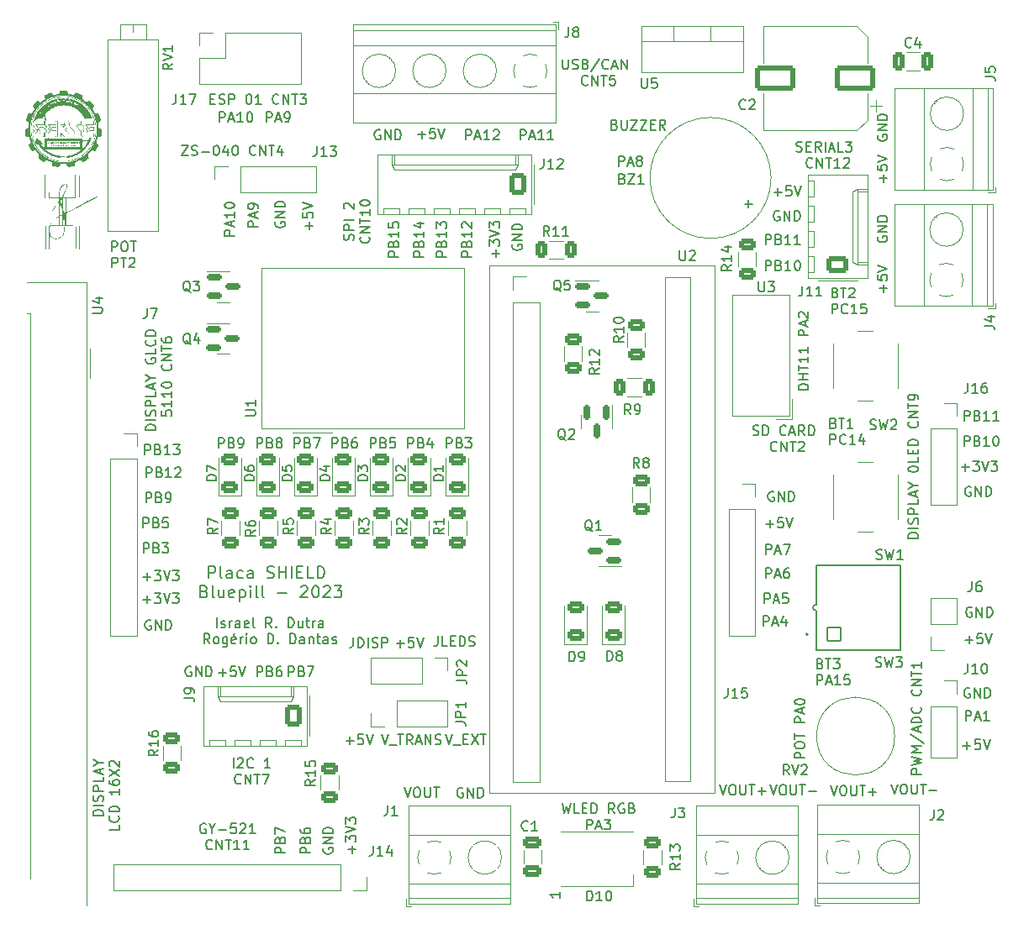
<source format=gto>
G04 #@! TF.GenerationSoftware,KiCad,Pcbnew,7.0.1*
G04 #@! TF.CreationDate,2023-12-11T01:42:53-03:00*
G04 #@! TF.ProjectId,Shield STM32 Bluepill,53686965-6c64-4205-9354-4d333220426c,2.0*
G04 #@! TF.SameCoordinates,Original*
G04 #@! TF.FileFunction,Legend,Top*
G04 #@! TF.FilePolarity,Positive*
%FSLAX46Y46*%
G04 Gerber Fmt 4.6, Leading zero omitted, Abs format (unit mm)*
G04 Created by KiCad (PCBNEW 7.0.1) date 2023-12-11 01:42:53*
%MOMM*%
%LPD*%
G01*
G04 APERTURE LIST*
G04 Aperture macros list*
%AMRoundRect*
0 Rectangle with rounded corners*
0 $1 Rounding radius*
0 $2 $3 $4 $5 $6 $7 $8 $9 X,Y pos of 4 corners*
0 Add a 4 corners polygon primitive as box body*
4,1,4,$2,$3,$4,$5,$6,$7,$8,$9,$2,$3,0*
0 Add four circle primitives for the rounded corners*
1,1,$1+$1,$2,$3*
1,1,$1+$1,$4,$5*
1,1,$1+$1,$6,$7*
1,1,$1+$1,$8,$9*
0 Add four rect primitives between the rounded corners*
20,1,$1+$1,$2,$3,$4,$5,0*
20,1,$1+$1,$4,$5,$6,$7,0*
20,1,$1+$1,$6,$7,$8,$9,0*
20,1,$1+$1,$8,$9,$2,$3,0*%
G04 Aperture macros list end*
%ADD10C,0.150000*%
%ADD11C,0.200000*%
%ADD12C,0.120000*%
%ADD13C,0.127000*%
%ADD14C,2.600000*%
%ADD15R,2.600000X2.600000*%
%ADD16RoundRect,0.250000X0.625000X-0.312500X0.625000X0.312500X-0.625000X0.312500X-0.625000X-0.312500X0*%
%ADD17RoundRect,0.150000X-0.587500X-0.150000X0.587500X-0.150000X0.587500X0.150000X-0.587500X0.150000X0*%
%ADD18RoundRect,0.250000X0.620000X0.845000X-0.620000X0.845000X-0.620000X-0.845000X0.620000X-0.845000X0*%
%ADD19O,1.740000X2.190000*%
%ADD20R,1.500000X1.500000*%
%ADD21C,1.500000*%
%ADD22R,1.700000X1.700000*%
%ADD23O,1.700000X1.700000*%
%ADD24RoundRect,0.250000X0.625000X-0.375000X0.625000X0.375000X-0.625000X0.375000X-0.625000X-0.375000X0*%
%ADD25C,2.000000*%
%ADD26R,2.000000X2.000000*%
%ADD27R,1.905000X2.000000*%
%ADD28O,1.905000X2.000000*%
%ADD29RoundRect,0.250000X-0.625000X0.312500X-0.625000X-0.312500X0.625000X-0.312500X0.625000X0.312500X0*%
%ADD30RoundRect,0.150000X-0.150000X0.587500X-0.150000X-0.587500X0.150000X-0.587500X0.150000X0.587500X0*%
%ADD31RoundRect,0.250000X-0.325000X-0.650000X0.325000X-0.650000X0.325000X0.650000X-0.325000X0.650000X0*%
%ADD32RoundRect,0.102000X-0.654000X-0.654000X0.654000X-0.654000X0.654000X0.654000X-0.654000X0.654000X0*%
%ADD33C,1.512000*%
%ADD34R,2.600000X1.800000*%
%ADD35O,2.600000X1.800000*%
%ADD36RoundRect,0.250000X0.312500X0.625000X-0.312500X0.625000X-0.312500X-0.625000X0.312500X-0.625000X0*%
%ADD37RoundRect,0.250000X0.845000X-0.620000X0.845000X0.620000X-0.845000X0.620000X-0.845000X-0.620000X0*%
%ADD38O,2.190000X1.740000*%
%ADD39C,1.700000*%
%ADD40C,1.800000*%
%ADD41R,1.500000X0.900000*%
%ADD42RoundRect,0.250000X1.750000X1.000000X-1.750000X1.000000X-1.750000X-1.000000X1.750000X-1.000000X0*%
%ADD43RoundRect,0.150000X0.587500X0.150000X-0.587500X0.150000X-0.587500X-0.150000X0.587500X-0.150000X0*%
%ADD44C,1.260000*%
%ADD45RoundRect,0.250000X-0.650000X0.325000X-0.650000X-0.325000X0.650000X-0.325000X0.650000X0.325000X0*%
G04 APERTURE END LIST*
D10*
X210978571Y-97748619D02*
X210978571Y-96748619D01*
X210978571Y-96748619D02*
X211359523Y-96748619D01*
X211359523Y-96748619D02*
X211454761Y-96796238D01*
X211454761Y-96796238D02*
X211502380Y-96843857D01*
X211502380Y-96843857D02*
X211549999Y-96939095D01*
X211549999Y-96939095D02*
X211549999Y-97081952D01*
X211549999Y-97081952D02*
X211502380Y-97177190D01*
X211502380Y-97177190D02*
X211454761Y-97224809D01*
X211454761Y-97224809D02*
X211359523Y-97272428D01*
X211359523Y-97272428D02*
X210978571Y-97272428D01*
X211930952Y-97462904D02*
X212407142Y-97462904D01*
X211835714Y-97748619D02*
X212169047Y-96748619D01*
X212169047Y-96748619D02*
X212502380Y-97748619D01*
X213359523Y-97748619D02*
X212788095Y-97748619D01*
X213073809Y-97748619D02*
X213073809Y-96748619D01*
X213073809Y-96748619D02*
X212978571Y-96891476D01*
X212978571Y-96891476D02*
X212883333Y-96986714D01*
X212883333Y-96986714D02*
X212788095Y-97034333D01*
X148574476Y-99776666D02*
X149336381Y-99776666D01*
X148955428Y-100157619D02*
X148955428Y-99395714D01*
X150288761Y-99157619D02*
X149812571Y-99157619D01*
X149812571Y-99157619D02*
X149764952Y-99633809D01*
X149764952Y-99633809D02*
X149812571Y-99586190D01*
X149812571Y-99586190D02*
X149907809Y-99538571D01*
X149907809Y-99538571D02*
X150145904Y-99538571D01*
X150145904Y-99538571D02*
X150241142Y-99586190D01*
X150241142Y-99586190D02*
X150288761Y-99633809D01*
X150288761Y-99633809D02*
X150336380Y-99729047D01*
X150336380Y-99729047D02*
X150336380Y-99967142D01*
X150336380Y-99967142D02*
X150288761Y-100062380D01*
X150288761Y-100062380D02*
X150241142Y-100110000D01*
X150241142Y-100110000D02*
X150145904Y-100157619D01*
X150145904Y-100157619D02*
X149907809Y-100157619D01*
X149907809Y-100157619D02*
X149812571Y-100110000D01*
X149812571Y-100110000D02*
X149764952Y-100062380D01*
X150622095Y-99157619D02*
X150955428Y-100157619D01*
X150955428Y-100157619D02*
X151288761Y-99157619D01*
X134939685Y-35092409D02*
X135273018Y-35092409D01*
X135415875Y-35616219D02*
X134939685Y-35616219D01*
X134939685Y-35616219D02*
X134939685Y-34616219D01*
X134939685Y-34616219D02*
X135415875Y-34616219D01*
X135796828Y-35568600D02*
X135939685Y-35616219D01*
X135939685Y-35616219D02*
X136177780Y-35616219D01*
X136177780Y-35616219D02*
X136273018Y-35568600D01*
X136273018Y-35568600D02*
X136320637Y-35520980D01*
X136320637Y-35520980D02*
X136368256Y-35425742D01*
X136368256Y-35425742D02*
X136368256Y-35330504D01*
X136368256Y-35330504D02*
X136320637Y-35235266D01*
X136320637Y-35235266D02*
X136273018Y-35187647D01*
X136273018Y-35187647D02*
X136177780Y-35140028D01*
X136177780Y-35140028D02*
X135987304Y-35092409D01*
X135987304Y-35092409D02*
X135892066Y-35044790D01*
X135892066Y-35044790D02*
X135844447Y-34997171D01*
X135844447Y-34997171D02*
X135796828Y-34901933D01*
X135796828Y-34901933D02*
X135796828Y-34806695D01*
X135796828Y-34806695D02*
X135844447Y-34711457D01*
X135844447Y-34711457D02*
X135892066Y-34663838D01*
X135892066Y-34663838D02*
X135987304Y-34616219D01*
X135987304Y-34616219D02*
X136225399Y-34616219D01*
X136225399Y-34616219D02*
X136368256Y-34663838D01*
X136796828Y-35616219D02*
X136796828Y-34616219D01*
X136796828Y-34616219D02*
X137177780Y-34616219D01*
X137177780Y-34616219D02*
X137273018Y-34663838D01*
X137273018Y-34663838D02*
X137320637Y-34711457D01*
X137320637Y-34711457D02*
X137368256Y-34806695D01*
X137368256Y-34806695D02*
X137368256Y-34949552D01*
X137368256Y-34949552D02*
X137320637Y-35044790D01*
X137320637Y-35044790D02*
X137273018Y-35092409D01*
X137273018Y-35092409D02*
X137177780Y-35140028D01*
X137177780Y-35140028D02*
X136796828Y-35140028D01*
X138749209Y-34616219D02*
X138844447Y-34616219D01*
X138844447Y-34616219D02*
X138939685Y-34663838D01*
X138939685Y-34663838D02*
X138987304Y-34711457D01*
X138987304Y-34711457D02*
X139034923Y-34806695D01*
X139034923Y-34806695D02*
X139082542Y-34997171D01*
X139082542Y-34997171D02*
X139082542Y-35235266D01*
X139082542Y-35235266D02*
X139034923Y-35425742D01*
X139034923Y-35425742D02*
X138987304Y-35520980D01*
X138987304Y-35520980D02*
X138939685Y-35568600D01*
X138939685Y-35568600D02*
X138844447Y-35616219D01*
X138844447Y-35616219D02*
X138749209Y-35616219D01*
X138749209Y-35616219D02*
X138653971Y-35568600D01*
X138653971Y-35568600D02*
X138606352Y-35520980D01*
X138606352Y-35520980D02*
X138558733Y-35425742D01*
X138558733Y-35425742D02*
X138511114Y-35235266D01*
X138511114Y-35235266D02*
X138511114Y-34997171D01*
X138511114Y-34997171D02*
X138558733Y-34806695D01*
X138558733Y-34806695D02*
X138606352Y-34711457D01*
X138606352Y-34711457D02*
X138653971Y-34663838D01*
X138653971Y-34663838D02*
X138749209Y-34616219D01*
X140034923Y-35616219D02*
X139463495Y-35616219D01*
X139749209Y-35616219D02*
X139749209Y-34616219D01*
X139749209Y-34616219D02*
X139653971Y-34759076D01*
X139653971Y-34759076D02*
X139558733Y-34854314D01*
X139558733Y-34854314D02*
X139463495Y-34901933D01*
X141796828Y-35520980D02*
X141749209Y-35568600D01*
X141749209Y-35568600D02*
X141606352Y-35616219D01*
X141606352Y-35616219D02*
X141511114Y-35616219D01*
X141511114Y-35616219D02*
X141368257Y-35568600D01*
X141368257Y-35568600D02*
X141273019Y-35473361D01*
X141273019Y-35473361D02*
X141225400Y-35378123D01*
X141225400Y-35378123D02*
X141177781Y-35187647D01*
X141177781Y-35187647D02*
X141177781Y-35044790D01*
X141177781Y-35044790D02*
X141225400Y-34854314D01*
X141225400Y-34854314D02*
X141273019Y-34759076D01*
X141273019Y-34759076D02*
X141368257Y-34663838D01*
X141368257Y-34663838D02*
X141511114Y-34616219D01*
X141511114Y-34616219D02*
X141606352Y-34616219D01*
X141606352Y-34616219D02*
X141749209Y-34663838D01*
X141749209Y-34663838D02*
X141796828Y-34711457D01*
X142225400Y-35616219D02*
X142225400Y-34616219D01*
X142225400Y-34616219D02*
X142796828Y-35616219D01*
X142796828Y-35616219D02*
X142796828Y-34616219D01*
X143130162Y-34616219D02*
X143701590Y-34616219D01*
X143415876Y-35616219D02*
X143415876Y-34616219D01*
X143939686Y-34616219D02*
X144558733Y-34616219D01*
X144558733Y-34616219D02*
X144225400Y-34997171D01*
X144225400Y-34997171D02*
X144368257Y-34997171D01*
X144368257Y-34997171D02*
X144463495Y-35044790D01*
X144463495Y-35044790D02*
X144511114Y-35092409D01*
X144511114Y-35092409D02*
X144558733Y-35187647D01*
X144558733Y-35187647D02*
X144558733Y-35425742D01*
X144558733Y-35425742D02*
X144511114Y-35520980D01*
X144511114Y-35520980D02*
X144463495Y-35568600D01*
X144463495Y-35568600D02*
X144368257Y-35616219D01*
X144368257Y-35616219D02*
X144082543Y-35616219D01*
X144082543Y-35616219D02*
X143987305Y-35568600D01*
X143987305Y-35568600D02*
X143939686Y-35520980D01*
X175642857Y-37688809D02*
X175785714Y-37736428D01*
X175785714Y-37736428D02*
X175833333Y-37784047D01*
X175833333Y-37784047D02*
X175880952Y-37879285D01*
X175880952Y-37879285D02*
X175880952Y-38022142D01*
X175880952Y-38022142D02*
X175833333Y-38117380D01*
X175833333Y-38117380D02*
X175785714Y-38165000D01*
X175785714Y-38165000D02*
X175690476Y-38212619D01*
X175690476Y-38212619D02*
X175309524Y-38212619D01*
X175309524Y-38212619D02*
X175309524Y-37212619D01*
X175309524Y-37212619D02*
X175642857Y-37212619D01*
X175642857Y-37212619D02*
X175738095Y-37260238D01*
X175738095Y-37260238D02*
X175785714Y-37307857D01*
X175785714Y-37307857D02*
X175833333Y-37403095D01*
X175833333Y-37403095D02*
X175833333Y-37498333D01*
X175833333Y-37498333D02*
X175785714Y-37593571D01*
X175785714Y-37593571D02*
X175738095Y-37641190D01*
X175738095Y-37641190D02*
X175642857Y-37688809D01*
X175642857Y-37688809D02*
X175309524Y-37688809D01*
X176309524Y-37212619D02*
X176309524Y-38022142D01*
X176309524Y-38022142D02*
X176357143Y-38117380D01*
X176357143Y-38117380D02*
X176404762Y-38165000D01*
X176404762Y-38165000D02*
X176500000Y-38212619D01*
X176500000Y-38212619D02*
X176690476Y-38212619D01*
X176690476Y-38212619D02*
X176785714Y-38165000D01*
X176785714Y-38165000D02*
X176833333Y-38117380D01*
X176833333Y-38117380D02*
X176880952Y-38022142D01*
X176880952Y-38022142D02*
X176880952Y-37212619D01*
X177261905Y-37212619D02*
X177928571Y-37212619D01*
X177928571Y-37212619D02*
X177261905Y-38212619D01*
X177261905Y-38212619D02*
X177928571Y-38212619D01*
X178214286Y-37212619D02*
X178880952Y-37212619D01*
X178880952Y-37212619D02*
X178214286Y-38212619D01*
X178214286Y-38212619D02*
X178880952Y-38212619D01*
X179261905Y-37688809D02*
X179595238Y-37688809D01*
X179738095Y-38212619D02*
X179261905Y-38212619D01*
X179261905Y-38212619D02*
X179261905Y-37212619D01*
X179261905Y-37212619D02*
X179738095Y-37212619D01*
X180738095Y-38212619D02*
X180404762Y-37736428D01*
X180166667Y-38212619D02*
X180166667Y-37212619D01*
X180166667Y-37212619D02*
X180547619Y-37212619D01*
X180547619Y-37212619D02*
X180642857Y-37260238D01*
X180642857Y-37260238D02*
X180690476Y-37307857D01*
X180690476Y-37307857D02*
X180738095Y-37403095D01*
X180738095Y-37403095D02*
X180738095Y-37545952D01*
X180738095Y-37545952D02*
X180690476Y-37641190D01*
X180690476Y-37641190D02*
X180642857Y-37688809D01*
X180642857Y-37688809D02*
X180547619Y-37736428D01*
X180547619Y-37736428D02*
X180166667Y-37736428D01*
X190730333Y-85933619D02*
X190730333Y-84933619D01*
X190730333Y-84933619D02*
X191111285Y-84933619D01*
X191111285Y-84933619D02*
X191206523Y-84981238D01*
X191206523Y-84981238D02*
X191254142Y-85028857D01*
X191254142Y-85028857D02*
X191301761Y-85124095D01*
X191301761Y-85124095D02*
X191301761Y-85266952D01*
X191301761Y-85266952D02*
X191254142Y-85362190D01*
X191254142Y-85362190D02*
X191206523Y-85409809D01*
X191206523Y-85409809D02*
X191111285Y-85457428D01*
X191111285Y-85457428D02*
X190730333Y-85457428D01*
X191682714Y-85647904D02*
X192158904Y-85647904D01*
X191587476Y-85933619D02*
X191920809Y-84933619D01*
X191920809Y-84933619D02*
X192254142Y-85933619D01*
X193063666Y-84933619D02*
X192587476Y-84933619D01*
X192587476Y-84933619D02*
X192539857Y-85409809D01*
X192539857Y-85409809D02*
X192587476Y-85362190D01*
X192587476Y-85362190D02*
X192682714Y-85314571D01*
X192682714Y-85314571D02*
X192920809Y-85314571D01*
X192920809Y-85314571D02*
X193016047Y-85362190D01*
X193016047Y-85362190D02*
X193063666Y-85409809D01*
X193063666Y-85409809D02*
X193111285Y-85505047D01*
X193111285Y-85505047D02*
X193111285Y-85743142D01*
X193111285Y-85743142D02*
X193063666Y-85838380D01*
X193063666Y-85838380D02*
X193016047Y-85886000D01*
X193016047Y-85886000D02*
X192920809Y-85933619D01*
X192920809Y-85933619D02*
X192682714Y-85933619D01*
X192682714Y-85933619D02*
X192587476Y-85886000D01*
X192587476Y-85886000D02*
X192539857Y-85838380D01*
X137332619Y-48872856D02*
X136332619Y-48872856D01*
X136332619Y-48872856D02*
X136332619Y-48491904D01*
X136332619Y-48491904D02*
X136380238Y-48396666D01*
X136380238Y-48396666D02*
X136427857Y-48349047D01*
X136427857Y-48349047D02*
X136523095Y-48301428D01*
X136523095Y-48301428D02*
X136665952Y-48301428D01*
X136665952Y-48301428D02*
X136761190Y-48349047D01*
X136761190Y-48349047D02*
X136808809Y-48396666D01*
X136808809Y-48396666D02*
X136856428Y-48491904D01*
X136856428Y-48491904D02*
X136856428Y-48872856D01*
X137046904Y-47920475D02*
X137046904Y-47444285D01*
X137332619Y-48015713D02*
X136332619Y-47682380D01*
X136332619Y-47682380D02*
X137332619Y-47349047D01*
X137332619Y-46491904D02*
X137332619Y-47063332D01*
X137332619Y-46777618D02*
X136332619Y-46777618D01*
X136332619Y-46777618D02*
X136475476Y-46872856D01*
X136475476Y-46872856D02*
X136570714Y-46968094D01*
X136570714Y-46968094D02*
X136618333Y-47063332D01*
X136332619Y-45872856D02*
X136332619Y-45777618D01*
X136332619Y-45777618D02*
X136380238Y-45682380D01*
X136380238Y-45682380D02*
X136427857Y-45634761D01*
X136427857Y-45634761D02*
X136523095Y-45587142D01*
X136523095Y-45587142D02*
X136713571Y-45539523D01*
X136713571Y-45539523D02*
X136951666Y-45539523D01*
X136951666Y-45539523D02*
X137142142Y-45587142D01*
X137142142Y-45587142D02*
X137237380Y-45634761D01*
X137237380Y-45634761D02*
X137285000Y-45682380D01*
X137285000Y-45682380D02*
X137332619Y-45777618D01*
X137332619Y-45777618D02*
X137332619Y-45872856D01*
X137332619Y-45872856D02*
X137285000Y-45968094D01*
X137285000Y-45968094D02*
X137237380Y-46015713D01*
X137237380Y-46015713D02*
X137142142Y-46063332D01*
X137142142Y-46063332D02*
X136951666Y-46110951D01*
X136951666Y-46110951D02*
X136713571Y-46110951D01*
X136713571Y-46110951D02*
X136523095Y-46063332D01*
X136523095Y-46063332D02*
X136427857Y-46015713D01*
X136427857Y-46015713D02*
X136380238Y-45968094D01*
X136380238Y-45968094D02*
X136332619Y-45872856D01*
X189563809Y-68947000D02*
X189706666Y-68994619D01*
X189706666Y-68994619D02*
X189944761Y-68994619D01*
X189944761Y-68994619D02*
X190039999Y-68947000D01*
X190039999Y-68947000D02*
X190087618Y-68899380D01*
X190087618Y-68899380D02*
X190135237Y-68804142D01*
X190135237Y-68804142D02*
X190135237Y-68708904D01*
X190135237Y-68708904D02*
X190087618Y-68613666D01*
X190087618Y-68613666D02*
X190039999Y-68566047D01*
X190039999Y-68566047D02*
X189944761Y-68518428D01*
X189944761Y-68518428D02*
X189754285Y-68470809D01*
X189754285Y-68470809D02*
X189659047Y-68423190D01*
X189659047Y-68423190D02*
X189611428Y-68375571D01*
X189611428Y-68375571D02*
X189563809Y-68280333D01*
X189563809Y-68280333D02*
X189563809Y-68185095D01*
X189563809Y-68185095D02*
X189611428Y-68089857D01*
X189611428Y-68089857D02*
X189659047Y-68042238D01*
X189659047Y-68042238D02*
X189754285Y-67994619D01*
X189754285Y-67994619D02*
X189992380Y-67994619D01*
X189992380Y-67994619D02*
X190135237Y-68042238D01*
X190563809Y-68994619D02*
X190563809Y-67994619D01*
X190563809Y-67994619D02*
X190801904Y-67994619D01*
X190801904Y-67994619D02*
X190944761Y-68042238D01*
X190944761Y-68042238D02*
X191039999Y-68137476D01*
X191039999Y-68137476D02*
X191087618Y-68232714D01*
X191087618Y-68232714D02*
X191135237Y-68423190D01*
X191135237Y-68423190D02*
X191135237Y-68566047D01*
X191135237Y-68566047D02*
X191087618Y-68756523D01*
X191087618Y-68756523D02*
X191039999Y-68851761D01*
X191039999Y-68851761D02*
X190944761Y-68947000D01*
X190944761Y-68947000D02*
X190801904Y-68994619D01*
X190801904Y-68994619D02*
X190563809Y-68994619D01*
X192897142Y-68899380D02*
X192849523Y-68947000D01*
X192849523Y-68947000D02*
X192706666Y-68994619D01*
X192706666Y-68994619D02*
X192611428Y-68994619D01*
X192611428Y-68994619D02*
X192468571Y-68947000D01*
X192468571Y-68947000D02*
X192373333Y-68851761D01*
X192373333Y-68851761D02*
X192325714Y-68756523D01*
X192325714Y-68756523D02*
X192278095Y-68566047D01*
X192278095Y-68566047D02*
X192278095Y-68423190D01*
X192278095Y-68423190D02*
X192325714Y-68232714D01*
X192325714Y-68232714D02*
X192373333Y-68137476D01*
X192373333Y-68137476D02*
X192468571Y-68042238D01*
X192468571Y-68042238D02*
X192611428Y-67994619D01*
X192611428Y-67994619D02*
X192706666Y-67994619D01*
X192706666Y-67994619D02*
X192849523Y-68042238D01*
X192849523Y-68042238D02*
X192897142Y-68089857D01*
X193278095Y-68708904D02*
X193754285Y-68708904D01*
X193182857Y-68994619D02*
X193516190Y-67994619D01*
X193516190Y-67994619D02*
X193849523Y-68994619D01*
X194754285Y-68994619D02*
X194420952Y-68518428D01*
X194182857Y-68994619D02*
X194182857Y-67994619D01*
X194182857Y-67994619D02*
X194563809Y-67994619D01*
X194563809Y-67994619D02*
X194659047Y-68042238D01*
X194659047Y-68042238D02*
X194706666Y-68089857D01*
X194706666Y-68089857D02*
X194754285Y-68185095D01*
X194754285Y-68185095D02*
X194754285Y-68327952D01*
X194754285Y-68327952D02*
X194706666Y-68423190D01*
X194706666Y-68423190D02*
X194659047Y-68470809D01*
X194659047Y-68470809D02*
X194563809Y-68518428D01*
X194563809Y-68518428D02*
X194182857Y-68518428D01*
X195182857Y-68994619D02*
X195182857Y-67994619D01*
X195182857Y-67994619D02*
X195420952Y-67994619D01*
X195420952Y-67994619D02*
X195563809Y-68042238D01*
X195563809Y-68042238D02*
X195659047Y-68137476D01*
X195659047Y-68137476D02*
X195706666Y-68232714D01*
X195706666Y-68232714D02*
X195754285Y-68423190D01*
X195754285Y-68423190D02*
X195754285Y-68566047D01*
X195754285Y-68566047D02*
X195706666Y-68756523D01*
X195706666Y-68756523D02*
X195659047Y-68851761D01*
X195659047Y-68851761D02*
X195563809Y-68947000D01*
X195563809Y-68947000D02*
X195420952Y-68994619D01*
X195420952Y-68994619D02*
X195182857Y-68994619D01*
X191968571Y-70519380D02*
X191920952Y-70567000D01*
X191920952Y-70567000D02*
X191778095Y-70614619D01*
X191778095Y-70614619D02*
X191682857Y-70614619D01*
X191682857Y-70614619D02*
X191540000Y-70567000D01*
X191540000Y-70567000D02*
X191444762Y-70471761D01*
X191444762Y-70471761D02*
X191397143Y-70376523D01*
X191397143Y-70376523D02*
X191349524Y-70186047D01*
X191349524Y-70186047D02*
X191349524Y-70043190D01*
X191349524Y-70043190D02*
X191397143Y-69852714D01*
X191397143Y-69852714D02*
X191444762Y-69757476D01*
X191444762Y-69757476D02*
X191540000Y-69662238D01*
X191540000Y-69662238D02*
X191682857Y-69614619D01*
X191682857Y-69614619D02*
X191778095Y-69614619D01*
X191778095Y-69614619D02*
X191920952Y-69662238D01*
X191920952Y-69662238D02*
X191968571Y-69709857D01*
X192397143Y-70614619D02*
X192397143Y-69614619D01*
X192397143Y-69614619D02*
X192968571Y-70614619D01*
X192968571Y-70614619D02*
X192968571Y-69614619D01*
X193301905Y-69614619D02*
X193873333Y-69614619D01*
X193587619Y-70614619D02*
X193587619Y-69614619D01*
X194159048Y-69709857D02*
X194206667Y-69662238D01*
X194206667Y-69662238D02*
X194301905Y-69614619D01*
X194301905Y-69614619D02*
X194540000Y-69614619D01*
X194540000Y-69614619D02*
X194635238Y-69662238D01*
X194635238Y-69662238D02*
X194682857Y-69709857D01*
X194682857Y-69709857D02*
X194730476Y-69805095D01*
X194730476Y-69805095D02*
X194730476Y-69900333D01*
X194730476Y-69900333D02*
X194682857Y-70043190D01*
X194682857Y-70043190D02*
X194111429Y-70614619D01*
X194111429Y-70614619D02*
X194730476Y-70614619D01*
X203469048Y-104162619D02*
X203802381Y-105162619D01*
X203802381Y-105162619D02*
X204135714Y-104162619D01*
X204659524Y-104162619D02*
X204850000Y-104162619D01*
X204850000Y-104162619D02*
X204945238Y-104210238D01*
X204945238Y-104210238D02*
X205040476Y-104305476D01*
X205040476Y-104305476D02*
X205088095Y-104495952D01*
X205088095Y-104495952D02*
X205088095Y-104829285D01*
X205088095Y-104829285D02*
X205040476Y-105019761D01*
X205040476Y-105019761D02*
X204945238Y-105115000D01*
X204945238Y-105115000D02*
X204850000Y-105162619D01*
X204850000Y-105162619D02*
X204659524Y-105162619D01*
X204659524Y-105162619D02*
X204564286Y-105115000D01*
X204564286Y-105115000D02*
X204469048Y-105019761D01*
X204469048Y-105019761D02*
X204421429Y-104829285D01*
X204421429Y-104829285D02*
X204421429Y-104495952D01*
X204421429Y-104495952D02*
X204469048Y-104305476D01*
X204469048Y-104305476D02*
X204564286Y-104210238D01*
X204564286Y-104210238D02*
X204659524Y-104162619D01*
X205516667Y-104162619D02*
X205516667Y-104972142D01*
X205516667Y-104972142D02*
X205564286Y-105067380D01*
X205564286Y-105067380D02*
X205611905Y-105115000D01*
X205611905Y-105115000D02*
X205707143Y-105162619D01*
X205707143Y-105162619D02*
X205897619Y-105162619D01*
X205897619Y-105162619D02*
X205992857Y-105115000D01*
X205992857Y-105115000D02*
X206040476Y-105067380D01*
X206040476Y-105067380D02*
X206088095Y-104972142D01*
X206088095Y-104972142D02*
X206088095Y-104162619D01*
X206421429Y-104162619D02*
X206992857Y-104162619D01*
X206707143Y-105162619D02*
X206707143Y-104162619D01*
X207326191Y-104781666D02*
X208088096Y-104781666D01*
X124983333Y-50452619D02*
X124983333Y-49452619D01*
X124983333Y-49452619D02*
X125364285Y-49452619D01*
X125364285Y-49452619D02*
X125459523Y-49500238D01*
X125459523Y-49500238D02*
X125507142Y-49547857D01*
X125507142Y-49547857D02*
X125554761Y-49643095D01*
X125554761Y-49643095D02*
X125554761Y-49785952D01*
X125554761Y-49785952D02*
X125507142Y-49881190D01*
X125507142Y-49881190D02*
X125459523Y-49928809D01*
X125459523Y-49928809D02*
X125364285Y-49976428D01*
X125364285Y-49976428D02*
X124983333Y-49976428D01*
X126173809Y-49452619D02*
X126364285Y-49452619D01*
X126364285Y-49452619D02*
X126459523Y-49500238D01*
X126459523Y-49500238D02*
X126554761Y-49595476D01*
X126554761Y-49595476D02*
X126602380Y-49785952D01*
X126602380Y-49785952D02*
X126602380Y-50119285D01*
X126602380Y-50119285D02*
X126554761Y-50309761D01*
X126554761Y-50309761D02*
X126459523Y-50405000D01*
X126459523Y-50405000D02*
X126364285Y-50452619D01*
X126364285Y-50452619D02*
X126173809Y-50452619D01*
X126173809Y-50452619D02*
X126078571Y-50405000D01*
X126078571Y-50405000D02*
X125983333Y-50309761D01*
X125983333Y-50309761D02*
X125935714Y-50119285D01*
X125935714Y-50119285D02*
X125935714Y-49785952D01*
X125935714Y-49785952D02*
X125983333Y-49595476D01*
X125983333Y-49595476D02*
X126078571Y-49500238D01*
X126078571Y-49500238D02*
X126173809Y-49452619D01*
X126888095Y-49452619D02*
X127459523Y-49452619D01*
X127173809Y-50452619D02*
X127173809Y-49452619D01*
X125030952Y-52072619D02*
X125030952Y-51072619D01*
X125030952Y-51072619D02*
X125411904Y-51072619D01*
X125411904Y-51072619D02*
X125507142Y-51120238D01*
X125507142Y-51120238D02*
X125554761Y-51167857D01*
X125554761Y-51167857D02*
X125602380Y-51263095D01*
X125602380Y-51263095D02*
X125602380Y-51405952D01*
X125602380Y-51405952D02*
X125554761Y-51501190D01*
X125554761Y-51501190D02*
X125507142Y-51548809D01*
X125507142Y-51548809D02*
X125411904Y-51596428D01*
X125411904Y-51596428D02*
X125030952Y-51596428D01*
X125888095Y-51072619D02*
X126459523Y-51072619D01*
X126173809Y-52072619D02*
X126173809Y-51072619D01*
X126745238Y-51167857D02*
X126792857Y-51120238D01*
X126792857Y-51120238D02*
X126888095Y-51072619D01*
X126888095Y-51072619D02*
X127126190Y-51072619D01*
X127126190Y-51072619D02*
X127221428Y-51120238D01*
X127221428Y-51120238D02*
X127269047Y-51167857D01*
X127269047Y-51167857D02*
X127316666Y-51263095D01*
X127316666Y-51263095D02*
X127316666Y-51358333D01*
X127316666Y-51358333D02*
X127269047Y-51501190D01*
X127269047Y-51501190D02*
X126697619Y-52072619D01*
X126697619Y-52072619D02*
X127316666Y-52072619D01*
X154811905Y-70262619D02*
X154811905Y-69262619D01*
X154811905Y-69262619D02*
X155192857Y-69262619D01*
X155192857Y-69262619D02*
X155288095Y-69310238D01*
X155288095Y-69310238D02*
X155335714Y-69357857D01*
X155335714Y-69357857D02*
X155383333Y-69453095D01*
X155383333Y-69453095D02*
X155383333Y-69595952D01*
X155383333Y-69595952D02*
X155335714Y-69691190D01*
X155335714Y-69691190D02*
X155288095Y-69738809D01*
X155288095Y-69738809D02*
X155192857Y-69786428D01*
X155192857Y-69786428D02*
X154811905Y-69786428D01*
X156145238Y-69738809D02*
X156288095Y-69786428D01*
X156288095Y-69786428D02*
X156335714Y-69834047D01*
X156335714Y-69834047D02*
X156383333Y-69929285D01*
X156383333Y-69929285D02*
X156383333Y-70072142D01*
X156383333Y-70072142D02*
X156335714Y-70167380D01*
X156335714Y-70167380D02*
X156288095Y-70215000D01*
X156288095Y-70215000D02*
X156192857Y-70262619D01*
X156192857Y-70262619D02*
X155811905Y-70262619D01*
X155811905Y-70262619D02*
X155811905Y-69262619D01*
X155811905Y-69262619D02*
X156145238Y-69262619D01*
X156145238Y-69262619D02*
X156240476Y-69310238D01*
X156240476Y-69310238D02*
X156288095Y-69357857D01*
X156288095Y-69357857D02*
X156335714Y-69453095D01*
X156335714Y-69453095D02*
X156335714Y-69548333D01*
X156335714Y-69548333D02*
X156288095Y-69643571D01*
X156288095Y-69643571D02*
X156240476Y-69691190D01*
X156240476Y-69691190D02*
X156145238Y-69738809D01*
X156145238Y-69738809D02*
X155811905Y-69738809D01*
X157240476Y-69595952D02*
X157240476Y-70262619D01*
X157002381Y-69215000D02*
X156764286Y-69929285D01*
X156764286Y-69929285D02*
X157383333Y-69929285D01*
X210835714Y-67518619D02*
X210835714Y-66518619D01*
X210835714Y-66518619D02*
X211216666Y-66518619D01*
X211216666Y-66518619D02*
X211311904Y-66566238D01*
X211311904Y-66566238D02*
X211359523Y-66613857D01*
X211359523Y-66613857D02*
X211407142Y-66709095D01*
X211407142Y-66709095D02*
X211407142Y-66851952D01*
X211407142Y-66851952D02*
X211359523Y-66947190D01*
X211359523Y-66947190D02*
X211311904Y-66994809D01*
X211311904Y-66994809D02*
X211216666Y-67042428D01*
X211216666Y-67042428D02*
X210835714Y-67042428D01*
X212169047Y-66994809D02*
X212311904Y-67042428D01*
X212311904Y-67042428D02*
X212359523Y-67090047D01*
X212359523Y-67090047D02*
X212407142Y-67185285D01*
X212407142Y-67185285D02*
X212407142Y-67328142D01*
X212407142Y-67328142D02*
X212359523Y-67423380D01*
X212359523Y-67423380D02*
X212311904Y-67471000D01*
X212311904Y-67471000D02*
X212216666Y-67518619D01*
X212216666Y-67518619D02*
X211835714Y-67518619D01*
X211835714Y-67518619D02*
X211835714Y-66518619D01*
X211835714Y-66518619D02*
X212169047Y-66518619D01*
X212169047Y-66518619D02*
X212264285Y-66566238D01*
X212264285Y-66566238D02*
X212311904Y-66613857D01*
X212311904Y-66613857D02*
X212359523Y-66709095D01*
X212359523Y-66709095D02*
X212359523Y-66804333D01*
X212359523Y-66804333D02*
X212311904Y-66899571D01*
X212311904Y-66899571D02*
X212264285Y-66947190D01*
X212264285Y-66947190D02*
X212169047Y-66994809D01*
X212169047Y-66994809D02*
X211835714Y-66994809D01*
X213359523Y-67518619D02*
X212788095Y-67518619D01*
X213073809Y-67518619D02*
X213073809Y-66518619D01*
X213073809Y-66518619D02*
X212978571Y-66661476D01*
X212978571Y-66661476D02*
X212883333Y-66756714D01*
X212883333Y-66756714D02*
X212788095Y-66804333D01*
X214311904Y-67518619D02*
X213740476Y-67518619D01*
X214026190Y-67518619D02*
X214026190Y-66518619D01*
X214026190Y-66518619D02*
X213930952Y-66661476D01*
X213930952Y-66661476D02*
X213835714Y-66756714D01*
X213835714Y-66756714D02*
X213740476Y-66804333D01*
X149179666Y-111108904D02*
X149179666Y-110347000D01*
X149560619Y-110727952D02*
X148798714Y-110727952D01*
X148560619Y-109966047D02*
X148560619Y-109347000D01*
X148560619Y-109347000D02*
X148941571Y-109680333D01*
X148941571Y-109680333D02*
X148941571Y-109537476D01*
X148941571Y-109537476D02*
X148989190Y-109442238D01*
X148989190Y-109442238D02*
X149036809Y-109394619D01*
X149036809Y-109394619D02*
X149132047Y-109347000D01*
X149132047Y-109347000D02*
X149370142Y-109347000D01*
X149370142Y-109347000D02*
X149465380Y-109394619D01*
X149465380Y-109394619D02*
X149513000Y-109442238D01*
X149513000Y-109442238D02*
X149560619Y-109537476D01*
X149560619Y-109537476D02*
X149560619Y-109823190D01*
X149560619Y-109823190D02*
X149513000Y-109918428D01*
X149513000Y-109918428D02*
X149465380Y-109966047D01*
X148560619Y-109061285D02*
X149560619Y-108727952D01*
X149560619Y-108727952D02*
X148560619Y-108394619D01*
X148560619Y-108156523D02*
X148560619Y-107537476D01*
X148560619Y-107537476D02*
X148941571Y-107870809D01*
X148941571Y-107870809D02*
X148941571Y-107727952D01*
X148941571Y-107727952D02*
X148989190Y-107632714D01*
X148989190Y-107632714D02*
X149036809Y-107585095D01*
X149036809Y-107585095D02*
X149132047Y-107537476D01*
X149132047Y-107537476D02*
X149370142Y-107537476D01*
X149370142Y-107537476D02*
X149465380Y-107585095D01*
X149465380Y-107585095D02*
X149513000Y-107632714D01*
X149513000Y-107632714D02*
X149560619Y-107727952D01*
X149560619Y-107727952D02*
X149560619Y-108013666D01*
X149560619Y-108013666D02*
X149513000Y-108108904D01*
X149513000Y-108108904D02*
X149465380Y-108156523D01*
X190835714Y-49762619D02*
X190835714Y-48762619D01*
X190835714Y-48762619D02*
X191216666Y-48762619D01*
X191216666Y-48762619D02*
X191311904Y-48810238D01*
X191311904Y-48810238D02*
X191359523Y-48857857D01*
X191359523Y-48857857D02*
X191407142Y-48953095D01*
X191407142Y-48953095D02*
X191407142Y-49095952D01*
X191407142Y-49095952D02*
X191359523Y-49191190D01*
X191359523Y-49191190D02*
X191311904Y-49238809D01*
X191311904Y-49238809D02*
X191216666Y-49286428D01*
X191216666Y-49286428D02*
X190835714Y-49286428D01*
X192169047Y-49238809D02*
X192311904Y-49286428D01*
X192311904Y-49286428D02*
X192359523Y-49334047D01*
X192359523Y-49334047D02*
X192407142Y-49429285D01*
X192407142Y-49429285D02*
X192407142Y-49572142D01*
X192407142Y-49572142D02*
X192359523Y-49667380D01*
X192359523Y-49667380D02*
X192311904Y-49715000D01*
X192311904Y-49715000D02*
X192216666Y-49762619D01*
X192216666Y-49762619D02*
X191835714Y-49762619D01*
X191835714Y-49762619D02*
X191835714Y-48762619D01*
X191835714Y-48762619D02*
X192169047Y-48762619D01*
X192169047Y-48762619D02*
X192264285Y-48810238D01*
X192264285Y-48810238D02*
X192311904Y-48857857D01*
X192311904Y-48857857D02*
X192359523Y-48953095D01*
X192359523Y-48953095D02*
X192359523Y-49048333D01*
X192359523Y-49048333D02*
X192311904Y-49143571D01*
X192311904Y-49143571D02*
X192264285Y-49191190D01*
X192264285Y-49191190D02*
X192169047Y-49238809D01*
X192169047Y-49238809D02*
X191835714Y-49238809D01*
X193359523Y-49762619D02*
X192788095Y-49762619D01*
X193073809Y-49762619D02*
X193073809Y-48762619D01*
X193073809Y-48762619D02*
X192978571Y-48905476D01*
X192978571Y-48905476D02*
X192883333Y-49000714D01*
X192883333Y-49000714D02*
X192788095Y-49048333D01*
X194311904Y-49762619D02*
X193740476Y-49762619D01*
X194026190Y-49762619D02*
X194026190Y-48762619D01*
X194026190Y-48762619D02*
X193930952Y-48905476D01*
X193930952Y-48905476D02*
X193835714Y-49000714D01*
X193835714Y-49000714D02*
X193740476Y-49048333D01*
X132969095Y-92347238D02*
X132873857Y-92299619D01*
X132873857Y-92299619D02*
X132731000Y-92299619D01*
X132731000Y-92299619D02*
X132588143Y-92347238D01*
X132588143Y-92347238D02*
X132492905Y-92442476D01*
X132492905Y-92442476D02*
X132445286Y-92537714D01*
X132445286Y-92537714D02*
X132397667Y-92728190D01*
X132397667Y-92728190D02*
X132397667Y-92871047D01*
X132397667Y-92871047D02*
X132445286Y-93061523D01*
X132445286Y-93061523D02*
X132492905Y-93156761D01*
X132492905Y-93156761D02*
X132588143Y-93252000D01*
X132588143Y-93252000D02*
X132731000Y-93299619D01*
X132731000Y-93299619D02*
X132826238Y-93299619D01*
X132826238Y-93299619D02*
X132969095Y-93252000D01*
X132969095Y-93252000D02*
X133016714Y-93204380D01*
X133016714Y-93204380D02*
X133016714Y-92871047D01*
X133016714Y-92871047D02*
X132826238Y-92871047D01*
X133445286Y-93299619D02*
X133445286Y-92299619D01*
X133445286Y-92299619D02*
X134016714Y-93299619D01*
X134016714Y-93299619D02*
X134016714Y-92299619D01*
X134492905Y-93299619D02*
X134492905Y-92299619D01*
X134492905Y-92299619D02*
X134731000Y-92299619D01*
X134731000Y-92299619D02*
X134873857Y-92347238D01*
X134873857Y-92347238D02*
X134969095Y-92442476D01*
X134969095Y-92442476D02*
X135016714Y-92537714D01*
X135016714Y-92537714D02*
X135064333Y-92728190D01*
X135064333Y-92728190D02*
X135064333Y-92871047D01*
X135064333Y-92871047D02*
X135016714Y-93061523D01*
X135016714Y-93061523D02*
X134969095Y-93156761D01*
X134969095Y-93156761D02*
X134873857Y-93252000D01*
X134873857Y-93252000D02*
X134731000Y-93299619D01*
X134731000Y-93299619D02*
X134492905Y-93299619D01*
X129402619Y-68479761D02*
X128402619Y-68479761D01*
X128402619Y-68479761D02*
X128402619Y-68241666D01*
X128402619Y-68241666D02*
X128450238Y-68098809D01*
X128450238Y-68098809D02*
X128545476Y-68003571D01*
X128545476Y-68003571D02*
X128640714Y-67955952D01*
X128640714Y-67955952D02*
X128831190Y-67908333D01*
X128831190Y-67908333D02*
X128974047Y-67908333D01*
X128974047Y-67908333D02*
X129164523Y-67955952D01*
X129164523Y-67955952D02*
X129259761Y-68003571D01*
X129259761Y-68003571D02*
X129355000Y-68098809D01*
X129355000Y-68098809D02*
X129402619Y-68241666D01*
X129402619Y-68241666D02*
X129402619Y-68479761D01*
X129402619Y-67479761D02*
X128402619Y-67479761D01*
X129355000Y-67051190D02*
X129402619Y-66908333D01*
X129402619Y-66908333D02*
X129402619Y-66670238D01*
X129402619Y-66670238D02*
X129355000Y-66575000D01*
X129355000Y-66575000D02*
X129307380Y-66527381D01*
X129307380Y-66527381D02*
X129212142Y-66479762D01*
X129212142Y-66479762D02*
X129116904Y-66479762D01*
X129116904Y-66479762D02*
X129021666Y-66527381D01*
X129021666Y-66527381D02*
X128974047Y-66575000D01*
X128974047Y-66575000D02*
X128926428Y-66670238D01*
X128926428Y-66670238D02*
X128878809Y-66860714D01*
X128878809Y-66860714D02*
X128831190Y-66955952D01*
X128831190Y-66955952D02*
X128783571Y-67003571D01*
X128783571Y-67003571D02*
X128688333Y-67051190D01*
X128688333Y-67051190D02*
X128593095Y-67051190D01*
X128593095Y-67051190D02*
X128497857Y-67003571D01*
X128497857Y-67003571D02*
X128450238Y-66955952D01*
X128450238Y-66955952D02*
X128402619Y-66860714D01*
X128402619Y-66860714D02*
X128402619Y-66622619D01*
X128402619Y-66622619D02*
X128450238Y-66479762D01*
X129402619Y-66051190D02*
X128402619Y-66051190D01*
X128402619Y-66051190D02*
X128402619Y-65670238D01*
X128402619Y-65670238D02*
X128450238Y-65575000D01*
X128450238Y-65575000D02*
X128497857Y-65527381D01*
X128497857Y-65527381D02*
X128593095Y-65479762D01*
X128593095Y-65479762D02*
X128735952Y-65479762D01*
X128735952Y-65479762D02*
X128831190Y-65527381D01*
X128831190Y-65527381D02*
X128878809Y-65575000D01*
X128878809Y-65575000D02*
X128926428Y-65670238D01*
X128926428Y-65670238D02*
X128926428Y-66051190D01*
X129402619Y-64575000D02*
X129402619Y-65051190D01*
X129402619Y-65051190D02*
X128402619Y-65051190D01*
X129116904Y-64289285D02*
X129116904Y-63813095D01*
X129402619Y-64384523D02*
X128402619Y-64051190D01*
X128402619Y-64051190D02*
X129402619Y-63717857D01*
X128926428Y-63194047D02*
X129402619Y-63194047D01*
X128402619Y-63527380D02*
X128926428Y-63194047D01*
X128926428Y-63194047D02*
X128402619Y-62860714D01*
X128450238Y-61241666D02*
X128402619Y-61336904D01*
X128402619Y-61336904D02*
X128402619Y-61479761D01*
X128402619Y-61479761D02*
X128450238Y-61622618D01*
X128450238Y-61622618D02*
X128545476Y-61717856D01*
X128545476Y-61717856D02*
X128640714Y-61765475D01*
X128640714Y-61765475D02*
X128831190Y-61813094D01*
X128831190Y-61813094D02*
X128974047Y-61813094D01*
X128974047Y-61813094D02*
X129164523Y-61765475D01*
X129164523Y-61765475D02*
X129259761Y-61717856D01*
X129259761Y-61717856D02*
X129355000Y-61622618D01*
X129355000Y-61622618D02*
X129402619Y-61479761D01*
X129402619Y-61479761D02*
X129402619Y-61384523D01*
X129402619Y-61384523D02*
X129355000Y-61241666D01*
X129355000Y-61241666D02*
X129307380Y-61194047D01*
X129307380Y-61194047D02*
X128974047Y-61194047D01*
X128974047Y-61194047D02*
X128974047Y-61384523D01*
X129402619Y-60289285D02*
X129402619Y-60765475D01*
X129402619Y-60765475D02*
X128402619Y-60765475D01*
X129307380Y-59384523D02*
X129355000Y-59432142D01*
X129355000Y-59432142D02*
X129402619Y-59574999D01*
X129402619Y-59574999D02*
X129402619Y-59670237D01*
X129402619Y-59670237D02*
X129355000Y-59813094D01*
X129355000Y-59813094D02*
X129259761Y-59908332D01*
X129259761Y-59908332D02*
X129164523Y-59955951D01*
X129164523Y-59955951D02*
X128974047Y-60003570D01*
X128974047Y-60003570D02*
X128831190Y-60003570D01*
X128831190Y-60003570D02*
X128640714Y-59955951D01*
X128640714Y-59955951D02*
X128545476Y-59908332D01*
X128545476Y-59908332D02*
X128450238Y-59813094D01*
X128450238Y-59813094D02*
X128402619Y-59670237D01*
X128402619Y-59670237D02*
X128402619Y-59574999D01*
X128402619Y-59574999D02*
X128450238Y-59432142D01*
X128450238Y-59432142D02*
X128497857Y-59384523D01*
X129402619Y-58955951D02*
X128402619Y-58955951D01*
X128402619Y-58955951D02*
X128402619Y-58717856D01*
X128402619Y-58717856D02*
X128450238Y-58574999D01*
X128450238Y-58574999D02*
X128545476Y-58479761D01*
X128545476Y-58479761D02*
X128640714Y-58432142D01*
X128640714Y-58432142D02*
X128831190Y-58384523D01*
X128831190Y-58384523D02*
X128974047Y-58384523D01*
X128974047Y-58384523D02*
X129164523Y-58432142D01*
X129164523Y-58432142D02*
X129259761Y-58479761D01*
X129259761Y-58479761D02*
X129355000Y-58574999D01*
X129355000Y-58574999D02*
X129402619Y-58717856D01*
X129402619Y-58717856D02*
X129402619Y-58955951D01*
X130022619Y-66527381D02*
X130022619Y-67003571D01*
X130022619Y-67003571D02*
X130498809Y-67051190D01*
X130498809Y-67051190D02*
X130451190Y-67003571D01*
X130451190Y-67003571D02*
X130403571Y-66908333D01*
X130403571Y-66908333D02*
X130403571Y-66670238D01*
X130403571Y-66670238D02*
X130451190Y-66575000D01*
X130451190Y-66575000D02*
X130498809Y-66527381D01*
X130498809Y-66527381D02*
X130594047Y-66479762D01*
X130594047Y-66479762D02*
X130832142Y-66479762D01*
X130832142Y-66479762D02*
X130927380Y-66527381D01*
X130927380Y-66527381D02*
X130975000Y-66575000D01*
X130975000Y-66575000D02*
X131022619Y-66670238D01*
X131022619Y-66670238D02*
X131022619Y-66908333D01*
X131022619Y-66908333D02*
X130975000Y-67003571D01*
X130975000Y-67003571D02*
X130927380Y-67051190D01*
X131022619Y-65527381D02*
X131022619Y-66098809D01*
X131022619Y-65813095D02*
X130022619Y-65813095D01*
X130022619Y-65813095D02*
X130165476Y-65908333D01*
X130165476Y-65908333D02*
X130260714Y-66003571D01*
X130260714Y-66003571D02*
X130308333Y-66098809D01*
X131022619Y-64575000D02*
X131022619Y-65146428D01*
X131022619Y-64860714D02*
X130022619Y-64860714D01*
X130022619Y-64860714D02*
X130165476Y-64955952D01*
X130165476Y-64955952D02*
X130260714Y-65051190D01*
X130260714Y-65051190D02*
X130308333Y-65146428D01*
X130022619Y-63955952D02*
X130022619Y-63860714D01*
X130022619Y-63860714D02*
X130070238Y-63765476D01*
X130070238Y-63765476D02*
X130117857Y-63717857D01*
X130117857Y-63717857D02*
X130213095Y-63670238D01*
X130213095Y-63670238D02*
X130403571Y-63622619D01*
X130403571Y-63622619D02*
X130641666Y-63622619D01*
X130641666Y-63622619D02*
X130832142Y-63670238D01*
X130832142Y-63670238D02*
X130927380Y-63717857D01*
X130927380Y-63717857D02*
X130975000Y-63765476D01*
X130975000Y-63765476D02*
X131022619Y-63860714D01*
X131022619Y-63860714D02*
X131022619Y-63955952D01*
X131022619Y-63955952D02*
X130975000Y-64051190D01*
X130975000Y-64051190D02*
X130927380Y-64098809D01*
X130927380Y-64098809D02*
X130832142Y-64146428D01*
X130832142Y-64146428D02*
X130641666Y-64194047D01*
X130641666Y-64194047D02*
X130403571Y-64194047D01*
X130403571Y-64194047D02*
X130213095Y-64146428D01*
X130213095Y-64146428D02*
X130117857Y-64098809D01*
X130117857Y-64098809D02*
X130070238Y-64051190D01*
X130070238Y-64051190D02*
X130022619Y-63955952D01*
X130927380Y-61860714D02*
X130975000Y-61908333D01*
X130975000Y-61908333D02*
X131022619Y-62051190D01*
X131022619Y-62051190D02*
X131022619Y-62146428D01*
X131022619Y-62146428D02*
X130975000Y-62289285D01*
X130975000Y-62289285D02*
X130879761Y-62384523D01*
X130879761Y-62384523D02*
X130784523Y-62432142D01*
X130784523Y-62432142D02*
X130594047Y-62479761D01*
X130594047Y-62479761D02*
X130451190Y-62479761D01*
X130451190Y-62479761D02*
X130260714Y-62432142D01*
X130260714Y-62432142D02*
X130165476Y-62384523D01*
X130165476Y-62384523D02*
X130070238Y-62289285D01*
X130070238Y-62289285D02*
X130022619Y-62146428D01*
X130022619Y-62146428D02*
X130022619Y-62051190D01*
X130022619Y-62051190D02*
X130070238Y-61908333D01*
X130070238Y-61908333D02*
X130117857Y-61860714D01*
X131022619Y-61432142D02*
X130022619Y-61432142D01*
X130022619Y-61432142D02*
X131022619Y-60860714D01*
X131022619Y-60860714D02*
X130022619Y-60860714D01*
X130022619Y-60527380D02*
X130022619Y-59955952D01*
X131022619Y-60241666D02*
X130022619Y-60241666D01*
X130022619Y-59194047D02*
X130022619Y-59384523D01*
X130022619Y-59384523D02*
X130070238Y-59479761D01*
X130070238Y-59479761D02*
X130117857Y-59527380D01*
X130117857Y-59527380D02*
X130260714Y-59622618D01*
X130260714Y-59622618D02*
X130451190Y-59670237D01*
X130451190Y-59670237D02*
X130832142Y-59670237D01*
X130832142Y-59670237D02*
X130927380Y-59622618D01*
X130927380Y-59622618D02*
X130975000Y-59574999D01*
X130975000Y-59574999D02*
X131022619Y-59479761D01*
X131022619Y-59479761D02*
X131022619Y-59289285D01*
X131022619Y-59289285D02*
X130975000Y-59194047D01*
X130975000Y-59194047D02*
X130927380Y-59146428D01*
X130927380Y-59146428D02*
X130832142Y-59098809D01*
X130832142Y-59098809D02*
X130594047Y-59098809D01*
X130594047Y-59098809D02*
X130498809Y-59146428D01*
X130498809Y-59146428D02*
X130451190Y-59194047D01*
X130451190Y-59194047D02*
X130403571Y-59289285D01*
X130403571Y-59289285D02*
X130403571Y-59479761D01*
X130403571Y-59479761D02*
X130451190Y-59574999D01*
X130451190Y-59574999D02*
X130498809Y-59622618D01*
X130498809Y-59622618D02*
X130594047Y-59670237D01*
X190835714Y-52362619D02*
X190835714Y-51362619D01*
X190835714Y-51362619D02*
X191216666Y-51362619D01*
X191216666Y-51362619D02*
X191311904Y-51410238D01*
X191311904Y-51410238D02*
X191359523Y-51457857D01*
X191359523Y-51457857D02*
X191407142Y-51553095D01*
X191407142Y-51553095D02*
X191407142Y-51695952D01*
X191407142Y-51695952D02*
X191359523Y-51791190D01*
X191359523Y-51791190D02*
X191311904Y-51838809D01*
X191311904Y-51838809D02*
X191216666Y-51886428D01*
X191216666Y-51886428D02*
X190835714Y-51886428D01*
X192169047Y-51838809D02*
X192311904Y-51886428D01*
X192311904Y-51886428D02*
X192359523Y-51934047D01*
X192359523Y-51934047D02*
X192407142Y-52029285D01*
X192407142Y-52029285D02*
X192407142Y-52172142D01*
X192407142Y-52172142D02*
X192359523Y-52267380D01*
X192359523Y-52267380D02*
X192311904Y-52315000D01*
X192311904Y-52315000D02*
X192216666Y-52362619D01*
X192216666Y-52362619D02*
X191835714Y-52362619D01*
X191835714Y-52362619D02*
X191835714Y-51362619D01*
X191835714Y-51362619D02*
X192169047Y-51362619D01*
X192169047Y-51362619D02*
X192264285Y-51410238D01*
X192264285Y-51410238D02*
X192311904Y-51457857D01*
X192311904Y-51457857D02*
X192359523Y-51553095D01*
X192359523Y-51553095D02*
X192359523Y-51648333D01*
X192359523Y-51648333D02*
X192311904Y-51743571D01*
X192311904Y-51743571D02*
X192264285Y-51791190D01*
X192264285Y-51791190D02*
X192169047Y-51838809D01*
X192169047Y-51838809D02*
X191835714Y-51838809D01*
X193359523Y-52362619D02*
X192788095Y-52362619D01*
X193073809Y-52362619D02*
X193073809Y-51362619D01*
X193073809Y-51362619D02*
X192978571Y-51505476D01*
X192978571Y-51505476D02*
X192883333Y-51600714D01*
X192883333Y-51600714D02*
X192788095Y-51648333D01*
X193978571Y-51362619D02*
X194073809Y-51362619D01*
X194073809Y-51362619D02*
X194169047Y-51410238D01*
X194169047Y-51410238D02*
X194216666Y-51457857D01*
X194216666Y-51457857D02*
X194264285Y-51553095D01*
X194264285Y-51553095D02*
X194311904Y-51743571D01*
X194311904Y-51743571D02*
X194311904Y-51981666D01*
X194311904Y-51981666D02*
X194264285Y-52172142D01*
X194264285Y-52172142D02*
X194216666Y-52267380D01*
X194216666Y-52267380D02*
X194169047Y-52315000D01*
X194169047Y-52315000D02*
X194073809Y-52362619D01*
X194073809Y-52362619D02*
X193978571Y-52362619D01*
X193978571Y-52362619D02*
X193883333Y-52315000D01*
X193883333Y-52315000D02*
X193835714Y-52267380D01*
X193835714Y-52267380D02*
X193788095Y-52172142D01*
X193788095Y-52172142D02*
X193740476Y-51981666D01*
X193740476Y-51981666D02*
X193740476Y-51743571D01*
X193740476Y-51743571D02*
X193788095Y-51553095D01*
X193788095Y-51553095D02*
X193835714Y-51457857D01*
X193835714Y-51457857D02*
X193883333Y-51410238D01*
X193883333Y-51410238D02*
X193978571Y-51362619D01*
X193933333Y-40355000D02*
X194076190Y-40402619D01*
X194076190Y-40402619D02*
X194314285Y-40402619D01*
X194314285Y-40402619D02*
X194409523Y-40355000D01*
X194409523Y-40355000D02*
X194457142Y-40307380D01*
X194457142Y-40307380D02*
X194504761Y-40212142D01*
X194504761Y-40212142D02*
X194504761Y-40116904D01*
X194504761Y-40116904D02*
X194457142Y-40021666D01*
X194457142Y-40021666D02*
X194409523Y-39974047D01*
X194409523Y-39974047D02*
X194314285Y-39926428D01*
X194314285Y-39926428D02*
X194123809Y-39878809D01*
X194123809Y-39878809D02*
X194028571Y-39831190D01*
X194028571Y-39831190D02*
X193980952Y-39783571D01*
X193980952Y-39783571D02*
X193933333Y-39688333D01*
X193933333Y-39688333D02*
X193933333Y-39593095D01*
X193933333Y-39593095D02*
X193980952Y-39497857D01*
X193980952Y-39497857D02*
X194028571Y-39450238D01*
X194028571Y-39450238D02*
X194123809Y-39402619D01*
X194123809Y-39402619D02*
X194361904Y-39402619D01*
X194361904Y-39402619D02*
X194504761Y-39450238D01*
X194933333Y-39878809D02*
X195266666Y-39878809D01*
X195409523Y-40402619D02*
X194933333Y-40402619D01*
X194933333Y-40402619D02*
X194933333Y-39402619D01*
X194933333Y-39402619D02*
X195409523Y-39402619D01*
X196409523Y-40402619D02*
X196076190Y-39926428D01*
X195838095Y-40402619D02*
X195838095Y-39402619D01*
X195838095Y-39402619D02*
X196219047Y-39402619D01*
X196219047Y-39402619D02*
X196314285Y-39450238D01*
X196314285Y-39450238D02*
X196361904Y-39497857D01*
X196361904Y-39497857D02*
X196409523Y-39593095D01*
X196409523Y-39593095D02*
X196409523Y-39735952D01*
X196409523Y-39735952D02*
X196361904Y-39831190D01*
X196361904Y-39831190D02*
X196314285Y-39878809D01*
X196314285Y-39878809D02*
X196219047Y-39926428D01*
X196219047Y-39926428D02*
X195838095Y-39926428D01*
X196838095Y-40402619D02*
X196838095Y-39402619D01*
X197266666Y-40116904D02*
X197742856Y-40116904D01*
X197171428Y-40402619D02*
X197504761Y-39402619D01*
X197504761Y-39402619D02*
X197838094Y-40402619D01*
X198647618Y-40402619D02*
X198171428Y-40402619D01*
X198171428Y-40402619D02*
X198171428Y-39402619D01*
X198885714Y-39402619D02*
X199504761Y-39402619D01*
X199504761Y-39402619D02*
X199171428Y-39783571D01*
X199171428Y-39783571D02*
X199314285Y-39783571D01*
X199314285Y-39783571D02*
X199409523Y-39831190D01*
X199409523Y-39831190D02*
X199457142Y-39878809D01*
X199457142Y-39878809D02*
X199504761Y-39974047D01*
X199504761Y-39974047D02*
X199504761Y-40212142D01*
X199504761Y-40212142D02*
X199457142Y-40307380D01*
X199457142Y-40307380D02*
X199409523Y-40355000D01*
X199409523Y-40355000D02*
X199314285Y-40402619D01*
X199314285Y-40402619D02*
X199028571Y-40402619D01*
X199028571Y-40402619D02*
X198933333Y-40355000D01*
X198933333Y-40355000D02*
X198885714Y-40307380D01*
X195552380Y-41927380D02*
X195504761Y-41975000D01*
X195504761Y-41975000D02*
X195361904Y-42022619D01*
X195361904Y-42022619D02*
X195266666Y-42022619D01*
X195266666Y-42022619D02*
X195123809Y-41975000D01*
X195123809Y-41975000D02*
X195028571Y-41879761D01*
X195028571Y-41879761D02*
X194980952Y-41784523D01*
X194980952Y-41784523D02*
X194933333Y-41594047D01*
X194933333Y-41594047D02*
X194933333Y-41451190D01*
X194933333Y-41451190D02*
X194980952Y-41260714D01*
X194980952Y-41260714D02*
X195028571Y-41165476D01*
X195028571Y-41165476D02*
X195123809Y-41070238D01*
X195123809Y-41070238D02*
X195266666Y-41022619D01*
X195266666Y-41022619D02*
X195361904Y-41022619D01*
X195361904Y-41022619D02*
X195504761Y-41070238D01*
X195504761Y-41070238D02*
X195552380Y-41117857D01*
X195980952Y-42022619D02*
X195980952Y-41022619D01*
X195980952Y-41022619D02*
X196552380Y-42022619D01*
X196552380Y-42022619D02*
X196552380Y-41022619D01*
X196885714Y-41022619D02*
X197457142Y-41022619D01*
X197171428Y-42022619D02*
X197171428Y-41022619D01*
X198314285Y-42022619D02*
X197742857Y-42022619D01*
X198028571Y-42022619D02*
X198028571Y-41022619D01*
X198028571Y-41022619D02*
X197933333Y-41165476D01*
X197933333Y-41165476D02*
X197838095Y-41260714D01*
X197838095Y-41260714D02*
X197742857Y-41308333D01*
X198695238Y-41117857D02*
X198742857Y-41070238D01*
X198742857Y-41070238D02*
X198838095Y-41022619D01*
X198838095Y-41022619D02*
X199076190Y-41022619D01*
X199076190Y-41022619D02*
X199171428Y-41070238D01*
X199171428Y-41070238D02*
X199219047Y-41117857D01*
X199219047Y-41117857D02*
X199266666Y-41213095D01*
X199266666Y-41213095D02*
X199266666Y-41308333D01*
X199266666Y-41308333D02*
X199219047Y-41451190D01*
X199219047Y-41451190D02*
X198647619Y-42022619D01*
X198647619Y-42022619D02*
X199266666Y-42022619D01*
X202706666Y-54560713D02*
X202706666Y-53798809D01*
X203087619Y-54179761D02*
X202325714Y-54179761D01*
X202087619Y-52846428D02*
X202087619Y-53322618D01*
X202087619Y-53322618D02*
X202563809Y-53370237D01*
X202563809Y-53370237D02*
X202516190Y-53322618D01*
X202516190Y-53322618D02*
X202468571Y-53227380D01*
X202468571Y-53227380D02*
X202468571Y-52989285D01*
X202468571Y-52989285D02*
X202516190Y-52894047D01*
X202516190Y-52894047D02*
X202563809Y-52846428D01*
X202563809Y-52846428D02*
X202659047Y-52798809D01*
X202659047Y-52798809D02*
X202897142Y-52798809D01*
X202897142Y-52798809D02*
X202992380Y-52846428D01*
X202992380Y-52846428D02*
X203040000Y-52894047D01*
X203040000Y-52894047D02*
X203087619Y-52989285D01*
X203087619Y-52989285D02*
X203087619Y-53227380D01*
X203087619Y-53227380D02*
X203040000Y-53322618D01*
X203040000Y-53322618D02*
X202992380Y-53370237D01*
X202087619Y-52513094D02*
X203087619Y-52179761D01*
X203087619Y-52179761D02*
X202087619Y-51846428D01*
D11*
X135567856Y-88377619D02*
X135567856Y-87377619D01*
X135996427Y-88330000D02*
X136091665Y-88377619D01*
X136091665Y-88377619D02*
X136282141Y-88377619D01*
X136282141Y-88377619D02*
X136377379Y-88330000D01*
X136377379Y-88330000D02*
X136424998Y-88234761D01*
X136424998Y-88234761D02*
X136424998Y-88187142D01*
X136424998Y-88187142D02*
X136377379Y-88091904D01*
X136377379Y-88091904D02*
X136282141Y-88044285D01*
X136282141Y-88044285D02*
X136139284Y-88044285D01*
X136139284Y-88044285D02*
X136044046Y-87996666D01*
X136044046Y-87996666D02*
X135996427Y-87901428D01*
X135996427Y-87901428D02*
X135996427Y-87853809D01*
X135996427Y-87853809D02*
X136044046Y-87758571D01*
X136044046Y-87758571D02*
X136139284Y-87710952D01*
X136139284Y-87710952D02*
X136282141Y-87710952D01*
X136282141Y-87710952D02*
X136377379Y-87758571D01*
X136853570Y-88377619D02*
X136853570Y-87710952D01*
X136853570Y-87901428D02*
X136901189Y-87806190D01*
X136901189Y-87806190D02*
X136948808Y-87758571D01*
X136948808Y-87758571D02*
X137044046Y-87710952D01*
X137044046Y-87710952D02*
X137139284Y-87710952D01*
X137901189Y-88377619D02*
X137901189Y-87853809D01*
X137901189Y-87853809D02*
X137853570Y-87758571D01*
X137853570Y-87758571D02*
X137758332Y-87710952D01*
X137758332Y-87710952D02*
X137567856Y-87710952D01*
X137567856Y-87710952D02*
X137472618Y-87758571D01*
X137901189Y-88330000D02*
X137805951Y-88377619D01*
X137805951Y-88377619D02*
X137567856Y-88377619D01*
X137567856Y-88377619D02*
X137472618Y-88330000D01*
X137472618Y-88330000D02*
X137424999Y-88234761D01*
X137424999Y-88234761D02*
X137424999Y-88139523D01*
X137424999Y-88139523D02*
X137472618Y-88044285D01*
X137472618Y-88044285D02*
X137567856Y-87996666D01*
X137567856Y-87996666D02*
X137805951Y-87996666D01*
X137805951Y-87996666D02*
X137901189Y-87949047D01*
X138758332Y-88330000D02*
X138663094Y-88377619D01*
X138663094Y-88377619D02*
X138472618Y-88377619D01*
X138472618Y-88377619D02*
X138377380Y-88330000D01*
X138377380Y-88330000D02*
X138329761Y-88234761D01*
X138329761Y-88234761D02*
X138329761Y-87853809D01*
X138329761Y-87853809D02*
X138377380Y-87758571D01*
X138377380Y-87758571D02*
X138472618Y-87710952D01*
X138472618Y-87710952D02*
X138663094Y-87710952D01*
X138663094Y-87710952D02*
X138758332Y-87758571D01*
X138758332Y-87758571D02*
X138805951Y-87853809D01*
X138805951Y-87853809D02*
X138805951Y-87949047D01*
X138805951Y-87949047D02*
X138329761Y-88044285D01*
X139377380Y-88377619D02*
X139282142Y-88330000D01*
X139282142Y-88330000D02*
X139234523Y-88234761D01*
X139234523Y-88234761D02*
X139234523Y-87377619D01*
X141091666Y-88377619D02*
X140758333Y-87901428D01*
X140520238Y-88377619D02*
X140520238Y-87377619D01*
X140520238Y-87377619D02*
X140901190Y-87377619D01*
X140901190Y-87377619D02*
X140996428Y-87425238D01*
X140996428Y-87425238D02*
X141044047Y-87472857D01*
X141044047Y-87472857D02*
X141091666Y-87568095D01*
X141091666Y-87568095D02*
X141091666Y-87710952D01*
X141091666Y-87710952D02*
X141044047Y-87806190D01*
X141044047Y-87806190D02*
X140996428Y-87853809D01*
X140996428Y-87853809D02*
X140901190Y-87901428D01*
X140901190Y-87901428D02*
X140520238Y-87901428D01*
X141520238Y-88282380D02*
X141567857Y-88330000D01*
X141567857Y-88330000D02*
X141520238Y-88377619D01*
X141520238Y-88377619D02*
X141472619Y-88330000D01*
X141472619Y-88330000D02*
X141520238Y-88282380D01*
X141520238Y-88282380D02*
X141520238Y-88377619D01*
X142758333Y-88377619D02*
X142758333Y-87377619D01*
X142758333Y-87377619D02*
X142996428Y-87377619D01*
X142996428Y-87377619D02*
X143139285Y-87425238D01*
X143139285Y-87425238D02*
X143234523Y-87520476D01*
X143234523Y-87520476D02*
X143282142Y-87615714D01*
X143282142Y-87615714D02*
X143329761Y-87806190D01*
X143329761Y-87806190D02*
X143329761Y-87949047D01*
X143329761Y-87949047D02*
X143282142Y-88139523D01*
X143282142Y-88139523D02*
X143234523Y-88234761D01*
X143234523Y-88234761D02*
X143139285Y-88330000D01*
X143139285Y-88330000D02*
X142996428Y-88377619D01*
X142996428Y-88377619D02*
X142758333Y-88377619D01*
X144186904Y-87710952D02*
X144186904Y-88377619D01*
X143758333Y-87710952D02*
X143758333Y-88234761D01*
X143758333Y-88234761D02*
X143805952Y-88330000D01*
X143805952Y-88330000D02*
X143901190Y-88377619D01*
X143901190Y-88377619D02*
X144044047Y-88377619D01*
X144044047Y-88377619D02*
X144139285Y-88330000D01*
X144139285Y-88330000D02*
X144186904Y-88282380D01*
X144520238Y-87710952D02*
X144901190Y-87710952D01*
X144663095Y-87377619D02*
X144663095Y-88234761D01*
X144663095Y-88234761D02*
X144710714Y-88330000D01*
X144710714Y-88330000D02*
X144805952Y-88377619D01*
X144805952Y-88377619D02*
X144901190Y-88377619D01*
X145234524Y-88377619D02*
X145234524Y-87710952D01*
X145234524Y-87901428D02*
X145282143Y-87806190D01*
X145282143Y-87806190D02*
X145329762Y-87758571D01*
X145329762Y-87758571D02*
X145425000Y-87710952D01*
X145425000Y-87710952D02*
X145520238Y-87710952D01*
X146282143Y-88377619D02*
X146282143Y-87853809D01*
X146282143Y-87853809D02*
X146234524Y-87758571D01*
X146234524Y-87758571D02*
X146139286Y-87710952D01*
X146139286Y-87710952D02*
X145948810Y-87710952D01*
X145948810Y-87710952D02*
X145853572Y-87758571D01*
X146282143Y-88330000D02*
X146186905Y-88377619D01*
X146186905Y-88377619D02*
X145948810Y-88377619D01*
X145948810Y-88377619D02*
X145853572Y-88330000D01*
X145853572Y-88330000D02*
X145805953Y-88234761D01*
X145805953Y-88234761D02*
X145805953Y-88139523D01*
X145805953Y-88139523D02*
X145853572Y-88044285D01*
X145853572Y-88044285D02*
X145948810Y-87996666D01*
X145948810Y-87996666D02*
X146186905Y-87996666D01*
X146186905Y-87996666D02*
X146282143Y-87949047D01*
X134853570Y-89997619D02*
X134520237Y-89521428D01*
X134282142Y-89997619D02*
X134282142Y-88997619D01*
X134282142Y-88997619D02*
X134663094Y-88997619D01*
X134663094Y-88997619D02*
X134758332Y-89045238D01*
X134758332Y-89045238D02*
X134805951Y-89092857D01*
X134805951Y-89092857D02*
X134853570Y-89188095D01*
X134853570Y-89188095D02*
X134853570Y-89330952D01*
X134853570Y-89330952D02*
X134805951Y-89426190D01*
X134805951Y-89426190D02*
X134758332Y-89473809D01*
X134758332Y-89473809D02*
X134663094Y-89521428D01*
X134663094Y-89521428D02*
X134282142Y-89521428D01*
X135424999Y-89997619D02*
X135329761Y-89950000D01*
X135329761Y-89950000D02*
X135282142Y-89902380D01*
X135282142Y-89902380D02*
X135234523Y-89807142D01*
X135234523Y-89807142D02*
X135234523Y-89521428D01*
X135234523Y-89521428D02*
X135282142Y-89426190D01*
X135282142Y-89426190D02*
X135329761Y-89378571D01*
X135329761Y-89378571D02*
X135424999Y-89330952D01*
X135424999Y-89330952D02*
X135567856Y-89330952D01*
X135567856Y-89330952D02*
X135663094Y-89378571D01*
X135663094Y-89378571D02*
X135710713Y-89426190D01*
X135710713Y-89426190D02*
X135758332Y-89521428D01*
X135758332Y-89521428D02*
X135758332Y-89807142D01*
X135758332Y-89807142D02*
X135710713Y-89902380D01*
X135710713Y-89902380D02*
X135663094Y-89950000D01*
X135663094Y-89950000D02*
X135567856Y-89997619D01*
X135567856Y-89997619D02*
X135424999Y-89997619D01*
X136615475Y-89330952D02*
X136615475Y-90140476D01*
X136615475Y-90140476D02*
X136567856Y-90235714D01*
X136567856Y-90235714D02*
X136520237Y-90283333D01*
X136520237Y-90283333D02*
X136424999Y-90330952D01*
X136424999Y-90330952D02*
X136282142Y-90330952D01*
X136282142Y-90330952D02*
X136186904Y-90283333D01*
X136615475Y-89950000D02*
X136520237Y-89997619D01*
X136520237Y-89997619D02*
X136329761Y-89997619D01*
X136329761Y-89997619D02*
X136234523Y-89950000D01*
X136234523Y-89950000D02*
X136186904Y-89902380D01*
X136186904Y-89902380D02*
X136139285Y-89807142D01*
X136139285Y-89807142D02*
X136139285Y-89521428D01*
X136139285Y-89521428D02*
X136186904Y-89426190D01*
X136186904Y-89426190D02*
X136234523Y-89378571D01*
X136234523Y-89378571D02*
X136329761Y-89330952D01*
X136329761Y-89330952D02*
X136520237Y-89330952D01*
X136520237Y-89330952D02*
X136615475Y-89378571D01*
X137472618Y-89950000D02*
X137377380Y-89997619D01*
X137377380Y-89997619D02*
X137186904Y-89997619D01*
X137186904Y-89997619D02*
X137091666Y-89950000D01*
X137091666Y-89950000D02*
X137044047Y-89854761D01*
X137044047Y-89854761D02*
X137044047Y-89473809D01*
X137044047Y-89473809D02*
X137091666Y-89378571D01*
X137091666Y-89378571D02*
X137186904Y-89330952D01*
X137186904Y-89330952D02*
X137377380Y-89330952D01*
X137377380Y-89330952D02*
X137472618Y-89378571D01*
X137472618Y-89378571D02*
X137520237Y-89473809D01*
X137520237Y-89473809D02*
X137520237Y-89569047D01*
X137520237Y-89569047D02*
X137044047Y-89664285D01*
X137377380Y-88950000D02*
X137234523Y-89092857D01*
X137948809Y-89997619D02*
X137948809Y-89330952D01*
X137948809Y-89521428D02*
X137996428Y-89426190D01*
X137996428Y-89426190D02*
X138044047Y-89378571D01*
X138044047Y-89378571D02*
X138139285Y-89330952D01*
X138139285Y-89330952D02*
X138234523Y-89330952D01*
X138567857Y-89997619D02*
X138567857Y-89330952D01*
X138567857Y-88997619D02*
X138520238Y-89045238D01*
X138520238Y-89045238D02*
X138567857Y-89092857D01*
X138567857Y-89092857D02*
X138615476Y-89045238D01*
X138615476Y-89045238D02*
X138567857Y-88997619D01*
X138567857Y-88997619D02*
X138567857Y-89092857D01*
X139186904Y-89997619D02*
X139091666Y-89950000D01*
X139091666Y-89950000D02*
X139044047Y-89902380D01*
X139044047Y-89902380D02*
X138996428Y-89807142D01*
X138996428Y-89807142D02*
X138996428Y-89521428D01*
X138996428Y-89521428D02*
X139044047Y-89426190D01*
X139044047Y-89426190D02*
X139091666Y-89378571D01*
X139091666Y-89378571D02*
X139186904Y-89330952D01*
X139186904Y-89330952D02*
X139329761Y-89330952D01*
X139329761Y-89330952D02*
X139424999Y-89378571D01*
X139424999Y-89378571D02*
X139472618Y-89426190D01*
X139472618Y-89426190D02*
X139520237Y-89521428D01*
X139520237Y-89521428D02*
X139520237Y-89807142D01*
X139520237Y-89807142D02*
X139472618Y-89902380D01*
X139472618Y-89902380D02*
X139424999Y-89950000D01*
X139424999Y-89950000D02*
X139329761Y-89997619D01*
X139329761Y-89997619D02*
X139186904Y-89997619D01*
X140710714Y-89997619D02*
X140710714Y-88997619D01*
X140710714Y-88997619D02*
X140948809Y-88997619D01*
X140948809Y-88997619D02*
X141091666Y-89045238D01*
X141091666Y-89045238D02*
X141186904Y-89140476D01*
X141186904Y-89140476D02*
X141234523Y-89235714D01*
X141234523Y-89235714D02*
X141282142Y-89426190D01*
X141282142Y-89426190D02*
X141282142Y-89569047D01*
X141282142Y-89569047D02*
X141234523Y-89759523D01*
X141234523Y-89759523D02*
X141186904Y-89854761D01*
X141186904Y-89854761D02*
X141091666Y-89950000D01*
X141091666Y-89950000D02*
X140948809Y-89997619D01*
X140948809Y-89997619D02*
X140710714Y-89997619D01*
X141710714Y-89902380D02*
X141758333Y-89950000D01*
X141758333Y-89950000D02*
X141710714Y-89997619D01*
X141710714Y-89997619D02*
X141663095Y-89950000D01*
X141663095Y-89950000D02*
X141710714Y-89902380D01*
X141710714Y-89902380D02*
X141710714Y-89997619D01*
X142948809Y-89997619D02*
X142948809Y-88997619D01*
X142948809Y-88997619D02*
X143186904Y-88997619D01*
X143186904Y-88997619D02*
X143329761Y-89045238D01*
X143329761Y-89045238D02*
X143424999Y-89140476D01*
X143424999Y-89140476D02*
X143472618Y-89235714D01*
X143472618Y-89235714D02*
X143520237Y-89426190D01*
X143520237Y-89426190D02*
X143520237Y-89569047D01*
X143520237Y-89569047D02*
X143472618Y-89759523D01*
X143472618Y-89759523D02*
X143424999Y-89854761D01*
X143424999Y-89854761D02*
X143329761Y-89950000D01*
X143329761Y-89950000D02*
X143186904Y-89997619D01*
X143186904Y-89997619D02*
X142948809Y-89997619D01*
X144377380Y-89997619D02*
X144377380Y-89473809D01*
X144377380Y-89473809D02*
X144329761Y-89378571D01*
X144329761Y-89378571D02*
X144234523Y-89330952D01*
X144234523Y-89330952D02*
X144044047Y-89330952D01*
X144044047Y-89330952D02*
X143948809Y-89378571D01*
X144377380Y-89950000D02*
X144282142Y-89997619D01*
X144282142Y-89997619D02*
X144044047Y-89997619D01*
X144044047Y-89997619D02*
X143948809Y-89950000D01*
X143948809Y-89950000D02*
X143901190Y-89854761D01*
X143901190Y-89854761D02*
X143901190Y-89759523D01*
X143901190Y-89759523D02*
X143948809Y-89664285D01*
X143948809Y-89664285D02*
X144044047Y-89616666D01*
X144044047Y-89616666D02*
X144282142Y-89616666D01*
X144282142Y-89616666D02*
X144377380Y-89569047D01*
X144853571Y-89330952D02*
X144853571Y-89997619D01*
X144853571Y-89426190D02*
X144901190Y-89378571D01*
X144901190Y-89378571D02*
X144996428Y-89330952D01*
X144996428Y-89330952D02*
X145139285Y-89330952D01*
X145139285Y-89330952D02*
X145234523Y-89378571D01*
X145234523Y-89378571D02*
X145282142Y-89473809D01*
X145282142Y-89473809D02*
X145282142Y-89997619D01*
X145615476Y-89330952D02*
X145996428Y-89330952D01*
X145758333Y-88997619D02*
X145758333Y-89854761D01*
X145758333Y-89854761D02*
X145805952Y-89950000D01*
X145805952Y-89950000D02*
X145901190Y-89997619D01*
X145901190Y-89997619D02*
X145996428Y-89997619D01*
X146758333Y-89997619D02*
X146758333Y-89473809D01*
X146758333Y-89473809D02*
X146710714Y-89378571D01*
X146710714Y-89378571D02*
X146615476Y-89330952D01*
X146615476Y-89330952D02*
X146425000Y-89330952D01*
X146425000Y-89330952D02*
X146329762Y-89378571D01*
X146758333Y-89950000D02*
X146663095Y-89997619D01*
X146663095Y-89997619D02*
X146425000Y-89997619D01*
X146425000Y-89997619D02*
X146329762Y-89950000D01*
X146329762Y-89950000D02*
X146282143Y-89854761D01*
X146282143Y-89854761D02*
X146282143Y-89759523D01*
X146282143Y-89759523D02*
X146329762Y-89664285D01*
X146329762Y-89664285D02*
X146425000Y-89616666D01*
X146425000Y-89616666D02*
X146663095Y-89616666D01*
X146663095Y-89616666D02*
X146758333Y-89569047D01*
X147186905Y-89950000D02*
X147282143Y-89997619D01*
X147282143Y-89997619D02*
X147472619Y-89997619D01*
X147472619Y-89997619D02*
X147567857Y-89950000D01*
X147567857Y-89950000D02*
X147615476Y-89854761D01*
X147615476Y-89854761D02*
X147615476Y-89807142D01*
X147615476Y-89807142D02*
X147567857Y-89711904D01*
X147567857Y-89711904D02*
X147472619Y-89664285D01*
X147472619Y-89664285D02*
X147329762Y-89664285D01*
X147329762Y-89664285D02*
X147234524Y-89616666D01*
X147234524Y-89616666D02*
X147186905Y-89521428D01*
X147186905Y-89521428D02*
X147186905Y-89473809D01*
X147186905Y-89473809D02*
X147234524Y-89378571D01*
X147234524Y-89378571D02*
X147329762Y-89330952D01*
X147329762Y-89330952D02*
X147472619Y-89330952D01*
X147472619Y-89330952D02*
X147567857Y-89378571D01*
D10*
X210714286Y-100267666D02*
X211476191Y-100267666D01*
X211095238Y-100648619D02*
X211095238Y-99886714D01*
X212428571Y-99648619D02*
X211952381Y-99648619D01*
X211952381Y-99648619D02*
X211904762Y-100124809D01*
X211904762Y-100124809D02*
X211952381Y-100077190D01*
X211952381Y-100077190D02*
X212047619Y-100029571D01*
X212047619Y-100029571D02*
X212285714Y-100029571D01*
X212285714Y-100029571D02*
X212380952Y-100077190D01*
X212380952Y-100077190D02*
X212428571Y-100124809D01*
X212428571Y-100124809D02*
X212476190Y-100220047D01*
X212476190Y-100220047D02*
X212476190Y-100458142D01*
X212476190Y-100458142D02*
X212428571Y-100553380D01*
X212428571Y-100553380D02*
X212380952Y-100601000D01*
X212380952Y-100601000D02*
X212285714Y-100648619D01*
X212285714Y-100648619D02*
X212047619Y-100648619D01*
X212047619Y-100648619D02*
X211952381Y-100601000D01*
X211952381Y-100601000D02*
X211904762Y-100553380D01*
X212761905Y-99648619D02*
X213095238Y-100648619D01*
X213095238Y-100648619D02*
X213428571Y-99648619D01*
X135821943Y-37419619D02*
X135821943Y-36419619D01*
X135821943Y-36419619D02*
X136202895Y-36419619D01*
X136202895Y-36419619D02*
X136298133Y-36467238D01*
X136298133Y-36467238D02*
X136345752Y-36514857D01*
X136345752Y-36514857D02*
X136393371Y-36610095D01*
X136393371Y-36610095D02*
X136393371Y-36752952D01*
X136393371Y-36752952D02*
X136345752Y-36848190D01*
X136345752Y-36848190D02*
X136298133Y-36895809D01*
X136298133Y-36895809D02*
X136202895Y-36943428D01*
X136202895Y-36943428D02*
X135821943Y-36943428D01*
X136774324Y-37133904D02*
X137250514Y-37133904D01*
X136679086Y-37419619D02*
X137012419Y-36419619D01*
X137012419Y-36419619D02*
X137345752Y-37419619D01*
X138202895Y-37419619D02*
X137631467Y-37419619D01*
X137917181Y-37419619D02*
X137917181Y-36419619D01*
X137917181Y-36419619D02*
X137821943Y-36562476D01*
X137821943Y-36562476D02*
X137726705Y-36657714D01*
X137726705Y-36657714D02*
X137631467Y-36705333D01*
X138821943Y-36419619D02*
X138917181Y-36419619D01*
X138917181Y-36419619D02*
X139012419Y-36467238D01*
X139012419Y-36467238D02*
X139060038Y-36514857D01*
X139060038Y-36514857D02*
X139107657Y-36610095D01*
X139107657Y-36610095D02*
X139155276Y-36800571D01*
X139155276Y-36800571D02*
X139155276Y-37038666D01*
X139155276Y-37038666D02*
X139107657Y-37229142D01*
X139107657Y-37229142D02*
X139060038Y-37324380D01*
X139060038Y-37324380D02*
X139012419Y-37372000D01*
X139012419Y-37372000D02*
X138917181Y-37419619D01*
X138917181Y-37419619D02*
X138821943Y-37419619D01*
X138821943Y-37419619D02*
X138726705Y-37372000D01*
X138726705Y-37372000D02*
X138679086Y-37324380D01*
X138679086Y-37324380D02*
X138631467Y-37229142D01*
X138631467Y-37229142D02*
X138583848Y-37038666D01*
X138583848Y-37038666D02*
X138583848Y-36800571D01*
X138583848Y-36800571D02*
X138631467Y-36610095D01*
X138631467Y-36610095D02*
X138679086Y-36514857D01*
X138679086Y-36514857D02*
X138726705Y-36467238D01*
X138726705Y-36467238D02*
X138821943Y-36419619D01*
X149304571Y-89378619D02*
X149304571Y-90092904D01*
X149304571Y-90092904D02*
X149256952Y-90235761D01*
X149256952Y-90235761D02*
X149161714Y-90331000D01*
X149161714Y-90331000D02*
X149018857Y-90378619D01*
X149018857Y-90378619D02*
X148923619Y-90378619D01*
X149780762Y-90378619D02*
X149780762Y-89378619D01*
X149780762Y-89378619D02*
X150018857Y-89378619D01*
X150018857Y-89378619D02*
X150161714Y-89426238D01*
X150161714Y-89426238D02*
X150256952Y-89521476D01*
X150256952Y-89521476D02*
X150304571Y-89616714D01*
X150304571Y-89616714D02*
X150352190Y-89807190D01*
X150352190Y-89807190D02*
X150352190Y-89950047D01*
X150352190Y-89950047D02*
X150304571Y-90140523D01*
X150304571Y-90140523D02*
X150256952Y-90235761D01*
X150256952Y-90235761D02*
X150161714Y-90331000D01*
X150161714Y-90331000D02*
X150018857Y-90378619D01*
X150018857Y-90378619D02*
X149780762Y-90378619D01*
X150780762Y-90378619D02*
X150780762Y-89378619D01*
X151209333Y-90331000D02*
X151352190Y-90378619D01*
X151352190Y-90378619D02*
X151590285Y-90378619D01*
X151590285Y-90378619D02*
X151685523Y-90331000D01*
X151685523Y-90331000D02*
X151733142Y-90283380D01*
X151733142Y-90283380D02*
X151780761Y-90188142D01*
X151780761Y-90188142D02*
X151780761Y-90092904D01*
X151780761Y-90092904D02*
X151733142Y-89997666D01*
X151733142Y-89997666D02*
X151685523Y-89950047D01*
X151685523Y-89950047D02*
X151590285Y-89902428D01*
X151590285Y-89902428D02*
X151399809Y-89854809D01*
X151399809Y-89854809D02*
X151304571Y-89807190D01*
X151304571Y-89807190D02*
X151256952Y-89759571D01*
X151256952Y-89759571D02*
X151209333Y-89664333D01*
X151209333Y-89664333D02*
X151209333Y-89569095D01*
X151209333Y-89569095D02*
X151256952Y-89473857D01*
X151256952Y-89473857D02*
X151304571Y-89426238D01*
X151304571Y-89426238D02*
X151399809Y-89378619D01*
X151399809Y-89378619D02*
X151637904Y-89378619D01*
X151637904Y-89378619D02*
X151780761Y-89426238D01*
X152209333Y-90378619D02*
X152209333Y-89378619D01*
X152209333Y-89378619D02*
X152590285Y-89378619D01*
X152590285Y-89378619D02*
X152685523Y-89426238D01*
X152685523Y-89426238D02*
X152733142Y-89473857D01*
X152733142Y-89473857D02*
X152780761Y-89569095D01*
X152780761Y-89569095D02*
X152780761Y-89711952D01*
X152780761Y-89711952D02*
X152733142Y-89807190D01*
X152733142Y-89807190D02*
X152685523Y-89854809D01*
X152685523Y-89854809D02*
X152590285Y-89902428D01*
X152590285Y-89902428D02*
X152209333Y-89902428D01*
X135736905Y-70262619D02*
X135736905Y-69262619D01*
X135736905Y-69262619D02*
X136117857Y-69262619D01*
X136117857Y-69262619D02*
X136213095Y-69310238D01*
X136213095Y-69310238D02*
X136260714Y-69357857D01*
X136260714Y-69357857D02*
X136308333Y-69453095D01*
X136308333Y-69453095D02*
X136308333Y-69595952D01*
X136308333Y-69595952D02*
X136260714Y-69691190D01*
X136260714Y-69691190D02*
X136213095Y-69738809D01*
X136213095Y-69738809D02*
X136117857Y-69786428D01*
X136117857Y-69786428D02*
X135736905Y-69786428D01*
X137070238Y-69738809D02*
X137213095Y-69786428D01*
X137213095Y-69786428D02*
X137260714Y-69834047D01*
X137260714Y-69834047D02*
X137308333Y-69929285D01*
X137308333Y-69929285D02*
X137308333Y-70072142D01*
X137308333Y-70072142D02*
X137260714Y-70167380D01*
X137260714Y-70167380D02*
X137213095Y-70215000D01*
X137213095Y-70215000D02*
X137117857Y-70262619D01*
X137117857Y-70262619D02*
X136736905Y-70262619D01*
X136736905Y-70262619D02*
X136736905Y-69262619D01*
X136736905Y-69262619D02*
X137070238Y-69262619D01*
X137070238Y-69262619D02*
X137165476Y-69310238D01*
X137165476Y-69310238D02*
X137213095Y-69357857D01*
X137213095Y-69357857D02*
X137260714Y-69453095D01*
X137260714Y-69453095D02*
X137260714Y-69548333D01*
X137260714Y-69548333D02*
X137213095Y-69643571D01*
X137213095Y-69643571D02*
X137165476Y-69691190D01*
X137165476Y-69691190D02*
X137070238Y-69738809D01*
X137070238Y-69738809D02*
X136736905Y-69738809D01*
X137784524Y-70262619D02*
X137975000Y-70262619D01*
X137975000Y-70262619D02*
X138070238Y-70215000D01*
X138070238Y-70215000D02*
X138117857Y-70167380D01*
X138117857Y-70167380D02*
X138213095Y-70024523D01*
X138213095Y-70024523D02*
X138260714Y-69834047D01*
X138260714Y-69834047D02*
X138260714Y-69453095D01*
X138260714Y-69453095D02*
X138213095Y-69357857D01*
X138213095Y-69357857D02*
X138165476Y-69310238D01*
X138165476Y-69310238D02*
X138070238Y-69262619D01*
X138070238Y-69262619D02*
X137879762Y-69262619D01*
X137879762Y-69262619D02*
X137784524Y-69310238D01*
X137784524Y-69310238D02*
X137736905Y-69357857D01*
X137736905Y-69357857D02*
X137689286Y-69453095D01*
X137689286Y-69453095D02*
X137689286Y-69691190D01*
X137689286Y-69691190D02*
X137736905Y-69786428D01*
X137736905Y-69786428D02*
X137784524Y-69834047D01*
X137784524Y-69834047D02*
X137879762Y-69881666D01*
X137879762Y-69881666D02*
X138070238Y-69881666D01*
X138070238Y-69881666D02*
X138165476Y-69834047D01*
X138165476Y-69834047D02*
X138213095Y-69786428D01*
X138213095Y-69786428D02*
X138260714Y-69691190D01*
X135747286Y-92918666D02*
X136509191Y-92918666D01*
X136128238Y-93299619D02*
X136128238Y-92537714D01*
X137461571Y-92299619D02*
X136985381Y-92299619D01*
X136985381Y-92299619D02*
X136937762Y-92775809D01*
X136937762Y-92775809D02*
X136985381Y-92728190D01*
X136985381Y-92728190D02*
X137080619Y-92680571D01*
X137080619Y-92680571D02*
X137318714Y-92680571D01*
X137318714Y-92680571D02*
X137413952Y-92728190D01*
X137413952Y-92728190D02*
X137461571Y-92775809D01*
X137461571Y-92775809D02*
X137509190Y-92871047D01*
X137509190Y-92871047D02*
X137509190Y-93109142D01*
X137509190Y-93109142D02*
X137461571Y-93204380D01*
X137461571Y-93204380D02*
X137413952Y-93252000D01*
X137413952Y-93252000D02*
X137318714Y-93299619D01*
X137318714Y-93299619D02*
X137080619Y-93299619D01*
X137080619Y-93299619D02*
X136985381Y-93252000D01*
X136985381Y-93252000D02*
X136937762Y-93204380D01*
X137794905Y-92299619D02*
X138128238Y-93299619D01*
X138128238Y-93299619D02*
X138461571Y-92299619D01*
X146322238Y-110616904D02*
X146274619Y-110712142D01*
X146274619Y-110712142D02*
X146274619Y-110854999D01*
X146274619Y-110854999D02*
X146322238Y-110997856D01*
X146322238Y-110997856D02*
X146417476Y-111093094D01*
X146417476Y-111093094D02*
X146512714Y-111140713D01*
X146512714Y-111140713D02*
X146703190Y-111188332D01*
X146703190Y-111188332D02*
X146846047Y-111188332D01*
X146846047Y-111188332D02*
X147036523Y-111140713D01*
X147036523Y-111140713D02*
X147131761Y-111093094D01*
X147131761Y-111093094D02*
X147227000Y-110997856D01*
X147227000Y-110997856D02*
X147274619Y-110854999D01*
X147274619Y-110854999D02*
X147274619Y-110759761D01*
X147274619Y-110759761D02*
X147227000Y-110616904D01*
X147227000Y-110616904D02*
X147179380Y-110569285D01*
X147179380Y-110569285D02*
X146846047Y-110569285D01*
X146846047Y-110569285D02*
X146846047Y-110759761D01*
X147274619Y-110140713D02*
X146274619Y-110140713D01*
X146274619Y-110140713D02*
X147274619Y-109569285D01*
X147274619Y-109569285D02*
X146274619Y-109569285D01*
X147274619Y-109093094D02*
X146274619Y-109093094D01*
X146274619Y-109093094D02*
X146274619Y-108854999D01*
X146274619Y-108854999D02*
X146322238Y-108712142D01*
X146322238Y-108712142D02*
X146417476Y-108616904D01*
X146417476Y-108616904D02*
X146512714Y-108569285D01*
X146512714Y-108569285D02*
X146703190Y-108521666D01*
X146703190Y-108521666D02*
X146846047Y-108521666D01*
X146846047Y-108521666D02*
X147036523Y-108569285D01*
X147036523Y-108569285D02*
X147131761Y-108616904D01*
X147131761Y-108616904D02*
X147227000Y-108712142D01*
X147227000Y-108712142D02*
X147274619Y-108854999D01*
X147274619Y-108854999D02*
X147274619Y-109093094D01*
X142779905Y-93299619D02*
X142779905Y-92299619D01*
X142779905Y-92299619D02*
X143160857Y-92299619D01*
X143160857Y-92299619D02*
X143256095Y-92347238D01*
X143256095Y-92347238D02*
X143303714Y-92394857D01*
X143303714Y-92394857D02*
X143351333Y-92490095D01*
X143351333Y-92490095D02*
X143351333Y-92632952D01*
X143351333Y-92632952D02*
X143303714Y-92728190D01*
X143303714Y-92728190D02*
X143256095Y-92775809D01*
X143256095Y-92775809D02*
X143160857Y-92823428D01*
X143160857Y-92823428D02*
X142779905Y-92823428D01*
X144113238Y-92775809D02*
X144256095Y-92823428D01*
X144256095Y-92823428D02*
X144303714Y-92871047D01*
X144303714Y-92871047D02*
X144351333Y-92966285D01*
X144351333Y-92966285D02*
X144351333Y-93109142D01*
X144351333Y-93109142D02*
X144303714Y-93204380D01*
X144303714Y-93204380D02*
X144256095Y-93252000D01*
X144256095Y-93252000D02*
X144160857Y-93299619D01*
X144160857Y-93299619D02*
X143779905Y-93299619D01*
X143779905Y-93299619D02*
X143779905Y-92299619D01*
X143779905Y-92299619D02*
X144113238Y-92299619D01*
X144113238Y-92299619D02*
X144208476Y-92347238D01*
X144208476Y-92347238D02*
X144256095Y-92394857D01*
X144256095Y-92394857D02*
X144303714Y-92490095D01*
X144303714Y-92490095D02*
X144303714Y-92585333D01*
X144303714Y-92585333D02*
X144256095Y-92680571D01*
X144256095Y-92680571D02*
X144208476Y-92728190D01*
X144208476Y-92728190D02*
X144113238Y-92775809D01*
X144113238Y-92775809D02*
X143779905Y-92775809D01*
X144684667Y-92299619D02*
X145351333Y-92299619D01*
X145351333Y-92299619D02*
X144922762Y-93299619D01*
X147186905Y-70262619D02*
X147186905Y-69262619D01*
X147186905Y-69262619D02*
X147567857Y-69262619D01*
X147567857Y-69262619D02*
X147663095Y-69310238D01*
X147663095Y-69310238D02*
X147710714Y-69357857D01*
X147710714Y-69357857D02*
X147758333Y-69453095D01*
X147758333Y-69453095D02*
X147758333Y-69595952D01*
X147758333Y-69595952D02*
X147710714Y-69691190D01*
X147710714Y-69691190D02*
X147663095Y-69738809D01*
X147663095Y-69738809D02*
X147567857Y-69786428D01*
X147567857Y-69786428D02*
X147186905Y-69786428D01*
X148520238Y-69738809D02*
X148663095Y-69786428D01*
X148663095Y-69786428D02*
X148710714Y-69834047D01*
X148710714Y-69834047D02*
X148758333Y-69929285D01*
X148758333Y-69929285D02*
X148758333Y-70072142D01*
X148758333Y-70072142D02*
X148710714Y-70167380D01*
X148710714Y-70167380D02*
X148663095Y-70215000D01*
X148663095Y-70215000D02*
X148567857Y-70262619D01*
X148567857Y-70262619D02*
X148186905Y-70262619D01*
X148186905Y-70262619D02*
X148186905Y-69262619D01*
X148186905Y-69262619D02*
X148520238Y-69262619D01*
X148520238Y-69262619D02*
X148615476Y-69310238D01*
X148615476Y-69310238D02*
X148663095Y-69357857D01*
X148663095Y-69357857D02*
X148710714Y-69453095D01*
X148710714Y-69453095D02*
X148710714Y-69548333D01*
X148710714Y-69548333D02*
X148663095Y-69643571D01*
X148663095Y-69643571D02*
X148615476Y-69691190D01*
X148615476Y-69691190D02*
X148520238Y-69738809D01*
X148520238Y-69738809D02*
X148186905Y-69738809D01*
X149615476Y-69262619D02*
X149425000Y-69262619D01*
X149425000Y-69262619D02*
X149329762Y-69310238D01*
X149329762Y-69310238D02*
X149282143Y-69357857D01*
X149282143Y-69357857D02*
X149186905Y-69500714D01*
X149186905Y-69500714D02*
X149139286Y-69691190D01*
X149139286Y-69691190D02*
X149139286Y-70072142D01*
X149139286Y-70072142D02*
X149186905Y-70167380D01*
X149186905Y-70167380D02*
X149234524Y-70215000D01*
X149234524Y-70215000D02*
X149329762Y-70262619D01*
X149329762Y-70262619D02*
X149520238Y-70262619D01*
X149520238Y-70262619D02*
X149615476Y-70215000D01*
X149615476Y-70215000D02*
X149663095Y-70167380D01*
X149663095Y-70167380D02*
X149710714Y-70072142D01*
X149710714Y-70072142D02*
X149710714Y-69834047D01*
X149710714Y-69834047D02*
X149663095Y-69738809D01*
X149663095Y-69738809D02*
X149615476Y-69691190D01*
X149615476Y-69691190D02*
X149520238Y-69643571D01*
X149520238Y-69643571D02*
X149329762Y-69643571D01*
X149329762Y-69643571D02*
X149234524Y-69691190D01*
X149234524Y-69691190D02*
X149186905Y-69738809D01*
X149186905Y-69738809D02*
X149139286Y-69834047D01*
X157821523Y-89251619D02*
X157821523Y-89965904D01*
X157821523Y-89965904D02*
X157773904Y-90108761D01*
X157773904Y-90108761D02*
X157678666Y-90204000D01*
X157678666Y-90204000D02*
X157535809Y-90251619D01*
X157535809Y-90251619D02*
X157440571Y-90251619D01*
X158773904Y-90251619D02*
X158297714Y-90251619D01*
X158297714Y-90251619D02*
X158297714Y-89251619D01*
X159107238Y-89727809D02*
X159440571Y-89727809D01*
X159583428Y-90251619D02*
X159107238Y-90251619D01*
X159107238Y-90251619D02*
X159107238Y-89251619D01*
X159107238Y-89251619D02*
X159583428Y-89251619D01*
X160012000Y-90251619D02*
X160012000Y-89251619D01*
X160012000Y-89251619D02*
X160250095Y-89251619D01*
X160250095Y-89251619D02*
X160392952Y-89299238D01*
X160392952Y-89299238D02*
X160488190Y-89394476D01*
X160488190Y-89394476D02*
X160535809Y-89489714D01*
X160535809Y-89489714D02*
X160583428Y-89680190D01*
X160583428Y-89680190D02*
X160583428Y-89823047D01*
X160583428Y-89823047D02*
X160535809Y-90013523D01*
X160535809Y-90013523D02*
X160488190Y-90108761D01*
X160488190Y-90108761D02*
X160392952Y-90204000D01*
X160392952Y-90204000D02*
X160250095Y-90251619D01*
X160250095Y-90251619D02*
X160012000Y-90251619D01*
X160964381Y-90204000D02*
X161107238Y-90251619D01*
X161107238Y-90251619D02*
X161345333Y-90251619D01*
X161345333Y-90251619D02*
X161440571Y-90204000D01*
X161440571Y-90204000D02*
X161488190Y-90156380D01*
X161488190Y-90156380D02*
X161535809Y-90061142D01*
X161535809Y-90061142D02*
X161535809Y-89965904D01*
X161535809Y-89965904D02*
X161488190Y-89870666D01*
X161488190Y-89870666D02*
X161440571Y-89823047D01*
X161440571Y-89823047D02*
X161345333Y-89775428D01*
X161345333Y-89775428D02*
X161154857Y-89727809D01*
X161154857Y-89727809D02*
X161059619Y-89680190D01*
X161059619Y-89680190D02*
X161012000Y-89632571D01*
X161012000Y-89632571D02*
X160964381Y-89537333D01*
X160964381Y-89537333D02*
X160964381Y-89442095D01*
X160964381Y-89442095D02*
X161012000Y-89346857D01*
X161012000Y-89346857D02*
X161059619Y-89299238D01*
X161059619Y-89299238D02*
X161154857Y-89251619D01*
X161154857Y-89251619D02*
X161392952Y-89251619D01*
X161392952Y-89251619D02*
X161535809Y-89299238D01*
X190603333Y-88219619D02*
X190603333Y-87219619D01*
X190603333Y-87219619D02*
X190984285Y-87219619D01*
X190984285Y-87219619D02*
X191079523Y-87267238D01*
X191079523Y-87267238D02*
X191127142Y-87314857D01*
X191127142Y-87314857D02*
X191174761Y-87410095D01*
X191174761Y-87410095D02*
X191174761Y-87552952D01*
X191174761Y-87552952D02*
X191127142Y-87648190D01*
X191127142Y-87648190D02*
X191079523Y-87695809D01*
X191079523Y-87695809D02*
X190984285Y-87743428D01*
X190984285Y-87743428D02*
X190603333Y-87743428D01*
X191555714Y-87933904D02*
X192031904Y-87933904D01*
X191460476Y-88219619D02*
X191793809Y-87219619D01*
X191793809Y-87219619D02*
X192127142Y-88219619D01*
X192889047Y-87552952D02*
X192889047Y-88219619D01*
X192650952Y-87172000D02*
X192412857Y-87886285D01*
X192412857Y-87886285D02*
X193031904Y-87886285D01*
X128159095Y-83266666D02*
X128921000Y-83266666D01*
X128540047Y-83647619D02*
X128540047Y-82885714D01*
X129301952Y-82647619D02*
X129920999Y-82647619D01*
X129920999Y-82647619D02*
X129587666Y-83028571D01*
X129587666Y-83028571D02*
X129730523Y-83028571D01*
X129730523Y-83028571D02*
X129825761Y-83076190D01*
X129825761Y-83076190D02*
X129873380Y-83123809D01*
X129873380Y-83123809D02*
X129920999Y-83219047D01*
X129920999Y-83219047D02*
X129920999Y-83457142D01*
X129920999Y-83457142D02*
X129873380Y-83552380D01*
X129873380Y-83552380D02*
X129825761Y-83600000D01*
X129825761Y-83600000D02*
X129730523Y-83647619D01*
X129730523Y-83647619D02*
X129444809Y-83647619D01*
X129444809Y-83647619D02*
X129349571Y-83600000D01*
X129349571Y-83600000D02*
X129301952Y-83552380D01*
X130206714Y-82647619D02*
X130540047Y-83647619D01*
X130540047Y-83647619D02*
X130873380Y-82647619D01*
X131111476Y-82647619D02*
X131730523Y-82647619D01*
X131730523Y-82647619D02*
X131397190Y-83028571D01*
X131397190Y-83028571D02*
X131540047Y-83028571D01*
X131540047Y-83028571D02*
X131635285Y-83076190D01*
X131635285Y-83076190D02*
X131682904Y-83123809D01*
X131682904Y-83123809D02*
X131730523Y-83219047D01*
X131730523Y-83219047D02*
X131730523Y-83457142D01*
X131730523Y-83457142D02*
X131682904Y-83552380D01*
X131682904Y-83552380D02*
X131635285Y-83600000D01*
X131635285Y-83600000D02*
X131540047Y-83647619D01*
X131540047Y-83647619D02*
X131254333Y-83647619D01*
X131254333Y-83647619D02*
X131159095Y-83600000D01*
X131159095Y-83600000D02*
X131111476Y-83552380D01*
X143386905Y-70262619D02*
X143386905Y-69262619D01*
X143386905Y-69262619D02*
X143767857Y-69262619D01*
X143767857Y-69262619D02*
X143863095Y-69310238D01*
X143863095Y-69310238D02*
X143910714Y-69357857D01*
X143910714Y-69357857D02*
X143958333Y-69453095D01*
X143958333Y-69453095D02*
X143958333Y-69595952D01*
X143958333Y-69595952D02*
X143910714Y-69691190D01*
X143910714Y-69691190D02*
X143863095Y-69738809D01*
X143863095Y-69738809D02*
X143767857Y-69786428D01*
X143767857Y-69786428D02*
X143386905Y-69786428D01*
X144720238Y-69738809D02*
X144863095Y-69786428D01*
X144863095Y-69786428D02*
X144910714Y-69834047D01*
X144910714Y-69834047D02*
X144958333Y-69929285D01*
X144958333Y-69929285D02*
X144958333Y-70072142D01*
X144958333Y-70072142D02*
X144910714Y-70167380D01*
X144910714Y-70167380D02*
X144863095Y-70215000D01*
X144863095Y-70215000D02*
X144767857Y-70262619D01*
X144767857Y-70262619D02*
X144386905Y-70262619D01*
X144386905Y-70262619D02*
X144386905Y-69262619D01*
X144386905Y-69262619D02*
X144720238Y-69262619D01*
X144720238Y-69262619D02*
X144815476Y-69310238D01*
X144815476Y-69310238D02*
X144863095Y-69357857D01*
X144863095Y-69357857D02*
X144910714Y-69453095D01*
X144910714Y-69453095D02*
X144910714Y-69548333D01*
X144910714Y-69548333D02*
X144863095Y-69643571D01*
X144863095Y-69643571D02*
X144815476Y-69691190D01*
X144815476Y-69691190D02*
X144720238Y-69738809D01*
X144720238Y-69738809D02*
X144386905Y-69738809D01*
X145291667Y-69262619D02*
X145958333Y-69262619D01*
X145958333Y-69262619D02*
X145529762Y-70262619D01*
X153654286Y-89997666D02*
X154416191Y-89997666D01*
X154035238Y-90378619D02*
X154035238Y-89616714D01*
X155368571Y-89378619D02*
X154892381Y-89378619D01*
X154892381Y-89378619D02*
X154844762Y-89854809D01*
X154844762Y-89854809D02*
X154892381Y-89807190D01*
X154892381Y-89807190D02*
X154987619Y-89759571D01*
X154987619Y-89759571D02*
X155225714Y-89759571D01*
X155225714Y-89759571D02*
X155320952Y-89807190D01*
X155320952Y-89807190D02*
X155368571Y-89854809D01*
X155368571Y-89854809D02*
X155416190Y-89950047D01*
X155416190Y-89950047D02*
X155416190Y-90188142D01*
X155416190Y-90188142D02*
X155368571Y-90283380D01*
X155368571Y-90283380D02*
X155320952Y-90331000D01*
X155320952Y-90331000D02*
X155225714Y-90378619D01*
X155225714Y-90378619D02*
X154987619Y-90378619D01*
X154987619Y-90378619D02*
X154892381Y-90331000D01*
X154892381Y-90331000D02*
X154844762Y-90283380D01*
X155701905Y-89378619D02*
X156035238Y-90378619D01*
X156035238Y-90378619D02*
X156368571Y-89378619D01*
X191692857Y-44481666D02*
X192454762Y-44481666D01*
X192073809Y-44862619D02*
X192073809Y-44100714D01*
X193407142Y-43862619D02*
X192930952Y-43862619D01*
X192930952Y-43862619D02*
X192883333Y-44338809D01*
X192883333Y-44338809D02*
X192930952Y-44291190D01*
X192930952Y-44291190D02*
X193026190Y-44243571D01*
X193026190Y-44243571D02*
X193264285Y-44243571D01*
X193264285Y-44243571D02*
X193359523Y-44291190D01*
X193359523Y-44291190D02*
X193407142Y-44338809D01*
X193407142Y-44338809D02*
X193454761Y-44434047D01*
X193454761Y-44434047D02*
X193454761Y-44672142D01*
X193454761Y-44672142D02*
X193407142Y-44767380D01*
X193407142Y-44767380D02*
X193359523Y-44815000D01*
X193359523Y-44815000D02*
X193264285Y-44862619D01*
X193264285Y-44862619D02*
X193026190Y-44862619D01*
X193026190Y-44862619D02*
X192930952Y-44815000D01*
X192930952Y-44815000D02*
X192883333Y-44767380D01*
X193740476Y-43862619D02*
X194073809Y-44862619D01*
X194073809Y-44862619D02*
X194407142Y-43862619D01*
X194772619Y-101519857D02*
X193772619Y-101519857D01*
X193772619Y-101519857D02*
X193772619Y-101138905D01*
X193772619Y-101138905D02*
X193820238Y-101043667D01*
X193820238Y-101043667D02*
X193867857Y-100996048D01*
X193867857Y-100996048D02*
X193963095Y-100948429D01*
X193963095Y-100948429D02*
X194105952Y-100948429D01*
X194105952Y-100948429D02*
X194201190Y-100996048D01*
X194201190Y-100996048D02*
X194248809Y-101043667D01*
X194248809Y-101043667D02*
X194296428Y-101138905D01*
X194296428Y-101138905D02*
X194296428Y-101519857D01*
X193772619Y-100329381D02*
X193772619Y-100138905D01*
X193772619Y-100138905D02*
X193820238Y-100043667D01*
X193820238Y-100043667D02*
X193915476Y-99948429D01*
X193915476Y-99948429D02*
X194105952Y-99900810D01*
X194105952Y-99900810D02*
X194439285Y-99900810D01*
X194439285Y-99900810D02*
X194629761Y-99948429D01*
X194629761Y-99948429D02*
X194725000Y-100043667D01*
X194725000Y-100043667D02*
X194772619Y-100138905D01*
X194772619Y-100138905D02*
X194772619Y-100329381D01*
X194772619Y-100329381D02*
X194725000Y-100424619D01*
X194725000Y-100424619D02*
X194629761Y-100519857D01*
X194629761Y-100519857D02*
X194439285Y-100567476D01*
X194439285Y-100567476D02*
X194105952Y-100567476D01*
X194105952Y-100567476D02*
X193915476Y-100519857D01*
X193915476Y-100519857D02*
X193820238Y-100424619D01*
X193820238Y-100424619D02*
X193772619Y-100329381D01*
X193772619Y-99615095D02*
X193772619Y-99043667D01*
X194772619Y-99329381D02*
X193772619Y-99329381D01*
X194772619Y-97948428D02*
X193772619Y-97948428D01*
X193772619Y-97948428D02*
X193772619Y-97567476D01*
X193772619Y-97567476D02*
X193820238Y-97472238D01*
X193820238Y-97472238D02*
X193867857Y-97424619D01*
X193867857Y-97424619D02*
X193963095Y-97377000D01*
X193963095Y-97377000D02*
X194105952Y-97377000D01*
X194105952Y-97377000D02*
X194201190Y-97424619D01*
X194201190Y-97424619D02*
X194248809Y-97472238D01*
X194248809Y-97472238D02*
X194296428Y-97567476D01*
X194296428Y-97567476D02*
X194296428Y-97948428D01*
X194486904Y-96996047D02*
X194486904Y-96519857D01*
X194772619Y-97091285D02*
X193772619Y-96757952D01*
X193772619Y-96757952D02*
X194772619Y-96424619D01*
X193772619Y-95900809D02*
X193772619Y-95805571D01*
X193772619Y-95805571D02*
X193820238Y-95710333D01*
X193820238Y-95710333D02*
X193867857Y-95662714D01*
X193867857Y-95662714D02*
X193963095Y-95615095D01*
X193963095Y-95615095D02*
X194153571Y-95567476D01*
X194153571Y-95567476D02*
X194391666Y-95567476D01*
X194391666Y-95567476D02*
X194582142Y-95615095D01*
X194582142Y-95615095D02*
X194677380Y-95662714D01*
X194677380Y-95662714D02*
X194725000Y-95710333D01*
X194725000Y-95710333D02*
X194772619Y-95805571D01*
X194772619Y-95805571D02*
X194772619Y-95900809D01*
X194772619Y-95900809D02*
X194725000Y-95996047D01*
X194725000Y-95996047D02*
X194677380Y-96043666D01*
X194677380Y-96043666D02*
X194582142Y-96091285D01*
X194582142Y-96091285D02*
X194391666Y-96138904D01*
X194391666Y-96138904D02*
X194153571Y-96138904D01*
X194153571Y-96138904D02*
X193963095Y-96091285D01*
X193963095Y-96091285D02*
X193867857Y-96043666D01*
X193867857Y-96043666D02*
X193820238Y-95996047D01*
X193820238Y-95996047D02*
X193772619Y-95900809D01*
X154448095Y-104491619D02*
X154781428Y-105491619D01*
X154781428Y-105491619D02*
X155114761Y-104491619D01*
X155638571Y-104491619D02*
X155829047Y-104491619D01*
X155829047Y-104491619D02*
X155924285Y-104539238D01*
X155924285Y-104539238D02*
X156019523Y-104634476D01*
X156019523Y-104634476D02*
X156067142Y-104824952D01*
X156067142Y-104824952D02*
X156067142Y-105158285D01*
X156067142Y-105158285D02*
X156019523Y-105348761D01*
X156019523Y-105348761D02*
X155924285Y-105444000D01*
X155924285Y-105444000D02*
X155829047Y-105491619D01*
X155829047Y-105491619D02*
X155638571Y-105491619D01*
X155638571Y-105491619D02*
X155543333Y-105444000D01*
X155543333Y-105444000D02*
X155448095Y-105348761D01*
X155448095Y-105348761D02*
X155400476Y-105158285D01*
X155400476Y-105158285D02*
X155400476Y-104824952D01*
X155400476Y-104824952D02*
X155448095Y-104634476D01*
X155448095Y-104634476D02*
X155543333Y-104539238D01*
X155543333Y-104539238D02*
X155638571Y-104491619D01*
X156495714Y-104491619D02*
X156495714Y-105301142D01*
X156495714Y-105301142D02*
X156543333Y-105396380D01*
X156543333Y-105396380D02*
X156590952Y-105444000D01*
X156590952Y-105444000D02*
X156686190Y-105491619D01*
X156686190Y-105491619D02*
X156876666Y-105491619D01*
X156876666Y-105491619D02*
X156971904Y-105444000D01*
X156971904Y-105444000D02*
X157019523Y-105396380D01*
X157019523Y-105396380D02*
X157067142Y-105301142D01*
X157067142Y-105301142D02*
X157067142Y-104491619D01*
X157400476Y-104491619D02*
X157971904Y-104491619D01*
X157686190Y-105491619D02*
X157686190Y-104491619D01*
X202135238Y-38736904D02*
X202087619Y-38832142D01*
X202087619Y-38832142D02*
X202087619Y-38974999D01*
X202087619Y-38974999D02*
X202135238Y-39117856D01*
X202135238Y-39117856D02*
X202230476Y-39213094D01*
X202230476Y-39213094D02*
X202325714Y-39260713D01*
X202325714Y-39260713D02*
X202516190Y-39308332D01*
X202516190Y-39308332D02*
X202659047Y-39308332D01*
X202659047Y-39308332D02*
X202849523Y-39260713D01*
X202849523Y-39260713D02*
X202944761Y-39213094D01*
X202944761Y-39213094D02*
X203040000Y-39117856D01*
X203040000Y-39117856D02*
X203087619Y-38974999D01*
X203087619Y-38974999D02*
X203087619Y-38879761D01*
X203087619Y-38879761D02*
X203040000Y-38736904D01*
X203040000Y-38736904D02*
X202992380Y-38689285D01*
X202992380Y-38689285D02*
X202659047Y-38689285D01*
X202659047Y-38689285D02*
X202659047Y-38879761D01*
X203087619Y-38260713D02*
X202087619Y-38260713D01*
X202087619Y-38260713D02*
X203087619Y-37689285D01*
X203087619Y-37689285D02*
X202087619Y-37689285D01*
X203087619Y-37213094D02*
X202087619Y-37213094D01*
X202087619Y-37213094D02*
X202087619Y-36974999D01*
X202087619Y-36974999D02*
X202135238Y-36832142D01*
X202135238Y-36832142D02*
X202230476Y-36736904D01*
X202230476Y-36736904D02*
X202325714Y-36689285D01*
X202325714Y-36689285D02*
X202516190Y-36641666D01*
X202516190Y-36641666D02*
X202659047Y-36641666D01*
X202659047Y-36641666D02*
X202849523Y-36689285D01*
X202849523Y-36689285D02*
X202944761Y-36736904D01*
X202944761Y-36736904D02*
X203040000Y-36832142D01*
X203040000Y-36832142D02*
X203087619Y-36974999D01*
X203087619Y-36974999D02*
X203087619Y-37213094D01*
X211488095Y-74186238D02*
X211392857Y-74138619D01*
X211392857Y-74138619D02*
X211250000Y-74138619D01*
X211250000Y-74138619D02*
X211107143Y-74186238D01*
X211107143Y-74186238D02*
X211011905Y-74281476D01*
X211011905Y-74281476D02*
X210964286Y-74376714D01*
X210964286Y-74376714D02*
X210916667Y-74567190D01*
X210916667Y-74567190D02*
X210916667Y-74710047D01*
X210916667Y-74710047D02*
X210964286Y-74900523D01*
X210964286Y-74900523D02*
X211011905Y-74995761D01*
X211011905Y-74995761D02*
X211107143Y-75091000D01*
X211107143Y-75091000D02*
X211250000Y-75138619D01*
X211250000Y-75138619D02*
X211345238Y-75138619D01*
X211345238Y-75138619D02*
X211488095Y-75091000D01*
X211488095Y-75091000D02*
X211535714Y-75043380D01*
X211535714Y-75043380D02*
X211535714Y-74710047D01*
X211535714Y-74710047D02*
X211345238Y-74710047D01*
X211964286Y-75138619D02*
X211964286Y-74138619D01*
X211964286Y-74138619D02*
X212535714Y-75138619D01*
X212535714Y-75138619D02*
X212535714Y-74138619D01*
X213011905Y-75138619D02*
X213011905Y-74138619D01*
X213011905Y-74138619D02*
X213250000Y-74138619D01*
X213250000Y-74138619D02*
X213392857Y-74186238D01*
X213392857Y-74186238D02*
X213488095Y-74281476D01*
X213488095Y-74281476D02*
X213535714Y-74376714D01*
X213535714Y-74376714D02*
X213583333Y-74567190D01*
X213583333Y-74567190D02*
X213583333Y-74710047D01*
X213583333Y-74710047D02*
X213535714Y-74900523D01*
X213535714Y-74900523D02*
X213488095Y-74995761D01*
X213488095Y-74995761D02*
X213392857Y-75091000D01*
X213392857Y-75091000D02*
X213250000Y-75138619D01*
X213250000Y-75138619D02*
X213011905Y-75138619D01*
X132030952Y-39787619D02*
X132697618Y-39787619D01*
X132697618Y-39787619D02*
X132030952Y-40787619D01*
X132030952Y-40787619D02*
X132697618Y-40787619D01*
X133030952Y-40740000D02*
X133173809Y-40787619D01*
X133173809Y-40787619D02*
X133411904Y-40787619D01*
X133411904Y-40787619D02*
X133507142Y-40740000D01*
X133507142Y-40740000D02*
X133554761Y-40692380D01*
X133554761Y-40692380D02*
X133602380Y-40597142D01*
X133602380Y-40597142D02*
X133602380Y-40501904D01*
X133602380Y-40501904D02*
X133554761Y-40406666D01*
X133554761Y-40406666D02*
X133507142Y-40359047D01*
X133507142Y-40359047D02*
X133411904Y-40311428D01*
X133411904Y-40311428D02*
X133221428Y-40263809D01*
X133221428Y-40263809D02*
X133126190Y-40216190D01*
X133126190Y-40216190D02*
X133078571Y-40168571D01*
X133078571Y-40168571D02*
X133030952Y-40073333D01*
X133030952Y-40073333D02*
X133030952Y-39978095D01*
X133030952Y-39978095D02*
X133078571Y-39882857D01*
X133078571Y-39882857D02*
X133126190Y-39835238D01*
X133126190Y-39835238D02*
X133221428Y-39787619D01*
X133221428Y-39787619D02*
X133459523Y-39787619D01*
X133459523Y-39787619D02*
X133602380Y-39835238D01*
X134030952Y-40406666D02*
X134792857Y-40406666D01*
X135459523Y-39787619D02*
X135554761Y-39787619D01*
X135554761Y-39787619D02*
X135649999Y-39835238D01*
X135649999Y-39835238D02*
X135697618Y-39882857D01*
X135697618Y-39882857D02*
X135745237Y-39978095D01*
X135745237Y-39978095D02*
X135792856Y-40168571D01*
X135792856Y-40168571D02*
X135792856Y-40406666D01*
X135792856Y-40406666D02*
X135745237Y-40597142D01*
X135745237Y-40597142D02*
X135697618Y-40692380D01*
X135697618Y-40692380D02*
X135649999Y-40740000D01*
X135649999Y-40740000D02*
X135554761Y-40787619D01*
X135554761Y-40787619D02*
X135459523Y-40787619D01*
X135459523Y-40787619D02*
X135364285Y-40740000D01*
X135364285Y-40740000D02*
X135316666Y-40692380D01*
X135316666Y-40692380D02*
X135269047Y-40597142D01*
X135269047Y-40597142D02*
X135221428Y-40406666D01*
X135221428Y-40406666D02*
X135221428Y-40168571D01*
X135221428Y-40168571D02*
X135269047Y-39978095D01*
X135269047Y-39978095D02*
X135316666Y-39882857D01*
X135316666Y-39882857D02*
X135364285Y-39835238D01*
X135364285Y-39835238D02*
X135459523Y-39787619D01*
X136649999Y-40120952D02*
X136649999Y-40787619D01*
X136411904Y-39740000D02*
X136173809Y-40454285D01*
X136173809Y-40454285D02*
X136792856Y-40454285D01*
X137364285Y-39787619D02*
X137459523Y-39787619D01*
X137459523Y-39787619D02*
X137554761Y-39835238D01*
X137554761Y-39835238D02*
X137602380Y-39882857D01*
X137602380Y-39882857D02*
X137649999Y-39978095D01*
X137649999Y-39978095D02*
X137697618Y-40168571D01*
X137697618Y-40168571D02*
X137697618Y-40406666D01*
X137697618Y-40406666D02*
X137649999Y-40597142D01*
X137649999Y-40597142D02*
X137602380Y-40692380D01*
X137602380Y-40692380D02*
X137554761Y-40740000D01*
X137554761Y-40740000D02*
X137459523Y-40787619D01*
X137459523Y-40787619D02*
X137364285Y-40787619D01*
X137364285Y-40787619D02*
X137269047Y-40740000D01*
X137269047Y-40740000D02*
X137221428Y-40692380D01*
X137221428Y-40692380D02*
X137173809Y-40597142D01*
X137173809Y-40597142D02*
X137126190Y-40406666D01*
X137126190Y-40406666D02*
X137126190Y-40168571D01*
X137126190Y-40168571D02*
X137173809Y-39978095D01*
X137173809Y-39978095D02*
X137221428Y-39882857D01*
X137221428Y-39882857D02*
X137269047Y-39835238D01*
X137269047Y-39835238D02*
X137364285Y-39787619D01*
X139459523Y-40692380D02*
X139411904Y-40740000D01*
X139411904Y-40740000D02*
X139269047Y-40787619D01*
X139269047Y-40787619D02*
X139173809Y-40787619D01*
X139173809Y-40787619D02*
X139030952Y-40740000D01*
X139030952Y-40740000D02*
X138935714Y-40644761D01*
X138935714Y-40644761D02*
X138888095Y-40549523D01*
X138888095Y-40549523D02*
X138840476Y-40359047D01*
X138840476Y-40359047D02*
X138840476Y-40216190D01*
X138840476Y-40216190D02*
X138888095Y-40025714D01*
X138888095Y-40025714D02*
X138935714Y-39930476D01*
X138935714Y-39930476D02*
X139030952Y-39835238D01*
X139030952Y-39835238D02*
X139173809Y-39787619D01*
X139173809Y-39787619D02*
X139269047Y-39787619D01*
X139269047Y-39787619D02*
X139411904Y-39835238D01*
X139411904Y-39835238D02*
X139459523Y-39882857D01*
X139888095Y-40787619D02*
X139888095Y-39787619D01*
X139888095Y-39787619D02*
X140459523Y-40787619D01*
X140459523Y-40787619D02*
X140459523Y-39787619D01*
X140792857Y-39787619D02*
X141364285Y-39787619D01*
X141078571Y-40787619D02*
X141078571Y-39787619D01*
X142126190Y-40120952D02*
X142126190Y-40787619D01*
X141888095Y-39740000D02*
X141650000Y-40454285D01*
X141650000Y-40454285D02*
X142269047Y-40454285D01*
X149305000Y-49330951D02*
X149352619Y-49188094D01*
X149352619Y-49188094D02*
X149352619Y-48949999D01*
X149352619Y-48949999D02*
X149305000Y-48854761D01*
X149305000Y-48854761D02*
X149257380Y-48807142D01*
X149257380Y-48807142D02*
X149162142Y-48759523D01*
X149162142Y-48759523D02*
X149066904Y-48759523D01*
X149066904Y-48759523D02*
X148971666Y-48807142D01*
X148971666Y-48807142D02*
X148924047Y-48854761D01*
X148924047Y-48854761D02*
X148876428Y-48949999D01*
X148876428Y-48949999D02*
X148828809Y-49140475D01*
X148828809Y-49140475D02*
X148781190Y-49235713D01*
X148781190Y-49235713D02*
X148733571Y-49283332D01*
X148733571Y-49283332D02*
X148638333Y-49330951D01*
X148638333Y-49330951D02*
X148543095Y-49330951D01*
X148543095Y-49330951D02*
X148447857Y-49283332D01*
X148447857Y-49283332D02*
X148400238Y-49235713D01*
X148400238Y-49235713D02*
X148352619Y-49140475D01*
X148352619Y-49140475D02*
X148352619Y-48902380D01*
X148352619Y-48902380D02*
X148400238Y-48759523D01*
X149352619Y-48330951D02*
X148352619Y-48330951D01*
X148352619Y-48330951D02*
X148352619Y-47949999D01*
X148352619Y-47949999D02*
X148400238Y-47854761D01*
X148400238Y-47854761D02*
X148447857Y-47807142D01*
X148447857Y-47807142D02*
X148543095Y-47759523D01*
X148543095Y-47759523D02*
X148685952Y-47759523D01*
X148685952Y-47759523D02*
X148781190Y-47807142D01*
X148781190Y-47807142D02*
X148828809Y-47854761D01*
X148828809Y-47854761D02*
X148876428Y-47949999D01*
X148876428Y-47949999D02*
X148876428Y-48330951D01*
X149352619Y-47330951D02*
X148352619Y-47330951D01*
X148447857Y-46140475D02*
X148400238Y-46092856D01*
X148400238Y-46092856D02*
X148352619Y-45997618D01*
X148352619Y-45997618D02*
X148352619Y-45759523D01*
X148352619Y-45759523D02*
X148400238Y-45664285D01*
X148400238Y-45664285D02*
X148447857Y-45616666D01*
X148447857Y-45616666D02*
X148543095Y-45569047D01*
X148543095Y-45569047D02*
X148638333Y-45569047D01*
X148638333Y-45569047D02*
X148781190Y-45616666D01*
X148781190Y-45616666D02*
X149352619Y-46188094D01*
X149352619Y-46188094D02*
X149352619Y-45569047D01*
X150877380Y-48997619D02*
X150925000Y-49045238D01*
X150925000Y-49045238D02*
X150972619Y-49188095D01*
X150972619Y-49188095D02*
X150972619Y-49283333D01*
X150972619Y-49283333D02*
X150925000Y-49426190D01*
X150925000Y-49426190D02*
X150829761Y-49521428D01*
X150829761Y-49521428D02*
X150734523Y-49569047D01*
X150734523Y-49569047D02*
X150544047Y-49616666D01*
X150544047Y-49616666D02*
X150401190Y-49616666D01*
X150401190Y-49616666D02*
X150210714Y-49569047D01*
X150210714Y-49569047D02*
X150115476Y-49521428D01*
X150115476Y-49521428D02*
X150020238Y-49426190D01*
X150020238Y-49426190D02*
X149972619Y-49283333D01*
X149972619Y-49283333D02*
X149972619Y-49188095D01*
X149972619Y-49188095D02*
X150020238Y-49045238D01*
X150020238Y-49045238D02*
X150067857Y-48997619D01*
X150972619Y-48569047D02*
X149972619Y-48569047D01*
X149972619Y-48569047D02*
X150972619Y-47997619D01*
X150972619Y-47997619D02*
X149972619Y-47997619D01*
X149972619Y-47664285D02*
X149972619Y-47092857D01*
X150972619Y-47378571D02*
X149972619Y-47378571D01*
X150972619Y-46235714D02*
X150972619Y-46807142D01*
X150972619Y-46521428D02*
X149972619Y-46521428D01*
X149972619Y-46521428D02*
X150115476Y-46616666D01*
X150115476Y-46616666D02*
X150210714Y-46711904D01*
X150210714Y-46711904D02*
X150258333Y-46807142D01*
X149972619Y-45616666D02*
X149972619Y-45521428D01*
X149972619Y-45521428D02*
X150020238Y-45426190D01*
X150020238Y-45426190D02*
X150067857Y-45378571D01*
X150067857Y-45378571D02*
X150163095Y-45330952D01*
X150163095Y-45330952D02*
X150353571Y-45283333D01*
X150353571Y-45283333D02*
X150591666Y-45283333D01*
X150591666Y-45283333D02*
X150782142Y-45330952D01*
X150782142Y-45330952D02*
X150877380Y-45378571D01*
X150877380Y-45378571D02*
X150925000Y-45426190D01*
X150925000Y-45426190D02*
X150972619Y-45521428D01*
X150972619Y-45521428D02*
X150972619Y-45616666D01*
X150972619Y-45616666D02*
X150925000Y-45711904D01*
X150925000Y-45711904D02*
X150877380Y-45759523D01*
X150877380Y-45759523D02*
X150782142Y-45807142D01*
X150782142Y-45807142D02*
X150591666Y-45854761D01*
X150591666Y-45854761D02*
X150353571Y-45854761D01*
X150353571Y-45854761D02*
X150163095Y-45807142D01*
X150163095Y-45807142D02*
X150067857Y-45759523D01*
X150067857Y-45759523D02*
X150020238Y-45711904D01*
X150020238Y-45711904D02*
X149972619Y-45616666D01*
X144988619Y-111093094D02*
X143988619Y-111093094D01*
X143988619Y-111093094D02*
X143988619Y-110712142D01*
X143988619Y-110712142D02*
X144036238Y-110616904D01*
X144036238Y-110616904D02*
X144083857Y-110569285D01*
X144083857Y-110569285D02*
X144179095Y-110521666D01*
X144179095Y-110521666D02*
X144321952Y-110521666D01*
X144321952Y-110521666D02*
X144417190Y-110569285D01*
X144417190Y-110569285D02*
X144464809Y-110616904D01*
X144464809Y-110616904D02*
X144512428Y-110712142D01*
X144512428Y-110712142D02*
X144512428Y-111093094D01*
X144464809Y-109759761D02*
X144512428Y-109616904D01*
X144512428Y-109616904D02*
X144560047Y-109569285D01*
X144560047Y-109569285D02*
X144655285Y-109521666D01*
X144655285Y-109521666D02*
X144798142Y-109521666D01*
X144798142Y-109521666D02*
X144893380Y-109569285D01*
X144893380Y-109569285D02*
X144941000Y-109616904D01*
X144941000Y-109616904D02*
X144988619Y-109712142D01*
X144988619Y-109712142D02*
X144988619Y-110093094D01*
X144988619Y-110093094D02*
X143988619Y-110093094D01*
X143988619Y-110093094D02*
X143988619Y-109759761D01*
X143988619Y-109759761D02*
X144036238Y-109664523D01*
X144036238Y-109664523D02*
X144083857Y-109616904D01*
X144083857Y-109616904D02*
X144179095Y-109569285D01*
X144179095Y-109569285D02*
X144274333Y-109569285D01*
X144274333Y-109569285D02*
X144369571Y-109616904D01*
X144369571Y-109616904D02*
X144417190Y-109664523D01*
X144417190Y-109664523D02*
X144464809Y-109759761D01*
X144464809Y-109759761D02*
X144464809Y-110093094D01*
X143988619Y-108664523D02*
X143988619Y-108854999D01*
X143988619Y-108854999D02*
X144036238Y-108950237D01*
X144036238Y-108950237D02*
X144083857Y-108997856D01*
X144083857Y-108997856D02*
X144226714Y-109093094D01*
X144226714Y-109093094D02*
X144417190Y-109140713D01*
X144417190Y-109140713D02*
X144798142Y-109140713D01*
X144798142Y-109140713D02*
X144893380Y-109093094D01*
X144893380Y-109093094D02*
X144941000Y-109045475D01*
X144941000Y-109045475D02*
X144988619Y-108950237D01*
X144988619Y-108950237D02*
X144988619Y-108759761D01*
X144988619Y-108759761D02*
X144941000Y-108664523D01*
X144941000Y-108664523D02*
X144893380Y-108616904D01*
X144893380Y-108616904D02*
X144798142Y-108569285D01*
X144798142Y-108569285D02*
X144560047Y-108569285D01*
X144560047Y-108569285D02*
X144464809Y-108616904D01*
X144464809Y-108616904D02*
X144417190Y-108664523D01*
X144417190Y-108664523D02*
X144369571Y-108759761D01*
X144369571Y-108759761D02*
X144369571Y-108950237D01*
X144369571Y-108950237D02*
X144417190Y-109045475D01*
X144417190Y-109045475D02*
X144464809Y-109093094D01*
X144464809Y-109093094D02*
X144560047Y-109140713D01*
X156418619Y-50990285D02*
X155418619Y-50990285D01*
X155418619Y-50990285D02*
X155418619Y-50609333D01*
X155418619Y-50609333D02*
X155466238Y-50514095D01*
X155466238Y-50514095D02*
X155513857Y-50466476D01*
X155513857Y-50466476D02*
X155609095Y-50418857D01*
X155609095Y-50418857D02*
X155751952Y-50418857D01*
X155751952Y-50418857D02*
X155847190Y-50466476D01*
X155847190Y-50466476D02*
X155894809Y-50514095D01*
X155894809Y-50514095D02*
X155942428Y-50609333D01*
X155942428Y-50609333D02*
X155942428Y-50990285D01*
X155894809Y-49656952D02*
X155942428Y-49514095D01*
X155942428Y-49514095D02*
X155990047Y-49466476D01*
X155990047Y-49466476D02*
X156085285Y-49418857D01*
X156085285Y-49418857D02*
X156228142Y-49418857D01*
X156228142Y-49418857D02*
X156323380Y-49466476D01*
X156323380Y-49466476D02*
X156371000Y-49514095D01*
X156371000Y-49514095D02*
X156418619Y-49609333D01*
X156418619Y-49609333D02*
X156418619Y-49990285D01*
X156418619Y-49990285D02*
X155418619Y-49990285D01*
X155418619Y-49990285D02*
X155418619Y-49656952D01*
X155418619Y-49656952D02*
X155466238Y-49561714D01*
X155466238Y-49561714D02*
X155513857Y-49514095D01*
X155513857Y-49514095D02*
X155609095Y-49466476D01*
X155609095Y-49466476D02*
X155704333Y-49466476D01*
X155704333Y-49466476D02*
X155799571Y-49514095D01*
X155799571Y-49514095D02*
X155847190Y-49561714D01*
X155847190Y-49561714D02*
X155894809Y-49656952D01*
X155894809Y-49656952D02*
X155894809Y-49990285D01*
X156418619Y-48466476D02*
X156418619Y-49037904D01*
X156418619Y-48752190D02*
X155418619Y-48752190D01*
X155418619Y-48752190D02*
X155561476Y-48847428D01*
X155561476Y-48847428D02*
X155656714Y-48942666D01*
X155656714Y-48942666D02*
X155704333Y-49037904D01*
X155751952Y-47609333D02*
X156418619Y-47609333D01*
X155371000Y-47847428D02*
X156085285Y-48085523D01*
X156085285Y-48085523D02*
X156085285Y-47466476D01*
X197369048Y-104312619D02*
X197702381Y-105312619D01*
X197702381Y-105312619D02*
X198035714Y-104312619D01*
X198559524Y-104312619D02*
X198750000Y-104312619D01*
X198750000Y-104312619D02*
X198845238Y-104360238D01*
X198845238Y-104360238D02*
X198940476Y-104455476D01*
X198940476Y-104455476D02*
X198988095Y-104645952D01*
X198988095Y-104645952D02*
X198988095Y-104979285D01*
X198988095Y-104979285D02*
X198940476Y-105169761D01*
X198940476Y-105169761D02*
X198845238Y-105265000D01*
X198845238Y-105265000D02*
X198750000Y-105312619D01*
X198750000Y-105312619D02*
X198559524Y-105312619D01*
X198559524Y-105312619D02*
X198464286Y-105265000D01*
X198464286Y-105265000D02*
X198369048Y-105169761D01*
X198369048Y-105169761D02*
X198321429Y-104979285D01*
X198321429Y-104979285D02*
X198321429Y-104645952D01*
X198321429Y-104645952D02*
X198369048Y-104455476D01*
X198369048Y-104455476D02*
X198464286Y-104360238D01*
X198464286Y-104360238D02*
X198559524Y-104312619D01*
X199416667Y-104312619D02*
X199416667Y-105122142D01*
X199416667Y-105122142D02*
X199464286Y-105217380D01*
X199464286Y-105217380D02*
X199511905Y-105265000D01*
X199511905Y-105265000D02*
X199607143Y-105312619D01*
X199607143Y-105312619D02*
X199797619Y-105312619D01*
X199797619Y-105312619D02*
X199892857Y-105265000D01*
X199892857Y-105265000D02*
X199940476Y-105217380D01*
X199940476Y-105217380D02*
X199988095Y-105122142D01*
X199988095Y-105122142D02*
X199988095Y-104312619D01*
X200321429Y-104312619D02*
X200892857Y-104312619D01*
X200607143Y-105312619D02*
X200607143Y-104312619D01*
X201226191Y-104931666D02*
X201988096Y-104931666D01*
X201607143Y-105312619D02*
X201607143Y-104550714D01*
X206202619Y-79350285D02*
X205202619Y-79350285D01*
X205202619Y-79350285D02*
X205202619Y-79112190D01*
X205202619Y-79112190D02*
X205250238Y-78969333D01*
X205250238Y-78969333D02*
X205345476Y-78874095D01*
X205345476Y-78874095D02*
X205440714Y-78826476D01*
X205440714Y-78826476D02*
X205631190Y-78778857D01*
X205631190Y-78778857D02*
X205774047Y-78778857D01*
X205774047Y-78778857D02*
X205964523Y-78826476D01*
X205964523Y-78826476D02*
X206059761Y-78874095D01*
X206059761Y-78874095D02*
X206155000Y-78969333D01*
X206155000Y-78969333D02*
X206202619Y-79112190D01*
X206202619Y-79112190D02*
X206202619Y-79350285D01*
X206202619Y-78350285D02*
X205202619Y-78350285D01*
X206155000Y-77921714D02*
X206202619Y-77778857D01*
X206202619Y-77778857D02*
X206202619Y-77540762D01*
X206202619Y-77540762D02*
X206155000Y-77445524D01*
X206155000Y-77445524D02*
X206107380Y-77397905D01*
X206107380Y-77397905D02*
X206012142Y-77350286D01*
X206012142Y-77350286D02*
X205916904Y-77350286D01*
X205916904Y-77350286D02*
X205821666Y-77397905D01*
X205821666Y-77397905D02*
X205774047Y-77445524D01*
X205774047Y-77445524D02*
X205726428Y-77540762D01*
X205726428Y-77540762D02*
X205678809Y-77731238D01*
X205678809Y-77731238D02*
X205631190Y-77826476D01*
X205631190Y-77826476D02*
X205583571Y-77874095D01*
X205583571Y-77874095D02*
X205488333Y-77921714D01*
X205488333Y-77921714D02*
X205393095Y-77921714D01*
X205393095Y-77921714D02*
X205297857Y-77874095D01*
X205297857Y-77874095D02*
X205250238Y-77826476D01*
X205250238Y-77826476D02*
X205202619Y-77731238D01*
X205202619Y-77731238D02*
X205202619Y-77493143D01*
X205202619Y-77493143D02*
X205250238Y-77350286D01*
X206202619Y-76921714D02*
X205202619Y-76921714D01*
X205202619Y-76921714D02*
X205202619Y-76540762D01*
X205202619Y-76540762D02*
X205250238Y-76445524D01*
X205250238Y-76445524D02*
X205297857Y-76397905D01*
X205297857Y-76397905D02*
X205393095Y-76350286D01*
X205393095Y-76350286D02*
X205535952Y-76350286D01*
X205535952Y-76350286D02*
X205631190Y-76397905D01*
X205631190Y-76397905D02*
X205678809Y-76445524D01*
X205678809Y-76445524D02*
X205726428Y-76540762D01*
X205726428Y-76540762D02*
X205726428Y-76921714D01*
X206202619Y-75445524D02*
X206202619Y-75921714D01*
X206202619Y-75921714D02*
X205202619Y-75921714D01*
X205916904Y-75159809D02*
X205916904Y-74683619D01*
X206202619Y-75255047D02*
X205202619Y-74921714D01*
X205202619Y-74921714D02*
X206202619Y-74588381D01*
X205726428Y-74064571D02*
X206202619Y-74064571D01*
X205202619Y-74397904D02*
X205726428Y-74064571D01*
X205726428Y-74064571D02*
X205202619Y-73731238D01*
X205202619Y-72445523D02*
X205202619Y-72350285D01*
X205202619Y-72350285D02*
X205250238Y-72255047D01*
X205250238Y-72255047D02*
X205297857Y-72207428D01*
X205297857Y-72207428D02*
X205393095Y-72159809D01*
X205393095Y-72159809D02*
X205583571Y-72112190D01*
X205583571Y-72112190D02*
X205821666Y-72112190D01*
X205821666Y-72112190D02*
X206012142Y-72159809D01*
X206012142Y-72159809D02*
X206107380Y-72207428D01*
X206107380Y-72207428D02*
X206155000Y-72255047D01*
X206155000Y-72255047D02*
X206202619Y-72350285D01*
X206202619Y-72350285D02*
X206202619Y-72445523D01*
X206202619Y-72445523D02*
X206155000Y-72540761D01*
X206155000Y-72540761D02*
X206107380Y-72588380D01*
X206107380Y-72588380D02*
X206012142Y-72635999D01*
X206012142Y-72635999D02*
X205821666Y-72683618D01*
X205821666Y-72683618D02*
X205583571Y-72683618D01*
X205583571Y-72683618D02*
X205393095Y-72635999D01*
X205393095Y-72635999D02*
X205297857Y-72588380D01*
X205297857Y-72588380D02*
X205250238Y-72540761D01*
X205250238Y-72540761D02*
X205202619Y-72445523D01*
X206202619Y-71207428D02*
X206202619Y-71683618D01*
X206202619Y-71683618D02*
X205202619Y-71683618D01*
X205678809Y-70874094D02*
X205678809Y-70540761D01*
X206202619Y-70397904D02*
X206202619Y-70874094D01*
X206202619Y-70874094D02*
X205202619Y-70874094D01*
X205202619Y-70874094D02*
X205202619Y-70397904D01*
X206202619Y-69969332D02*
X205202619Y-69969332D01*
X205202619Y-69969332D02*
X205202619Y-69731237D01*
X205202619Y-69731237D02*
X205250238Y-69588380D01*
X205250238Y-69588380D02*
X205345476Y-69493142D01*
X205345476Y-69493142D02*
X205440714Y-69445523D01*
X205440714Y-69445523D02*
X205631190Y-69397904D01*
X205631190Y-69397904D02*
X205774047Y-69397904D01*
X205774047Y-69397904D02*
X205964523Y-69445523D01*
X205964523Y-69445523D02*
X206059761Y-69493142D01*
X206059761Y-69493142D02*
X206155000Y-69588380D01*
X206155000Y-69588380D02*
X206202619Y-69731237D01*
X206202619Y-69731237D02*
X206202619Y-69969332D01*
X206107380Y-67635999D02*
X206155000Y-67683618D01*
X206155000Y-67683618D02*
X206202619Y-67826475D01*
X206202619Y-67826475D02*
X206202619Y-67921713D01*
X206202619Y-67921713D02*
X206155000Y-68064570D01*
X206155000Y-68064570D02*
X206059761Y-68159808D01*
X206059761Y-68159808D02*
X205964523Y-68207427D01*
X205964523Y-68207427D02*
X205774047Y-68255046D01*
X205774047Y-68255046D02*
X205631190Y-68255046D01*
X205631190Y-68255046D02*
X205440714Y-68207427D01*
X205440714Y-68207427D02*
X205345476Y-68159808D01*
X205345476Y-68159808D02*
X205250238Y-68064570D01*
X205250238Y-68064570D02*
X205202619Y-67921713D01*
X205202619Y-67921713D02*
X205202619Y-67826475D01*
X205202619Y-67826475D02*
X205250238Y-67683618D01*
X205250238Y-67683618D02*
X205297857Y-67635999D01*
X206202619Y-67207427D02*
X205202619Y-67207427D01*
X205202619Y-67207427D02*
X206202619Y-66635999D01*
X206202619Y-66635999D02*
X205202619Y-66635999D01*
X205202619Y-66302665D02*
X205202619Y-65731237D01*
X206202619Y-66016951D02*
X205202619Y-66016951D01*
X206202619Y-65350284D02*
X206202619Y-65159808D01*
X206202619Y-65159808D02*
X206155000Y-65064570D01*
X206155000Y-65064570D02*
X206107380Y-65016951D01*
X206107380Y-65016951D02*
X205964523Y-64921713D01*
X205964523Y-64921713D02*
X205774047Y-64874094D01*
X205774047Y-64874094D02*
X205393095Y-64874094D01*
X205393095Y-64874094D02*
X205297857Y-64921713D01*
X205297857Y-64921713D02*
X205250238Y-64969332D01*
X205250238Y-64969332D02*
X205202619Y-65064570D01*
X205202619Y-65064570D02*
X205202619Y-65255046D01*
X205202619Y-65255046D02*
X205250238Y-65350284D01*
X205250238Y-65350284D02*
X205297857Y-65397903D01*
X205297857Y-65397903D02*
X205393095Y-65445522D01*
X205393095Y-65445522D02*
X205631190Y-65445522D01*
X205631190Y-65445522D02*
X205726428Y-65397903D01*
X205726428Y-65397903D02*
X205774047Y-65350284D01*
X205774047Y-65350284D02*
X205821666Y-65255046D01*
X205821666Y-65255046D02*
X205821666Y-65064570D01*
X205821666Y-65064570D02*
X205774047Y-64969332D01*
X205774047Y-64969332D02*
X205726428Y-64921713D01*
X205726428Y-64921713D02*
X205631190Y-64874094D01*
X134437714Y-108174238D02*
X134342476Y-108126619D01*
X134342476Y-108126619D02*
X134199619Y-108126619D01*
X134199619Y-108126619D02*
X134056762Y-108174238D01*
X134056762Y-108174238D02*
X133961524Y-108269476D01*
X133961524Y-108269476D02*
X133913905Y-108364714D01*
X133913905Y-108364714D02*
X133866286Y-108555190D01*
X133866286Y-108555190D02*
X133866286Y-108698047D01*
X133866286Y-108698047D02*
X133913905Y-108888523D01*
X133913905Y-108888523D02*
X133961524Y-108983761D01*
X133961524Y-108983761D02*
X134056762Y-109079000D01*
X134056762Y-109079000D02*
X134199619Y-109126619D01*
X134199619Y-109126619D02*
X134294857Y-109126619D01*
X134294857Y-109126619D02*
X134437714Y-109079000D01*
X134437714Y-109079000D02*
X134485333Y-109031380D01*
X134485333Y-109031380D02*
X134485333Y-108698047D01*
X134485333Y-108698047D02*
X134294857Y-108698047D01*
X135104381Y-108650428D02*
X135104381Y-109126619D01*
X134771048Y-108126619D02*
X135104381Y-108650428D01*
X135104381Y-108650428D02*
X135437714Y-108126619D01*
X135771048Y-108745666D02*
X136532953Y-108745666D01*
X137485333Y-108126619D02*
X137009143Y-108126619D01*
X137009143Y-108126619D02*
X136961524Y-108602809D01*
X136961524Y-108602809D02*
X137009143Y-108555190D01*
X137009143Y-108555190D02*
X137104381Y-108507571D01*
X137104381Y-108507571D02*
X137342476Y-108507571D01*
X137342476Y-108507571D02*
X137437714Y-108555190D01*
X137437714Y-108555190D02*
X137485333Y-108602809D01*
X137485333Y-108602809D02*
X137532952Y-108698047D01*
X137532952Y-108698047D02*
X137532952Y-108936142D01*
X137532952Y-108936142D02*
X137485333Y-109031380D01*
X137485333Y-109031380D02*
X137437714Y-109079000D01*
X137437714Y-109079000D02*
X137342476Y-109126619D01*
X137342476Y-109126619D02*
X137104381Y-109126619D01*
X137104381Y-109126619D02*
X137009143Y-109079000D01*
X137009143Y-109079000D02*
X136961524Y-109031380D01*
X137913905Y-108221857D02*
X137961524Y-108174238D01*
X137961524Y-108174238D02*
X138056762Y-108126619D01*
X138056762Y-108126619D02*
X138294857Y-108126619D01*
X138294857Y-108126619D02*
X138390095Y-108174238D01*
X138390095Y-108174238D02*
X138437714Y-108221857D01*
X138437714Y-108221857D02*
X138485333Y-108317095D01*
X138485333Y-108317095D02*
X138485333Y-108412333D01*
X138485333Y-108412333D02*
X138437714Y-108555190D01*
X138437714Y-108555190D02*
X137866286Y-109126619D01*
X137866286Y-109126619D02*
X138485333Y-109126619D01*
X139437714Y-109126619D02*
X138866286Y-109126619D01*
X139152000Y-109126619D02*
X139152000Y-108126619D01*
X139152000Y-108126619D02*
X139056762Y-108269476D01*
X139056762Y-108269476D02*
X138961524Y-108364714D01*
X138961524Y-108364714D02*
X138866286Y-108412333D01*
X135104380Y-110651380D02*
X135056761Y-110699000D01*
X135056761Y-110699000D02*
X134913904Y-110746619D01*
X134913904Y-110746619D02*
X134818666Y-110746619D01*
X134818666Y-110746619D02*
X134675809Y-110699000D01*
X134675809Y-110699000D02*
X134580571Y-110603761D01*
X134580571Y-110603761D02*
X134532952Y-110508523D01*
X134532952Y-110508523D02*
X134485333Y-110318047D01*
X134485333Y-110318047D02*
X134485333Y-110175190D01*
X134485333Y-110175190D02*
X134532952Y-109984714D01*
X134532952Y-109984714D02*
X134580571Y-109889476D01*
X134580571Y-109889476D02*
X134675809Y-109794238D01*
X134675809Y-109794238D02*
X134818666Y-109746619D01*
X134818666Y-109746619D02*
X134913904Y-109746619D01*
X134913904Y-109746619D02*
X135056761Y-109794238D01*
X135056761Y-109794238D02*
X135104380Y-109841857D01*
X135532952Y-110746619D02*
X135532952Y-109746619D01*
X135532952Y-109746619D02*
X136104380Y-110746619D01*
X136104380Y-110746619D02*
X136104380Y-109746619D01*
X136437714Y-109746619D02*
X137009142Y-109746619D01*
X136723428Y-110746619D02*
X136723428Y-109746619D01*
X137866285Y-110746619D02*
X137294857Y-110746619D01*
X137580571Y-110746619D02*
X137580571Y-109746619D01*
X137580571Y-109746619D02*
X137485333Y-109889476D01*
X137485333Y-109889476D02*
X137390095Y-109984714D01*
X137390095Y-109984714D02*
X137294857Y-110032333D01*
X138818666Y-110746619D02*
X138247238Y-110746619D01*
X138532952Y-110746619D02*
X138532952Y-109746619D01*
X138532952Y-109746619D02*
X138437714Y-109889476D01*
X138437714Y-109889476D02*
X138342476Y-109984714D01*
X138342476Y-109984714D02*
X138247238Y-110032333D01*
X186214048Y-104237619D02*
X186547381Y-105237619D01*
X186547381Y-105237619D02*
X186880714Y-104237619D01*
X187404524Y-104237619D02*
X187595000Y-104237619D01*
X187595000Y-104237619D02*
X187690238Y-104285238D01*
X187690238Y-104285238D02*
X187785476Y-104380476D01*
X187785476Y-104380476D02*
X187833095Y-104570952D01*
X187833095Y-104570952D02*
X187833095Y-104904285D01*
X187833095Y-104904285D02*
X187785476Y-105094761D01*
X187785476Y-105094761D02*
X187690238Y-105190000D01*
X187690238Y-105190000D02*
X187595000Y-105237619D01*
X187595000Y-105237619D02*
X187404524Y-105237619D01*
X187404524Y-105237619D02*
X187309286Y-105190000D01*
X187309286Y-105190000D02*
X187214048Y-105094761D01*
X187214048Y-105094761D02*
X187166429Y-104904285D01*
X187166429Y-104904285D02*
X187166429Y-104570952D01*
X187166429Y-104570952D02*
X187214048Y-104380476D01*
X187214048Y-104380476D02*
X187309286Y-104285238D01*
X187309286Y-104285238D02*
X187404524Y-104237619D01*
X188261667Y-104237619D02*
X188261667Y-105047142D01*
X188261667Y-105047142D02*
X188309286Y-105142380D01*
X188309286Y-105142380D02*
X188356905Y-105190000D01*
X188356905Y-105190000D02*
X188452143Y-105237619D01*
X188452143Y-105237619D02*
X188642619Y-105237619D01*
X188642619Y-105237619D02*
X188737857Y-105190000D01*
X188737857Y-105190000D02*
X188785476Y-105142380D01*
X188785476Y-105142380D02*
X188833095Y-105047142D01*
X188833095Y-105047142D02*
X188833095Y-104237619D01*
X189166429Y-104237619D02*
X189737857Y-104237619D01*
X189452143Y-105237619D02*
X189452143Y-104237619D01*
X190071191Y-104856666D02*
X190833096Y-104856666D01*
X190452143Y-105237619D02*
X190452143Y-104475714D01*
X158631190Y-99157619D02*
X158964523Y-100157619D01*
X158964523Y-100157619D02*
X159297856Y-99157619D01*
X159393095Y-100252857D02*
X160154999Y-100252857D01*
X160393095Y-99633809D02*
X160726428Y-99633809D01*
X160869285Y-100157619D02*
X160393095Y-100157619D01*
X160393095Y-100157619D02*
X160393095Y-99157619D01*
X160393095Y-99157619D02*
X160869285Y-99157619D01*
X161202619Y-99157619D02*
X161869285Y-100157619D01*
X161869285Y-99157619D02*
X161202619Y-100157619D01*
X162107381Y-99157619D02*
X162678809Y-99157619D01*
X162393095Y-100157619D02*
X162393095Y-99157619D01*
X124112619Y-107314285D02*
X123112619Y-107314285D01*
X123112619Y-107314285D02*
X123112619Y-107076190D01*
X123112619Y-107076190D02*
X123160238Y-106933333D01*
X123160238Y-106933333D02*
X123255476Y-106838095D01*
X123255476Y-106838095D02*
X123350714Y-106790476D01*
X123350714Y-106790476D02*
X123541190Y-106742857D01*
X123541190Y-106742857D02*
X123684047Y-106742857D01*
X123684047Y-106742857D02*
X123874523Y-106790476D01*
X123874523Y-106790476D02*
X123969761Y-106838095D01*
X123969761Y-106838095D02*
X124065000Y-106933333D01*
X124065000Y-106933333D02*
X124112619Y-107076190D01*
X124112619Y-107076190D02*
X124112619Y-107314285D01*
X124112619Y-106314285D02*
X123112619Y-106314285D01*
X124065000Y-105885714D02*
X124112619Y-105742857D01*
X124112619Y-105742857D02*
X124112619Y-105504762D01*
X124112619Y-105504762D02*
X124065000Y-105409524D01*
X124065000Y-105409524D02*
X124017380Y-105361905D01*
X124017380Y-105361905D02*
X123922142Y-105314286D01*
X123922142Y-105314286D02*
X123826904Y-105314286D01*
X123826904Y-105314286D02*
X123731666Y-105361905D01*
X123731666Y-105361905D02*
X123684047Y-105409524D01*
X123684047Y-105409524D02*
X123636428Y-105504762D01*
X123636428Y-105504762D02*
X123588809Y-105695238D01*
X123588809Y-105695238D02*
X123541190Y-105790476D01*
X123541190Y-105790476D02*
X123493571Y-105838095D01*
X123493571Y-105838095D02*
X123398333Y-105885714D01*
X123398333Y-105885714D02*
X123303095Y-105885714D01*
X123303095Y-105885714D02*
X123207857Y-105838095D01*
X123207857Y-105838095D02*
X123160238Y-105790476D01*
X123160238Y-105790476D02*
X123112619Y-105695238D01*
X123112619Y-105695238D02*
X123112619Y-105457143D01*
X123112619Y-105457143D02*
X123160238Y-105314286D01*
X124112619Y-104885714D02*
X123112619Y-104885714D01*
X123112619Y-104885714D02*
X123112619Y-104504762D01*
X123112619Y-104504762D02*
X123160238Y-104409524D01*
X123160238Y-104409524D02*
X123207857Y-104361905D01*
X123207857Y-104361905D02*
X123303095Y-104314286D01*
X123303095Y-104314286D02*
X123445952Y-104314286D01*
X123445952Y-104314286D02*
X123541190Y-104361905D01*
X123541190Y-104361905D02*
X123588809Y-104409524D01*
X123588809Y-104409524D02*
X123636428Y-104504762D01*
X123636428Y-104504762D02*
X123636428Y-104885714D01*
X124112619Y-103409524D02*
X124112619Y-103885714D01*
X124112619Y-103885714D02*
X123112619Y-103885714D01*
X123826904Y-103123809D02*
X123826904Y-102647619D01*
X124112619Y-103219047D02*
X123112619Y-102885714D01*
X123112619Y-102885714D02*
X124112619Y-102552381D01*
X123636428Y-102028571D02*
X124112619Y-102028571D01*
X123112619Y-102361904D02*
X123636428Y-102028571D01*
X123636428Y-102028571D02*
X123112619Y-101695238D01*
X125732619Y-108266667D02*
X125732619Y-108742857D01*
X125732619Y-108742857D02*
X124732619Y-108742857D01*
X125637380Y-107361905D02*
X125685000Y-107409524D01*
X125685000Y-107409524D02*
X125732619Y-107552381D01*
X125732619Y-107552381D02*
X125732619Y-107647619D01*
X125732619Y-107647619D02*
X125685000Y-107790476D01*
X125685000Y-107790476D02*
X125589761Y-107885714D01*
X125589761Y-107885714D02*
X125494523Y-107933333D01*
X125494523Y-107933333D02*
X125304047Y-107980952D01*
X125304047Y-107980952D02*
X125161190Y-107980952D01*
X125161190Y-107980952D02*
X124970714Y-107933333D01*
X124970714Y-107933333D02*
X124875476Y-107885714D01*
X124875476Y-107885714D02*
X124780238Y-107790476D01*
X124780238Y-107790476D02*
X124732619Y-107647619D01*
X124732619Y-107647619D02*
X124732619Y-107552381D01*
X124732619Y-107552381D02*
X124780238Y-107409524D01*
X124780238Y-107409524D02*
X124827857Y-107361905D01*
X125732619Y-106933333D02*
X124732619Y-106933333D01*
X124732619Y-106933333D02*
X124732619Y-106695238D01*
X124732619Y-106695238D02*
X124780238Y-106552381D01*
X124780238Y-106552381D02*
X124875476Y-106457143D01*
X124875476Y-106457143D02*
X124970714Y-106409524D01*
X124970714Y-106409524D02*
X125161190Y-106361905D01*
X125161190Y-106361905D02*
X125304047Y-106361905D01*
X125304047Y-106361905D02*
X125494523Y-106409524D01*
X125494523Y-106409524D02*
X125589761Y-106457143D01*
X125589761Y-106457143D02*
X125685000Y-106552381D01*
X125685000Y-106552381D02*
X125732619Y-106695238D01*
X125732619Y-106695238D02*
X125732619Y-106933333D01*
X125732619Y-104647619D02*
X125732619Y-105219047D01*
X125732619Y-104933333D02*
X124732619Y-104933333D01*
X124732619Y-104933333D02*
X124875476Y-105028571D01*
X124875476Y-105028571D02*
X124970714Y-105123809D01*
X124970714Y-105123809D02*
X125018333Y-105219047D01*
X124732619Y-103790476D02*
X124732619Y-103980952D01*
X124732619Y-103980952D02*
X124780238Y-104076190D01*
X124780238Y-104076190D02*
X124827857Y-104123809D01*
X124827857Y-104123809D02*
X124970714Y-104219047D01*
X124970714Y-104219047D02*
X125161190Y-104266666D01*
X125161190Y-104266666D02*
X125542142Y-104266666D01*
X125542142Y-104266666D02*
X125637380Y-104219047D01*
X125637380Y-104219047D02*
X125685000Y-104171428D01*
X125685000Y-104171428D02*
X125732619Y-104076190D01*
X125732619Y-104076190D02*
X125732619Y-103885714D01*
X125732619Y-103885714D02*
X125685000Y-103790476D01*
X125685000Y-103790476D02*
X125637380Y-103742857D01*
X125637380Y-103742857D02*
X125542142Y-103695238D01*
X125542142Y-103695238D02*
X125304047Y-103695238D01*
X125304047Y-103695238D02*
X125208809Y-103742857D01*
X125208809Y-103742857D02*
X125161190Y-103790476D01*
X125161190Y-103790476D02*
X125113571Y-103885714D01*
X125113571Y-103885714D02*
X125113571Y-104076190D01*
X125113571Y-104076190D02*
X125161190Y-104171428D01*
X125161190Y-104171428D02*
X125208809Y-104219047D01*
X125208809Y-104219047D02*
X125304047Y-104266666D01*
X124732619Y-103361904D02*
X125732619Y-102695238D01*
X124732619Y-102695238D02*
X125732619Y-103361904D01*
X124827857Y-102361904D02*
X124780238Y-102314285D01*
X124780238Y-102314285D02*
X124732619Y-102219047D01*
X124732619Y-102219047D02*
X124732619Y-101980952D01*
X124732619Y-101980952D02*
X124780238Y-101885714D01*
X124780238Y-101885714D02*
X124827857Y-101838095D01*
X124827857Y-101838095D02*
X124923095Y-101790476D01*
X124923095Y-101790476D02*
X125018333Y-101790476D01*
X125018333Y-101790476D02*
X125161190Y-101838095D01*
X125161190Y-101838095D02*
X125732619Y-102409523D01*
X125732619Y-102409523D02*
X125732619Y-101790476D01*
X152170190Y-99157619D02*
X152503523Y-100157619D01*
X152503523Y-100157619D02*
X152836856Y-99157619D01*
X152932095Y-100252857D02*
X153693999Y-100252857D01*
X153789238Y-99157619D02*
X154360666Y-99157619D01*
X154074952Y-100157619D02*
X154074952Y-99157619D01*
X155265428Y-100157619D02*
X154932095Y-99681428D01*
X154694000Y-100157619D02*
X154694000Y-99157619D01*
X154694000Y-99157619D02*
X155074952Y-99157619D01*
X155074952Y-99157619D02*
X155170190Y-99205238D01*
X155170190Y-99205238D02*
X155217809Y-99252857D01*
X155217809Y-99252857D02*
X155265428Y-99348095D01*
X155265428Y-99348095D02*
X155265428Y-99490952D01*
X155265428Y-99490952D02*
X155217809Y-99586190D01*
X155217809Y-99586190D02*
X155170190Y-99633809D01*
X155170190Y-99633809D02*
X155074952Y-99681428D01*
X155074952Y-99681428D02*
X154694000Y-99681428D01*
X155646381Y-99871904D02*
X156122571Y-99871904D01*
X155551143Y-100157619D02*
X155884476Y-99157619D01*
X155884476Y-99157619D02*
X156217809Y-100157619D01*
X156551143Y-100157619D02*
X156551143Y-99157619D01*
X156551143Y-99157619D02*
X157122571Y-100157619D01*
X157122571Y-100157619D02*
X157122571Y-99157619D01*
X157551143Y-100110000D02*
X157694000Y-100157619D01*
X157694000Y-100157619D02*
X157932095Y-100157619D01*
X157932095Y-100157619D02*
X158027333Y-100110000D01*
X158027333Y-100110000D02*
X158074952Y-100062380D01*
X158074952Y-100062380D02*
X158122571Y-99967142D01*
X158122571Y-99967142D02*
X158122571Y-99871904D01*
X158122571Y-99871904D02*
X158074952Y-99776666D01*
X158074952Y-99776666D02*
X158027333Y-99729047D01*
X158027333Y-99729047D02*
X157932095Y-99681428D01*
X157932095Y-99681428D02*
X157741619Y-99633809D01*
X157741619Y-99633809D02*
X157646381Y-99586190D01*
X157646381Y-99586190D02*
X157598762Y-99538571D01*
X157598762Y-99538571D02*
X157551143Y-99443333D01*
X157551143Y-99443333D02*
X157551143Y-99348095D01*
X157551143Y-99348095D02*
X157598762Y-99252857D01*
X157598762Y-99252857D02*
X157646381Y-99205238D01*
X157646381Y-99205238D02*
X157741619Y-99157619D01*
X157741619Y-99157619D02*
X157979714Y-99157619D01*
X157979714Y-99157619D02*
X158122571Y-99205238D01*
X139682619Y-47986666D02*
X138682619Y-47986666D01*
X138682619Y-47986666D02*
X138682619Y-47605714D01*
X138682619Y-47605714D02*
X138730238Y-47510476D01*
X138730238Y-47510476D02*
X138777857Y-47462857D01*
X138777857Y-47462857D02*
X138873095Y-47415238D01*
X138873095Y-47415238D02*
X139015952Y-47415238D01*
X139015952Y-47415238D02*
X139111190Y-47462857D01*
X139111190Y-47462857D02*
X139158809Y-47510476D01*
X139158809Y-47510476D02*
X139206428Y-47605714D01*
X139206428Y-47605714D02*
X139206428Y-47986666D01*
X139396904Y-47034285D02*
X139396904Y-46558095D01*
X139682619Y-47129523D02*
X138682619Y-46796190D01*
X138682619Y-46796190D02*
X139682619Y-46462857D01*
X139682619Y-46081904D02*
X139682619Y-45891428D01*
X139682619Y-45891428D02*
X139635000Y-45796190D01*
X139635000Y-45796190D02*
X139587380Y-45748571D01*
X139587380Y-45748571D02*
X139444523Y-45653333D01*
X139444523Y-45653333D02*
X139254047Y-45605714D01*
X139254047Y-45605714D02*
X138873095Y-45605714D01*
X138873095Y-45605714D02*
X138777857Y-45653333D01*
X138777857Y-45653333D02*
X138730238Y-45700952D01*
X138730238Y-45700952D02*
X138682619Y-45796190D01*
X138682619Y-45796190D02*
X138682619Y-45986666D01*
X138682619Y-45986666D02*
X138730238Y-46081904D01*
X138730238Y-46081904D02*
X138777857Y-46129523D01*
X138777857Y-46129523D02*
X138873095Y-46177142D01*
X138873095Y-46177142D02*
X139111190Y-46177142D01*
X139111190Y-46177142D02*
X139206428Y-46129523D01*
X139206428Y-46129523D02*
X139254047Y-46081904D01*
X139254047Y-46081904D02*
X139301666Y-45986666D01*
X139301666Y-45986666D02*
X139301666Y-45796190D01*
X139301666Y-45796190D02*
X139254047Y-45700952D01*
X139254047Y-45700952D02*
X139206428Y-45653333D01*
X139206428Y-45653333D02*
X139111190Y-45605714D01*
X211388095Y-94496238D02*
X211292857Y-94448619D01*
X211292857Y-94448619D02*
X211150000Y-94448619D01*
X211150000Y-94448619D02*
X211007143Y-94496238D01*
X211007143Y-94496238D02*
X210911905Y-94591476D01*
X210911905Y-94591476D02*
X210864286Y-94686714D01*
X210864286Y-94686714D02*
X210816667Y-94877190D01*
X210816667Y-94877190D02*
X210816667Y-95020047D01*
X210816667Y-95020047D02*
X210864286Y-95210523D01*
X210864286Y-95210523D02*
X210911905Y-95305761D01*
X210911905Y-95305761D02*
X211007143Y-95401000D01*
X211007143Y-95401000D02*
X211150000Y-95448619D01*
X211150000Y-95448619D02*
X211245238Y-95448619D01*
X211245238Y-95448619D02*
X211388095Y-95401000D01*
X211388095Y-95401000D02*
X211435714Y-95353380D01*
X211435714Y-95353380D02*
X211435714Y-95020047D01*
X211435714Y-95020047D02*
X211245238Y-95020047D01*
X211864286Y-95448619D02*
X211864286Y-94448619D01*
X211864286Y-94448619D02*
X212435714Y-95448619D01*
X212435714Y-95448619D02*
X212435714Y-94448619D01*
X212911905Y-95448619D02*
X212911905Y-94448619D01*
X212911905Y-94448619D02*
X213150000Y-94448619D01*
X213150000Y-94448619D02*
X213292857Y-94496238D01*
X213292857Y-94496238D02*
X213388095Y-94591476D01*
X213388095Y-94591476D02*
X213435714Y-94686714D01*
X213435714Y-94686714D02*
X213483333Y-94877190D01*
X213483333Y-94877190D02*
X213483333Y-95020047D01*
X213483333Y-95020047D02*
X213435714Y-95210523D01*
X213435714Y-95210523D02*
X213388095Y-95305761D01*
X213388095Y-95305761D02*
X213292857Y-95401000D01*
X213292857Y-95401000D02*
X213150000Y-95448619D01*
X213150000Y-95448619D02*
X212911905Y-95448619D01*
X197671428Y-67753809D02*
X197814285Y-67801428D01*
X197814285Y-67801428D02*
X197861904Y-67849047D01*
X197861904Y-67849047D02*
X197909523Y-67944285D01*
X197909523Y-67944285D02*
X197909523Y-68087142D01*
X197909523Y-68087142D02*
X197861904Y-68182380D01*
X197861904Y-68182380D02*
X197814285Y-68230000D01*
X197814285Y-68230000D02*
X197719047Y-68277619D01*
X197719047Y-68277619D02*
X197338095Y-68277619D01*
X197338095Y-68277619D02*
X197338095Y-67277619D01*
X197338095Y-67277619D02*
X197671428Y-67277619D01*
X197671428Y-67277619D02*
X197766666Y-67325238D01*
X197766666Y-67325238D02*
X197814285Y-67372857D01*
X197814285Y-67372857D02*
X197861904Y-67468095D01*
X197861904Y-67468095D02*
X197861904Y-67563333D01*
X197861904Y-67563333D02*
X197814285Y-67658571D01*
X197814285Y-67658571D02*
X197766666Y-67706190D01*
X197766666Y-67706190D02*
X197671428Y-67753809D01*
X197671428Y-67753809D02*
X197338095Y-67753809D01*
X198195238Y-67277619D02*
X198766666Y-67277619D01*
X198480952Y-68277619D02*
X198480952Y-67277619D01*
X199623809Y-68277619D02*
X199052381Y-68277619D01*
X199338095Y-68277619D02*
X199338095Y-67277619D01*
X199338095Y-67277619D02*
X199242857Y-67420476D01*
X199242857Y-67420476D02*
X199147619Y-67515714D01*
X199147619Y-67515714D02*
X199052381Y-67563333D01*
X197338095Y-69897619D02*
X197338095Y-68897619D01*
X197338095Y-68897619D02*
X197719047Y-68897619D01*
X197719047Y-68897619D02*
X197814285Y-68945238D01*
X197814285Y-68945238D02*
X197861904Y-68992857D01*
X197861904Y-68992857D02*
X197909523Y-69088095D01*
X197909523Y-69088095D02*
X197909523Y-69230952D01*
X197909523Y-69230952D02*
X197861904Y-69326190D01*
X197861904Y-69326190D02*
X197814285Y-69373809D01*
X197814285Y-69373809D02*
X197719047Y-69421428D01*
X197719047Y-69421428D02*
X197338095Y-69421428D01*
X198909523Y-69802380D02*
X198861904Y-69850000D01*
X198861904Y-69850000D02*
X198719047Y-69897619D01*
X198719047Y-69897619D02*
X198623809Y-69897619D01*
X198623809Y-69897619D02*
X198480952Y-69850000D01*
X198480952Y-69850000D02*
X198385714Y-69754761D01*
X198385714Y-69754761D02*
X198338095Y-69659523D01*
X198338095Y-69659523D02*
X198290476Y-69469047D01*
X198290476Y-69469047D02*
X198290476Y-69326190D01*
X198290476Y-69326190D02*
X198338095Y-69135714D01*
X198338095Y-69135714D02*
X198385714Y-69040476D01*
X198385714Y-69040476D02*
X198480952Y-68945238D01*
X198480952Y-68945238D02*
X198623809Y-68897619D01*
X198623809Y-68897619D02*
X198719047Y-68897619D01*
X198719047Y-68897619D02*
X198861904Y-68945238D01*
X198861904Y-68945238D02*
X198909523Y-68992857D01*
X199861904Y-69897619D02*
X199290476Y-69897619D01*
X199576190Y-69897619D02*
X199576190Y-68897619D01*
X199576190Y-68897619D02*
X199480952Y-69040476D01*
X199480952Y-69040476D02*
X199385714Y-69135714D01*
X199385714Y-69135714D02*
X199290476Y-69183333D01*
X200719047Y-69230952D02*
X200719047Y-69897619D01*
X200480952Y-68850000D02*
X200242857Y-69564285D01*
X200242857Y-69564285D02*
X200861904Y-69564285D01*
X141496238Y-47497904D02*
X141448619Y-47593142D01*
X141448619Y-47593142D02*
X141448619Y-47735999D01*
X141448619Y-47735999D02*
X141496238Y-47878856D01*
X141496238Y-47878856D02*
X141591476Y-47974094D01*
X141591476Y-47974094D02*
X141686714Y-48021713D01*
X141686714Y-48021713D02*
X141877190Y-48069332D01*
X141877190Y-48069332D02*
X142020047Y-48069332D01*
X142020047Y-48069332D02*
X142210523Y-48021713D01*
X142210523Y-48021713D02*
X142305761Y-47974094D01*
X142305761Y-47974094D02*
X142401000Y-47878856D01*
X142401000Y-47878856D02*
X142448619Y-47735999D01*
X142448619Y-47735999D02*
X142448619Y-47640761D01*
X142448619Y-47640761D02*
X142401000Y-47497904D01*
X142401000Y-47497904D02*
X142353380Y-47450285D01*
X142353380Y-47450285D02*
X142020047Y-47450285D01*
X142020047Y-47450285D02*
X142020047Y-47640761D01*
X142448619Y-47021713D02*
X141448619Y-47021713D01*
X141448619Y-47021713D02*
X142448619Y-46450285D01*
X142448619Y-46450285D02*
X141448619Y-46450285D01*
X142448619Y-45974094D02*
X141448619Y-45974094D01*
X141448619Y-45974094D02*
X141448619Y-45735999D01*
X141448619Y-45735999D02*
X141496238Y-45593142D01*
X141496238Y-45593142D02*
X141591476Y-45497904D01*
X141591476Y-45497904D02*
X141686714Y-45450285D01*
X141686714Y-45450285D02*
X141877190Y-45402666D01*
X141877190Y-45402666D02*
X142020047Y-45402666D01*
X142020047Y-45402666D02*
X142210523Y-45450285D01*
X142210523Y-45450285D02*
X142305761Y-45497904D01*
X142305761Y-45497904D02*
X142401000Y-45593142D01*
X142401000Y-45593142D02*
X142448619Y-45735999D01*
X142448619Y-45735999D02*
X142448619Y-45974094D01*
X191643095Y-74694238D02*
X191547857Y-74646619D01*
X191547857Y-74646619D02*
X191405000Y-74646619D01*
X191405000Y-74646619D02*
X191262143Y-74694238D01*
X191262143Y-74694238D02*
X191166905Y-74789476D01*
X191166905Y-74789476D02*
X191119286Y-74884714D01*
X191119286Y-74884714D02*
X191071667Y-75075190D01*
X191071667Y-75075190D02*
X191071667Y-75218047D01*
X191071667Y-75218047D02*
X191119286Y-75408523D01*
X191119286Y-75408523D02*
X191166905Y-75503761D01*
X191166905Y-75503761D02*
X191262143Y-75599000D01*
X191262143Y-75599000D02*
X191405000Y-75646619D01*
X191405000Y-75646619D02*
X191500238Y-75646619D01*
X191500238Y-75646619D02*
X191643095Y-75599000D01*
X191643095Y-75599000D02*
X191690714Y-75551380D01*
X191690714Y-75551380D02*
X191690714Y-75218047D01*
X191690714Y-75218047D02*
X191500238Y-75218047D01*
X192119286Y-75646619D02*
X192119286Y-74646619D01*
X192119286Y-74646619D02*
X192690714Y-75646619D01*
X192690714Y-75646619D02*
X192690714Y-74646619D01*
X193166905Y-75646619D02*
X193166905Y-74646619D01*
X193166905Y-74646619D02*
X193405000Y-74646619D01*
X193405000Y-74646619D02*
X193547857Y-74694238D01*
X193547857Y-74694238D02*
X193643095Y-74789476D01*
X193643095Y-74789476D02*
X193690714Y-74884714D01*
X193690714Y-74884714D02*
X193738333Y-75075190D01*
X193738333Y-75075190D02*
X193738333Y-75218047D01*
X193738333Y-75218047D02*
X193690714Y-75408523D01*
X193690714Y-75408523D02*
X193643095Y-75503761D01*
X193643095Y-75503761D02*
X193547857Y-75599000D01*
X193547857Y-75599000D02*
X193405000Y-75646619D01*
X193405000Y-75646619D02*
X193166905Y-75646619D01*
X128333714Y-70947619D02*
X128333714Y-69947619D01*
X128333714Y-69947619D02*
X128714666Y-69947619D01*
X128714666Y-69947619D02*
X128809904Y-69995238D01*
X128809904Y-69995238D02*
X128857523Y-70042857D01*
X128857523Y-70042857D02*
X128905142Y-70138095D01*
X128905142Y-70138095D02*
X128905142Y-70280952D01*
X128905142Y-70280952D02*
X128857523Y-70376190D01*
X128857523Y-70376190D02*
X128809904Y-70423809D01*
X128809904Y-70423809D02*
X128714666Y-70471428D01*
X128714666Y-70471428D02*
X128333714Y-70471428D01*
X129667047Y-70423809D02*
X129809904Y-70471428D01*
X129809904Y-70471428D02*
X129857523Y-70519047D01*
X129857523Y-70519047D02*
X129905142Y-70614285D01*
X129905142Y-70614285D02*
X129905142Y-70757142D01*
X129905142Y-70757142D02*
X129857523Y-70852380D01*
X129857523Y-70852380D02*
X129809904Y-70900000D01*
X129809904Y-70900000D02*
X129714666Y-70947619D01*
X129714666Y-70947619D02*
X129333714Y-70947619D01*
X129333714Y-70947619D02*
X129333714Y-69947619D01*
X129333714Y-69947619D02*
X129667047Y-69947619D01*
X129667047Y-69947619D02*
X129762285Y-69995238D01*
X129762285Y-69995238D02*
X129809904Y-70042857D01*
X129809904Y-70042857D02*
X129857523Y-70138095D01*
X129857523Y-70138095D02*
X129857523Y-70233333D01*
X129857523Y-70233333D02*
X129809904Y-70328571D01*
X129809904Y-70328571D02*
X129762285Y-70376190D01*
X129762285Y-70376190D02*
X129667047Y-70423809D01*
X129667047Y-70423809D02*
X129333714Y-70423809D01*
X130857523Y-70947619D02*
X130286095Y-70947619D01*
X130571809Y-70947619D02*
X130571809Y-69947619D01*
X130571809Y-69947619D02*
X130476571Y-70090476D01*
X130476571Y-70090476D02*
X130381333Y-70185714D01*
X130381333Y-70185714D02*
X130286095Y-70233333D01*
X131190857Y-69947619D02*
X131809904Y-69947619D01*
X131809904Y-69947619D02*
X131476571Y-70328571D01*
X131476571Y-70328571D02*
X131619428Y-70328571D01*
X131619428Y-70328571D02*
X131714666Y-70376190D01*
X131714666Y-70376190D02*
X131762285Y-70423809D01*
X131762285Y-70423809D02*
X131809904Y-70519047D01*
X131809904Y-70519047D02*
X131809904Y-70757142D01*
X131809904Y-70757142D02*
X131762285Y-70852380D01*
X131762285Y-70852380D02*
X131714666Y-70900000D01*
X131714666Y-70900000D02*
X131619428Y-70947619D01*
X131619428Y-70947619D02*
X131333714Y-70947619D01*
X131333714Y-70947619D02*
X131238476Y-70900000D01*
X131238476Y-70900000D02*
X131190857Y-70852380D01*
X128161905Y-78313619D02*
X128161905Y-77313619D01*
X128161905Y-77313619D02*
X128542857Y-77313619D01*
X128542857Y-77313619D02*
X128638095Y-77361238D01*
X128638095Y-77361238D02*
X128685714Y-77408857D01*
X128685714Y-77408857D02*
X128733333Y-77504095D01*
X128733333Y-77504095D02*
X128733333Y-77646952D01*
X128733333Y-77646952D02*
X128685714Y-77742190D01*
X128685714Y-77742190D02*
X128638095Y-77789809D01*
X128638095Y-77789809D02*
X128542857Y-77837428D01*
X128542857Y-77837428D02*
X128161905Y-77837428D01*
X129495238Y-77789809D02*
X129638095Y-77837428D01*
X129638095Y-77837428D02*
X129685714Y-77885047D01*
X129685714Y-77885047D02*
X129733333Y-77980285D01*
X129733333Y-77980285D02*
X129733333Y-78123142D01*
X129733333Y-78123142D02*
X129685714Y-78218380D01*
X129685714Y-78218380D02*
X129638095Y-78266000D01*
X129638095Y-78266000D02*
X129542857Y-78313619D01*
X129542857Y-78313619D02*
X129161905Y-78313619D01*
X129161905Y-78313619D02*
X129161905Y-77313619D01*
X129161905Y-77313619D02*
X129495238Y-77313619D01*
X129495238Y-77313619D02*
X129590476Y-77361238D01*
X129590476Y-77361238D02*
X129638095Y-77408857D01*
X129638095Y-77408857D02*
X129685714Y-77504095D01*
X129685714Y-77504095D02*
X129685714Y-77599333D01*
X129685714Y-77599333D02*
X129638095Y-77694571D01*
X129638095Y-77694571D02*
X129590476Y-77742190D01*
X129590476Y-77742190D02*
X129495238Y-77789809D01*
X129495238Y-77789809D02*
X129161905Y-77789809D01*
X130638095Y-77313619D02*
X130161905Y-77313619D01*
X130161905Y-77313619D02*
X130114286Y-77789809D01*
X130114286Y-77789809D02*
X130161905Y-77742190D01*
X130161905Y-77742190D02*
X130257143Y-77694571D01*
X130257143Y-77694571D02*
X130495238Y-77694571D01*
X130495238Y-77694571D02*
X130590476Y-77742190D01*
X130590476Y-77742190D02*
X130638095Y-77789809D01*
X130638095Y-77789809D02*
X130685714Y-77885047D01*
X130685714Y-77885047D02*
X130685714Y-78123142D01*
X130685714Y-78123142D02*
X130638095Y-78218380D01*
X130638095Y-78218380D02*
X130590476Y-78266000D01*
X130590476Y-78266000D02*
X130495238Y-78313619D01*
X130495238Y-78313619D02*
X130257143Y-78313619D01*
X130257143Y-78313619D02*
X130161905Y-78266000D01*
X130161905Y-78266000D02*
X130114286Y-78218380D01*
X197851428Y-54598809D02*
X197994285Y-54646428D01*
X197994285Y-54646428D02*
X198041904Y-54694047D01*
X198041904Y-54694047D02*
X198089523Y-54789285D01*
X198089523Y-54789285D02*
X198089523Y-54932142D01*
X198089523Y-54932142D02*
X198041904Y-55027380D01*
X198041904Y-55027380D02*
X197994285Y-55075000D01*
X197994285Y-55075000D02*
X197899047Y-55122619D01*
X197899047Y-55122619D02*
X197518095Y-55122619D01*
X197518095Y-55122619D02*
X197518095Y-54122619D01*
X197518095Y-54122619D02*
X197851428Y-54122619D01*
X197851428Y-54122619D02*
X197946666Y-54170238D01*
X197946666Y-54170238D02*
X197994285Y-54217857D01*
X197994285Y-54217857D02*
X198041904Y-54313095D01*
X198041904Y-54313095D02*
X198041904Y-54408333D01*
X198041904Y-54408333D02*
X197994285Y-54503571D01*
X197994285Y-54503571D02*
X197946666Y-54551190D01*
X197946666Y-54551190D02*
X197851428Y-54598809D01*
X197851428Y-54598809D02*
X197518095Y-54598809D01*
X198375238Y-54122619D02*
X198946666Y-54122619D01*
X198660952Y-55122619D02*
X198660952Y-54122619D01*
X199232381Y-54217857D02*
X199280000Y-54170238D01*
X199280000Y-54170238D02*
X199375238Y-54122619D01*
X199375238Y-54122619D02*
X199613333Y-54122619D01*
X199613333Y-54122619D02*
X199708571Y-54170238D01*
X199708571Y-54170238D02*
X199756190Y-54217857D01*
X199756190Y-54217857D02*
X199803809Y-54313095D01*
X199803809Y-54313095D02*
X199803809Y-54408333D01*
X199803809Y-54408333D02*
X199756190Y-54551190D01*
X199756190Y-54551190D02*
X199184762Y-55122619D01*
X199184762Y-55122619D02*
X199803809Y-55122619D01*
X197518095Y-56742619D02*
X197518095Y-55742619D01*
X197518095Y-55742619D02*
X197899047Y-55742619D01*
X197899047Y-55742619D02*
X197994285Y-55790238D01*
X197994285Y-55790238D02*
X198041904Y-55837857D01*
X198041904Y-55837857D02*
X198089523Y-55933095D01*
X198089523Y-55933095D02*
X198089523Y-56075952D01*
X198089523Y-56075952D02*
X198041904Y-56171190D01*
X198041904Y-56171190D02*
X197994285Y-56218809D01*
X197994285Y-56218809D02*
X197899047Y-56266428D01*
X197899047Y-56266428D02*
X197518095Y-56266428D01*
X199089523Y-56647380D02*
X199041904Y-56695000D01*
X199041904Y-56695000D02*
X198899047Y-56742619D01*
X198899047Y-56742619D02*
X198803809Y-56742619D01*
X198803809Y-56742619D02*
X198660952Y-56695000D01*
X198660952Y-56695000D02*
X198565714Y-56599761D01*
X198565714Y-56599761D02*
X198518095Y-56504523D01*
X198518095Y-56504523D02*
X198470476Y-56314047D01*
X198470476Y-56314047D02*
X198470476Y-56171190D01*
X198470476Y-56171190D02*
X198518095Y-55980714D01*
X198518095Y-55980714D02*
X198565714Y-55885476D01*
X198565714Y-55885476D02*
X198660952Y-55790238D01*
X198660952Y-55790238D02*
X198803809Y-55742619D01*
X198803809Y-55742619D02*
X198899047Y-55742619D01*
X198899047Y-55742619D02*
X199041904Y-55790238D01*
X199041904Y-55790238D02*
X199089523Y-55837857D01*
X200041904Y-56742619D02*
X199470476Y-56742619D01*
X199756190Y-56742619D02*
X199756190Y-55742619D01*
X199756190Y-55742619D02*
X199660952Y-55885476D01*
X199660952Y-55885476D02*
X199565714Y-55980714D01*
X199565714Y-55980714D02*
X199470476Y-56028333D01*
X200946666Y-55742619D02*
X200470476Y-55742619D01*
X200470476Y-55742619D02*
X200422857Y-56218809D01*
X200422857Y-56218809D02*
X200470476Y-56171190D01*
X200470476Y-56171190D02*
X200565714Y-56123571D01*
X200565714Y-56123571D02*
X200803809Y-56123571D01*
X200803809Y-56123571D02*
X200899047Y-56171190D01*
X200899047Y-56171190D02*
X200946666Y-56218809D01*
X200946666Y-56218809D02*
X200994285Y-56314047D01*
X200994285Y-56314047D02*
X200994285Y-56552142D01*
X200994285Y-56552142D02*
X200946666Y-56647380D01*
X200946666Y-56647380D02*
X200899047Y-56695000D01*
X200899047Y-56695000D02*
X200803809Y-56742619D01*
X200803809Y-56742619D02*
X200565714Y-56742619D01*
X200565714Y-56742619D02*
X200470476Y-56695000D01*
X200470476Y-56695000D02*
X200422857Y-56647380D01*
X211588095Y-86360238D02*
X211492857Y-86312619D01*
X211492857Y-86312619D02*
X211350000Y-86312619D01*
X211350000Y-86312619D02*
X211207143Y-86360238D01*
X211207143Y-86360238D02*
X211111905Y-86455476D01*
X211111905Y-86455476D02*
X211064286Y-86550714D01*
X211064286Y-86550714D02*
X211016667Y-86741190D01*
X211016667Y-86741190D02*
X211016667Y-86884047D01*
X211016667Y-86884047D02*
X211064286Y-87074523D01*
X211064286Y-87074523D02*
X211111905Y-87169761D01*
X211111905Y-87169761D02*
X211207143Y-87265000D01*
X211207143Y-87265000D02*
X211350000Y-87312619D01*
X211350000Y-87312619D02*
X211445238Y-87312619D01*
X211445238Y-87312619D02*
X211588095Y-87265000D01*
X211588095Y-87265000D02*
X211635714Y-87217380D01*
X211635714Y-87217380D02*
X211635714Y-86884047D01*
X211635714Y-86884047D02*
X211445238Y-86884047D01*
X212064286Y-87312619D02*
X212064286Y-86312619D01*
X212064286Y-86312619D02*
X212635714Y-87312619D01*
X212635714Y-87312619D02*
X212635714Y-86312619D01*
X213111905Y-87312619D02*
X213111905Y-86312619D01*
X213111905Y-86312619D02*
X213350000Y-86312619D01*
X213350000Y-86312619D02*
X213492857Y-86360238D01*
X213492857Y-86360238D02*
X213588095Y-86455476D01*
X213588095Y-86455476D02*
X213635714Y-86550714D01*
X213635714Y-86550714D02*
X213683333Y-86741190D01*
X213683333Y-86741190D02*
X213683333Y-86884047D01*
X213683333Y-86884047D02*
X213635714Y-87074523D01*
X213635714Y-87074523D02*
X213588095Y-87169761D01*
X213588095Y-87169761D02*
X213492857Y-87265000D01*
X213492857Y-87265000D02*
X213350000Y-87312619D01*
X213350000Y-87312619D02*
X213111905Y-87312619D01*
X170380952Y-31102619D02*
X170380952Y-31912142D01*
X170380952Y-31912142D02*
X170428571Y-32007380D01*
X170428571Y-32007380D02*
X170476190Y-32055000D01*
X170476190Y-32055000D02*
X170571428Y-32102619D01*
X170571428Y-32102619D02*
X170761904Y-32102619D01*
X170761904Y-32102619D02*
X170857142Y-32055000D01*
X170857142Y-32055000D02*
X170904761Y-32007380D01*
X170904761Y-32007380D02*
X170952380Y-31912142D01*
X170952380Y-31912142D02*
X170952380Y-31102619D01*
X171380952Y-32055000D02*
X171523809Y-32102619D01*
X171523809Y-32102619D02*
X171761904Y-32102619D01*
X171761904Y-32102619D02*
X171857142Y-32055000D01*
X171857142Y-32055000D02*
X171904761Y-32007380D01*
X171904761Y-32007380D02*
X171952380Y-31912142D01*
X171952380Y-31912142D02*
X171952380Y-31816904D01*
X171952380Y-31816904D02*
X171904761Y-31721666D01*
X171904761Y-31721666D02*
X171857142Y-31674047D01*
X171857142Y-31674047D02*
X171761904Y-31626428D01*
X171761904Y-31626428D02*
X171571428Y-31578809D01*
X171571428Y-31578809D02*
X171476190Y-31531190D01*
X171476190Y-31531190D02*
X171428571Y-31483571D01*
X171428571Y-31483571D02*
X171380952Y-31388333D01*
X171380952Y-31388333D02*
X171380952Y-31293095D01*
X171380952Y-31293095D02*
X171428571Y-31197857D01*
X171428571Y-31197857D02*
X171476190Y-31150238D01*
X171476190Y-31150238D02*
X171571428Y-31102619D01*
X171571428Y-31102619D02*
X171809523Y-31102619D01*
X171809523Y-31102619D02*
X171952380Y-31150238D01*
X172714285Y-31578809D02*
X172857142Y-31626428D01*
X172857142Y-31626428D02*
X172904761Y-31674047D01*
X172904761Y-31674047D02*
X172952380Y-31769285D01*
X172952380Y-31769285D02*
X172952380Y-31912142D01*
X172952380Y-31912142D02*
X172904761Y-32007380D01*
X172904761Y-32007380D02*
X172857142Y-32055000D01*
X172857142Y-32055000D02*
X172761904Y-32102619D01*
X172761904Y-32102619D02*
X172380952Y-32102619D01*
X172380952Y-32102619D02*
X172380952Y-31102619D01*
X172380952Y-31102619D02*
X172714285Y-31102619D01*
X172714285Y-31102619D02*
X172809523Y-31150238D01*
X172809523Y-31150238D02*
X172857142Y-31197857D01*
X172857142Y-31197857D02*
X172904761Y-31293095D01*
X172904761Y-31293095D02*
X172904761Y-31388333D01*
X172904761Y-31388333D02*
X172857142Y-31483571D01*
X172857142Y-31483571D02*
X172809523Y-31531190D01*
X172809523Y-31531190D02*
X172714285Y-31578809D01*
X172714285Y-31578809D02*
X172380952Y-31578809D01*
X174095237Y-31055000D02*
X173238095Y-32340714D01*
X174999999Y-32007380D02*
X174952380Y-32055000D01*
X174952380Y-32055000D02*
X174809523Y-32102619D01*
X174809523Y-32102619D02*
X174714285Y-32102619D01*
X174714285Y-32102619D02*
X174571428Y-32055000D01*
X174571428Y-32055000D02*
X174476190Y-31959761D01*
X174476190Y-31959761D02*
X174428571Y-31864523D01*
X174428571Y-31864523D02*
X174380952Y-31674047D01*
X174380952Y-31674047D02*
X174380952Y-31531190D01*
X174380952Y-31531190D02*
X174428571Y-31340714D01*
X174428571Y-31340714D02*
X174476190Y-31245476D01*
X174476190Y-31245476D02*
X174571428Y-31150238D01*
X174571428Y-31150238D02*
X174714285Y-31102619D01*
X174714285Y-31102619D02*
X174809523Y-31102619D01*
X174809523Y-31102619D02*
X174952380Y-31150238D01*
X174952380Y-31150238D02*
X174999999Y-31197857D01*
X175380952Y-31816904D02*
X175857142Y-31816904D01*
X175285714Y-32102619D02*
X175619047Y-31102619D01*
X175619047Y-31102619D02*
X175952380Y-32102619D01*
X176285714Y-32102619D02*
X176285714Y-31102619D01*
X176285714Y-31102619D02*
X176857142Y-32102619D01*
X176857142Y-32102619D02*
X176857142Y-31102619D01*
X172928571Y-33627380D02*
X172880952Y-33675000D01*
X172880952Y-33675000D02*
X172738095Y-33722619D01*
X172738095Y-33722619D02*
X172642857Y-33722619D01*
X172642857Y-33722619D02*
X172500000Y-33675000D01*
X172500000Y-33675000D02*
X172404762Y-33579761D01*
X172404762Y-33579761D02*
X172357143Y-33484523D01*
X172357143Y-33484523D02*
X172309524Y-33294047D01*
X172309524Y-33294047D02*
X172309524Y-33151190D01*
X172309524Y-33151190D02*
X172357143Y-32960714D01*
X172357143Y-32960714D02*
X172404762Y-32865476D01*
X172404762Y-32865476D02*
X172500000Y-32770238D01*
X172500000Y-32770238D02*
X172642857Y-32722619D01*
X172642857Y-32722619D02*
X172738095Y-32722619D01*
X172738095Y-32722619D02*
X172880952Y-32770238D01*
X172880952Y-32770238D02*
X172928571Y-32817857D01*
X173357143Y-33722619D02*
X173357143Y-32722619D01*
X173357143Y-32722619D02*
X173928571Y-33722619D01*
X173928571Y-33722619D02*
X173928571Y-32722619D01*
X174261905Y-32722619D02*
X174833333Y-32722619D01*
X174547619Y-33722619D02*
X174547619Y-32722619D01*
X175642857Y-32722619D02*
X175166667Y-32722619D01*
X175166667Y-32722619D02*
X175119048Y-33198809D01*
X175119048Y-33198809D02*
X175166667Y-33151190D01*
X175166667Y-33151190D02*
X175261905Y-33103571D01*
X175261905Y-33103571D02*
X175500000Y-33103571D01*
X175500000Y-33103571D02*
X175595238Y-33151190D01*
X175595238Y-33151190D02*
X175642857Y-33198809D01*
X175642857Y-33198809D02*
X175690476Y-33294047D01*
X175690476Y-33294047D02*
X175690476Y-33532142D01*
X175690476Y-33532142D02*
X175642857Y-33627380D01*
X175642857Y-33627380D02*
X175595238Y-33675000D01*
X175595238Y-33675000D02*
X175500000Y-33722619D01*
X175500000Y-33722619D02*
X175261905Y-33722619D01*
X175261905Y-33722619D02*
X175166667Y-33675000D01*
X175166667Y-33675000D02*
X175119048Y-33627380D01*
X160338095Y-104560238D02*
X160242857Y-104512619D01*
X160242857Y-104512619D02*
X160100000Y-104512619D01*
X160100000Y-104512619D02*
X159957143Y-104560238D01*
X159957143Y-104560238D02*
X159861905Y-104655476D01*
X159861905Y-104655476D02*
X159814286Y-104750714D01*
X159814286Y-104750714D02*
X159766667Y-104941190D01*
X159766667Y-104941190D02*
X159766667Y-105084047D01*
X159766667Y-105084047D02*
X159814286Y-105274523D01*
X159814286Y-105274523D02*
X159861905Y-105369761D01*
X159861905Y-105369761D02*
X159957143Y-105465000D01*
X159957143Y-105465000D02*
X160100000Y-105512619D01*
X160100000Y-105512619D02*
X160195238Y-105512619D01*
X160195238Y-105512619D02*
X160338095Y-105465000D01*
X160338095Y-105465000D02*
X160385714Y-105417380D01*
X160385714Y-105417380D02*
X160385714Y-105084047D01*
X160385714Y-105084047D02*
X160195238Y-105084047D01*
X160814286Y-105512619D02*
X160814286Y-104512619D01*
X160814286Y-104512619D02*
X161385714Y-105512619D01*
X161385714Y-105512619D02*
X161385714Y-104512619D01*
X161861905Y-105512619D02*
X161861905Y-104512619D01*
X161861905Y-104512619D02*
X162100000Y-104512619D01*
X162100000Y-104512619D02*
X162242857Y-104560238D01*
X162242857Y-104560238D02*
X162338095Y-104655476D01*
X162338095Y-104655476D02*
X162385714Y-104750714D01*
X162385714Y-104750714D02*
X162433333Y-104941190D01*
X162433333Y-104941190D02*
X162433333Y-105084047D01*
X162433333Y-105084047D02*
X162385714Y-105274523D01*
X162385714Y-105274523D02*
X162338095Y-105369761D01*
X162338095Y-105369761D02*
X162242857Y-105465000D01*
X162242857Y-105465000D02*
X162100000Y-105512619D01*
X162100000Y-105512619D02*
X161861905Y-105512619D01*
X210835714Y-70058619D02*
X210835714Y-69058619D01*
X210835714Y-69058619D02*
X211216666Y-69058619D01*
X211216666Y-69058619D02*
X211311904Y-69106238D01*
X211311904Y-69106238D02*
X211359523Y-69153857D01*
X211359523Y-69153857D02*
X211407142Y-69249095D01*
X211407142Y-69249095D02*
X211407142Y-69391952D01*
X211407142Y-69391952D02*
X211359523Y-69487190D01*
X211359523Y-69487190D02*
X211311904Y-69534809D01*
X211311904Y-69534809D02*
X211216666Y-69582428D01*
X211216666Y-69582428D02*
X210835714Y-69582428D01*
X212169047Y-69534809D02*
X212311904Y-69582428D01*
X212311904Y-69582428D02*
X212359523Y-69630047D01*
X212359523Y-69630047D02*
X212407142Y-69725285D01*
X212407142Y-69725285D02*
X212407142Y-69868142D01*
X212407142Y-69868142D02*
X212359523Y-69963380D01*
X212359523Y-69963380D02*
X212311904Y-70011000D01*
X212311904Y-70011000D02*
X212216666Y-70058619D01*
X212216666Y-70058619D02*
X211835714Y-70058619D01*
X211835714Y-70058619D02*
X211835714Y-69058619D01*
X211835714Y-69058619D02*
X212169047Y-69058619D01*
X212169047Y-69058619D02*
X212264285Y-69106238D01*
X212264285Y-69106238D02*
X212311904Y-69153857D01*
X212311904Y-69153857D02*
X212359523Y-69249095D01*
X212359523Y-69249095D02*
X212359523Y-69344333D01*
X212359523Y-69344333D02*
X212311904Y-69439571D01*
X212311904Y-69439571D02*
X212264285Y-69487190D01*
X212264285Y-69487190D02*
X212169047Y-69534809D01*
X212169047Y-69534809D02*
X211835714Y-69534809D01*
X213359523Y-70058619D02*
X212788095Y-70058619D01*
X213073809Y-70058619D02*
X213073809Y-69058619D01*
X213073809Y-69058619D02*
X212978571Y-69201476D01*
X212978571Y-69201476D02*
X212883333Y-69296714D01*
X212883333Y-69296714D02*
X212788095Y-69344333D01*
X213978571Y-69058619D02*
X214073809Y-69058619D01*
X214073809Y-69058619D02*
X214169047Y-69106238D01*
X214169047Y-69106238D02*
X214216666Y-69153857D01*
X214216666Y-69153857D02*
X214264285Y-69249095D01*
X214264285Y-69249095D02*
X214311904Y-69439571D01*
X214311904Y-69439571D02*
X214311904Y-69677666D01*
X214311904Y-69677666D02*
X214264285Y-69868142D01*
X214264285Y-69868142D02*
X214216666Y-69963380D01*
X214216666Y-69963380D02*
X214169047Y-70011000D01*
X214169047Y-70011000D02*
X214073809Y-70058619D01*
X214073809Y-70058619D02*
X213978571Y-70058619D01*
X213978571Y-70058619D02*
X213883333Y-70011000D01*
X213883333Y-70011000D02*
X213835714Y-69963380D01*
X213835714Y-69963380D02*
X213788095Y-69868142D01*
X213788095Y-69868142D02*
X213740476Y-69677666D01*
X213740476Y-69677666D02*
X213740476Y-69439571D01*
X213740476Y-69439571D02*
X213788095Y-69249095D01*
X213788095Y-69249095D02*
X213835714Y-69153857D01*
X213835714Y-69153857D02*
X213883333Y-69106238D01*
X213883333Y-69106238D02*
X213978571Y-69058619D01*
X142448619Y-111093094D02*
X141448619Y-111093094D01*
X141448619Y-111093094D02*
X141448619Y-110712142D01*
X141448619Y-110712142D02*
X141496238Y-110616904D01*
X141496238Y-110616904D02*
X141543857Y-110569285D01*
X141543857Y-110569285D02*
X141639095Y-110521666D01*
X141639095Y-110521666D02*
X141781952Y-110521666D01*
X141781952Y-110521666D02*
X141877190Y-110569285D01*
X141877190Y-110569285D02*
X141924809Y-110616904D01*
X141924809Y-110616904D02*
X141972428Y-110712142D01*
X141972428Y-110712142D02*
X141972428Y-111093094D01*
X141924809Y-109759761D02*
X141972428Y-109616904D01*
X141972428Y-109616904D02*
X142020047Y-109569285D01*
X142020047Y-109569285D02*
X142115285Y-109521666D01*
X142115285Y-109521666D02*
X142258142Y-109521666D01*
X142258142Y-109521666D02*
X142353380Y-109569285D01*
X142353380Y-109569285D02*
X142401000Y-109616904D01*
X142401000Y-109616904D02*
X142448619Y-109712142D01*
X142448619Y-109712142D02*
X142448619Y-110093094D01*
X142448619Y-110093094D02*
X141448619Y-110093094D01*
X141448619Y-110093094D02*
X141448619Y-109759761D01*
X141448619Y-109759761D02*
X141496238Y-109664523D01*
X141496238Y-109664523D02*
X141543857Y-109616904D01*
X141543857Y-109616904D02*
X141639095Y-109569285D01*
X141639095Y-109569285D02*
X141734333Y-109569285D01*
X141734333Y-109569285D02*
X141829571Y-109616904D01*
X141829571Y-109616904D02*
X141877190Y-109664523D01*
X141877190Y-109664523D02*
X141924809Y-109759761D01*
X141924809Y-109759761D02*
X141924809Y-110093094D01*
X141448619Y-109188332D02*
X141448619Y-108521666D01*
X141448619Y-108521666D02*
X142448619Y-108950237D01*
X128159095Y-85552666D02*
X128921000Y-85552666D01*
X128540047Y-85933619D02*
X128540047Y-85171714D01*
X129301952Y-84933619D02*
X129920999Y-84933619D01*
X129920999Y-84933619D02*
X129587666Y-85314571D01*
X129587666Y-85314571D02*
X129730523Y-85314571D01*
X129730523Y-85314571D02*
X129825761Y-85362190D01*
X129825761Y-85362190D02*
X129873380Y-85409809D01*
X129873380Y-85409809D02*
X129920999Y-85505047D01*
X129920999Y-85505047D02*
X129920999Y-85743142D01*
X129920999Y-85743142D02*
X129873380Y-85838380D01*
X129873380Y-85838380D02*
X129825761Y-85886000D01*
X129825761Y-85886000D02*
X129730523Y-85933619D01*
X129730523Y-85933619D02*
X129444809Y-85933619D01*
X129444809Y-85933619D02*
X129349571Y-85886000D01*
X129349571Y-85886000D02*
X129301952Y-85838380D01*
X130206714Y-84933619D02*
X130540047Y-85933619D01*
X130540047Y-85933619D02*
X130873380Y-84933619D01*
X131111476Y-84933619D02*
X131730523Y-84933619D01*
X131730523Y-84933619D02*
X131397190Y-85314571D01*
X131397190Y-85314571D02*
X131540047Y-85314571D01*
X131540047Y-85314571D02*
X131635285Y-85362190D01*
X131635285Y-85362190D02*
X131682904Y-85409809D01*
X131682904Y-85409809D02*
X131730523Y-85505047D01*
X131730523Y-85505047D02*
X131730523Y-85743142D01*
X131730523Y-85743142D02*
X131682904Y-85838380D01*
X131682904Y-85838380D02*
X131635285Y-85886000D01*
X131635285Y-85886000D02*
X131540047Y-85933619D01*
X131540047Y-85933619D02*
X131254333Y-85933619D01*
X131254333Y-85933619D02*
X131159095Y-85886000D01*
X131159095Y-85886000D02*
X131111476Y-85838380D01*
X155813286Y-38689666D02*
X156575191Y-38689666D01*
X156194238Y-39070619D02*
X156194238Y-38308714D01*
X157527571Y-38070619D02*
X157051381Y-38070619D01*
X157051381Y-38070619D02*
X157003762Y-38546809D01*
X157003762Y-38546809D02*
X157051381Y-38499190D01*
X157051381Y-38499190D02*
X157146619Y-38451571D01*
X157146619Y-38451571D02*
X157384714Y-38451571D01*
X157384714Y-38451571D02*
X157479952Y-38499190D01*
X157479952Y-38499190D02*
X157527571Y-38546809D01*
X157527571Y-38546809D02*
X157575190Y-38642047D01*
X157575190Y-38642047D02*
X157575190Y-38880142D01*
X157575190Y-38880142D02*
X157527571Y-38975380D01*
X157527571Y-38975380D02*
X157479952Y-39023000D01*
X157479952Y-39023000D02*
X157384714Y-39070619D01*
X157384714Y-39070619D02*
X157146619Y-39070619D01*
X157146619Y-39070619D02*
X157051381Y-39023000D01*
X157051381Y-39023000D02*
X157003762Y-38975380D01*
X157860905Y-38070619D02*
X158194238Y-39070619D01*
X158194238Y-39070619D02*
X158527571Y-38070619D01*
X161244619Y-50990285D02*
X160244619Y-50990285D01*
X160244619Y-50990285D02*
X160244619Y-50609333D01*
X160244619Y-50609333D02*
X160292238Y-50514095D01*
X160292238Y-50514095D02*
X160339857Y-50466476D01*
X160339857Y-50466476D02*
X160435095Y-50418857D01*
X160435095Y-50418857D02*
X160577952Y-50418857D01*
X160577952Y-50418857D02*
X160673190Y-50466476D01*
X160673190Y-50466476D02*
X160720809Y-50514095D01*
X160720809Y-50514095D02*
X160768428Y-50609333D01*
X160768428Y-50609333D02*
X160768428Y-50990285D01*
X160720809Y-49656952D02*
X160768428Y-49514095D01*
X160768428Y-49514095D02*
X160816047Y-49466476D01*
X160816047Y-49466476D02*
X160911285Y-49418857D01*
X160911285Y-49418857D02*
X161054142Y-49418857D01*
X161054142Y-49418857D02*
X161149380Y-49466476D01*
X161149380Y-49466476D02*
X161197000Y-49514095D01*
X161197000Y-49514095D02*
X161244619Y-49609333D01*
X161244619Y-49609333D02*
X161244619Y-49990285D01*
X161244619Y-49990285D02*
X160244619Y-49990285D01*
X160244619Y-49990285D02*
X160244619Y-49656952D01*
X160244619Y-49656952D02*
X160292238Y-49561714D01*
X160292238Y-49561714D02*
X160339857Y-49514095D01*
X160339857Y-49514095D02*
X160435095Y-49466476D01*
X160435095Y-49466476D02*
X160530333Y-49466476D01*
X160530333Y-49466476D02*
X160625571Y-49514095D01*
X160625571Y-49514095D02*
X160673190Y-49561714D01*
X160673190Y-49561714D02*
X160720809Y-49656952D01*
X160720809Y-49656952D02*
X160720809Y-49990285D01*
X161244619Y-48466476D02*
X161244619Y-49037904D01*
X161244619Y-48752190D02*
X160244619Y-48752190D01*
X160244619Y-48752190D02*
X160387476Y-48847428D01*
X160387476Y-48847428D02*
X160482714Y-48942666D01*
X160482714Y-48942666D02*
X160530333Y-49037904D01*
X160339857Y-48085523D02*
X160292238Y-48037904D01*
X160292238Y-48037904D02*
X160244619Y-47942666D01*
X160244619Y-47942666D02*
X160244619Y-47704571D01*
X160244619Y-47704571D02*
X160292238Y-47609333D01*
X160292238Y-47609333D02*
X160339857Y-47561714D01*
X160339857Y-47561714D02*
X160435095Y-47514095D01*
X160435095Y-47514095D02*
X160530333Y-47514095D01*
X160530333Y-47514095D02*
X160673190Y-47561714D01*
X160673190Y-47561714D02*
X161244619Y-48133142D01*
X161244619Y-48133142D02*
X161244619Y-47514095D01*
X170333333Y-106102619D02*
X170571428Y-107102619D01*
X170571428Y-107102619D02*
X170761904Y-106388333D01*
X170761904Y-106388333D02*
X170952380Y-107102619D01*
X170952380Y-107102619D02*
X171190476Y-106102619D01*
X172047618Y-107102619D02*
X171571428Y-107102619D01*
X171571428Y-107102619D02*
X171571428Y-106102619D01*
X172380952Y-106578809D02*
X172714285Y-106578809D01*
X172857142Y-107102619D02*
X172380952Y-107102619D01*
X172380952Y-107102619D02*
X172380952Y-106102619D01*
X172380952Y-106102619D02*
X172857142Y-106102619D01*
X173285714Y-107102619D02*
X173285714Y-106102619D01*
X173285714Y-106102619D02*
X173523809Y-106102619D01*
X173523809Y-106102619D02*
X173666666Y-106150238D01*
X173666666Y-106150238D02*
X173761904Y-106245476D01*
X173761904Y-106245476D02*
X173809523Y-106340714D01*
X173809523Y-106340714D02*
X173857142Y-106531190D01*
X173857142Y-106531190D02*
X173857142Y-106674047D01*
X173857142Y-106674047D02*
X173809523Y-106864523D01*
X173809523Y-106864523D02*
X173761904Y-106959761D01*
X173761904Y-106959761D02*
X173666666Y-107055000D01*
X173666666Y-107055000D02*
X173523809Y-107102619D01*
X173523809Y-107102619D02*
X173285714Y-107102619D01*
X175619047Y-107102619D02*
X175285714Y-106626428D01*
X175047619Y-107102619D02*
X175047619Y-106102619D01*
X175047619Y-106102619D02*
X175428571Y-106102619D01*
X175428571Y-106102619D02*
X175523809Y-106150238D01*
X175523809Y-106150238D02*
X175571428Y-106197857D01*
X175571428Y-106197857D02*
X175619047Y-106293095D01*
X175619047Y-106293095D02*
X175619047Y-106435952D01*
X175619047Y-106435952D02*
X175571428Y-106531190D01*
X175571428Y-106531190D02*
X175523809Y-106578809D01*
X175523809Y-106578809D02*
X175428571Y-106626428D01*
X175428571Y-106626428D02*
X175047619Y-106626428D01*
X176571428Y-106150238D02*
X176476190Y-106102619D01*
X176476190Y-106102619D02*
X176333333Y-106102619D01*
X176333333Y-106102619D02*
X176190476Y-106150238D01*
X176190476Y-106150238D02*
X176095238Y-106245476D01*
X176095238Y-106245476D02*
X176047619Y-106340714D01*
X176047619Y-106340714D02*
X176000000Y-106531190D01*
X176000000Y-106531190D02*
X176000000Y-106674047D01*
X176000000Y-106674047D02*
X176047619Y-106864523D01*
X176047619Y-106864523D02*
X176095238Y-106959761D01*
X176095238Y-106959761D02*
X176190476Y-107055000D01*
X176190476Y-107055000D02*
X176333333Y-107102619D01*
X176333333Y-107102619D02*
X176428571Y-107102619D01*
X176428571Y-107102619D02*
X176571428Y-107055000D01*
X176571428Y-107055000D02*
X176619047Y-107007380D01*
X176619047Y-107007380D02*
X176619047Y-106674047D01*
X176619047Y-106674047D02*
X176428571Y-106674047D01*
X177380952Y-106578809D02*
X177523809Y-106626428D01*
X177523809Y-106626428D02*
X177571428Y-106674047D01*
X177571428Y-106674047D02*
X177619047Y-106769285D01*
X177619047Y-106769285D02*
X177619047Y-106912142D01*
X177619047Y-106912142D02*
X177571428Y-107007380D01*
X177571428Y-107007380D02*
X177523809Y-107055000D01*
X177523809Y-107055000D02*
X177428571Y-107102619D01*
X177428571Y-107102619D02*
X177047619Y-107102619D01*
X177047619Y-107102619D02*
X177047619Y-106102619D01*
X177047619Y-106102619D02*
X177380952Y-106102619D01*
X177380952Y-106102619D02*
X177476190Y-106150238D01*
X177476190Y-106150238D02*
X177523809Y-106197857D01*
X177523809Y-106197857D02*
X177571428Y-106293095D01*
X177571428Y-106293095D02*
X177571428Y-106388333D01*
X177571428Y-106388333D02*
X177523809Y-106483571D01*
X177523809Y-106483571D02*
X177476190Y-106531190D01*
X177476190Y-106531190D02*
X177380952Y-106578809D01*
X177380952Y-106578809D02*
X177047619Y-106578809D01*
X172833333Y-108722619D02*
X172833333Y-107722619D01*
X172833333Y-107722619D02*
X173214285Y-107722619D01*
X173214285Y-107722619D02*
X173309523Y-107770238D01*
X173309523Y-107770238D02*
X173357142Y-107817857D01*
X173357142Y-107817857D02*
X173404761Y-107913095D01*
X173404761Y-107913095D02*
X173404761Y-108055952D01*
X173404761Y-108055952D02*
X173357142Y-108151190D01*
X173357142Y-108151190D02*
X173309523Y-108198809D01*
X173309523Y-108198809D02*
X173214285Y-108246428D01*
X173214285Y-108246428D02*
X172833333Y-108246428D01*
X173785714Y-108436904D02*
X174261904Y-108436904D01*
X173690476Y-108722619D02*
X174023809Y-107722619D01*
X174023809Y-107722619D02*
X174357142Y-108722619D01*
X174595238Y-107722619D02*
X175214285Y-107722619D01*
X175214285Y-107722619D02*
X174880952Y-108103571D01*
X174880952Y-108103571D02*
X175023809Y-108103571D01*
X175023809Y-108103571D02*
X175119047Y-108151190D01*
X175119047Y-108151190D02*
X175166666Y-108198809D01*
X175166666Y-108198809D02*
X175214285Y-108294047D01*
X175214285Y-108294047D02*
X175214285Y-108532142D01*
X175214285Y-108532142D02*
X175166666Y-108627380D01*
X175166666Y-108627380D02*
X175119047Y-108675000D01*
X175119047Y-108675000D02*
X175023809Y-108722619D01*
X175023809Y-108722619D02*
X174738095Y-108722619D01*
X174738095Y-108722619D02*
X174642857Y-108675000D01*
X174642857Y-108675000D02*
X174595238Y-108627380D01*
X190857333Y-80980619D02*
X190857333Y-79980619D01*
X190857333Y-79980619D02*
X191238285Y-79980619D01*
X191238285Y-79980619D02*
X191333523Y-80028238D01*
X191333523Y-80028238D02*
X191381142Y-80075857D01*
X191381142Y-80075857D02*
X191428761Y-80171095D01*
X191428761Y-80171095D02*
X191428761Y-80313952D01*
X191428761Y-80313952D02*
X191381142Y-80409190D01*
X191381142Y-80409190D02*
X191333523Y-80456809D01*
X191333523Y-80456809D02*
X191238285Y-80504428D01*
X191238285Y-80504428D02*
X190857333Y-80504428D01*
X191809714Y-80694904D02*
X192285904Y-80694904D01*
X191714476Y-80980619D02*
X192047809Y-79980619D01*
X192047809Y-79980619D02*
X192381142Y-80980619D01*
X192619238Y-79980619D02*
X193285904Y-79980619D01*
X193285904Y-79980619D02*
X192857333Y-80980619D01*
X140565333Y-37419619D02*
X140565333Y-36419619D01*
X140565333Y-36419619D02*
X140946285Y-36419619D01*
X140946285Y-36419619D02*
X141041523Y-36467238D01*
X141041523Y-36467238D02*
X141089142Y-36514857D01*
X141089142Y-36514857D02*
X141136761Y-36610095D01*
X141136761Y-36610095D02*
X141136761Y-36752952D01*
X141136761Y-36752952D02*
X141089142Y-36848190D01*
X141089142Y-36848190D02*
X141041523Y-36895809D01*
X141041523Y-36895809D02*
X140946285Y-36943428D01*
X140946285Y-36943428D02*
X140565333Y-36943428D01*
X141517714Y-37133904D02*
X141993904Y-37133904D01*
X141422476Y-37419619D02*
X141755809Y-36419619D01*
X141755809Y-36419619D02*
X142089142Y-37419619D01*
X142470095Y-37419619D02*
X142660571Y-37419619D01*
X142660571Y-37419619D02*
X142755809Y-37372000D01*
X142755809Y-37372000D02*
X142803428Y-37324380D01*
X142803428Y-37324380D02*
X142898666Y-37181523D01*
X142898666Y-37181523D02*
X142946285Y-36991047D01*
X142946285Y-36991047D02*
X142946285Y-36610095D01*
X142946285Y-36610095D02*
X142898666Y-36514857D01*
X142898666Y-36514857D02*
X142851047Y-36467238D01*
X142851047Y-36467238D02*
X142755809Y-36419619D01*
X142755809Y-36419619D02*
X142565333Y-36419619D01*
X142565333Y-36419619D02*
X142470095Y-36467238D01*
X142470095Y-36467238D02*
X142422476Y-36514857D01*
X142422476Y-36514857D02*
X142374857Y-36610095D01*
X142374857Y-36610095D02*
X142374857Y-36848190D01*
X142374857Y-36848190D02*
X142422476Y-36943428D01*
X142422476Y-36943428D02*
X142470095Y-36991047D01*
X142470095Y-36991047D02*
X142565333Y-37038666D01*
X142565333Y-37038666D02*
X142755809Y-37038666D01*
X142755809Y-37038666D02*
X142851047Y-36991047D01*
X142851047Y-36991047D02*
X142898666Y-36943428D01*
X142898666Y-36943428D02*
X142946285Y-36848190D01*
X158704619Y-50990285D02*
X157704619Y-50990285D01*
X157704619Y-50990285D02*
X157704619Y-50609333D01*
X157704619Y-50609333D02*
X157752238Y-50514095D01*
X157752238Y-50514095D02*
X157799857Y-50466476D01*
X157799857Y-50466476D02*
X157895095Y-50418857D01*
X157895095Y-50418857D02*
X158037952Y-50418857D01*
X158037952Y-50418857D02*
X158133190Y-50466476D01*
X158133190Y-50466476D02*
X158180809Y-50514095D01*
X158180809Y-50514095D02*
X158228428Y-50609333D01*
X158228428Y-50609333D02*
X158228428Y-50990285D01*
X158180809Y-49656952D02*
X158228428Y-49514095D01*
X158228428Y-49514095D02*
X158276047Y-49466476D01*
X158276047Y-49466476D02*
X158371285Y-49418857D01*
X158371285Y-49418857D02*
X158514142Y-49418857D01*
X158514142Y-49418857D02*
X158609380Y-49466476D01*
X158609380Y-49466476D02*
X158657000Y-49514095D01*
X158657000Y-49514095D02*
X158704619Y-49609333D01*
X158704619Y-49609333D02*
X158704619Y-49990285D01*
X158704619Y-49990285D02*
X157704619Y-49990285D01*
X157704619Y-49990285D02*
X157704619Y-49656952D01*
X157704619Y-49656952D02*
X157752238Y-49561714D01*
X157752238Y-49561714D02*
X157799857Y-49514095D01*
X157799857Y-49514095D02*
X157895095Y-49466476D01*
X157895095Y-49466476D02*
X157990333Y-49466476D01*
X157990333Y-49466476D02*
X158085571Y-49514095D01*
X158085571Y-49514095D02*
X158133190Y-49561714D01*
X158133190Y-49561714D02*
X158180809Y-49656952D01*
X158180809Y-49656952D02*
X158180809Y-49990285D01*
X158704619Y-48466476D02*
X158704619Y-49037904D01*
X158704619Y-48752190D02*
X157704619Y-48752190D01*
X157704619Y-48752190D02*
X157847476Y-48847428D01*
X157847476Y-48847428D02*
X157942714Y-48942666D01*
X157942714Y-48942666D02*
X157990333Y-49037904D01*
X157704619Y-48133142D02*
X157704619Y-47514095D01*
X157704619Y-47514095D02*
X158085571Y-47847428D01*
X158085571Y-47847428D02*
X158085571Y-47704571D01*
X158085571Y-47704571D02*
X158133190Y-47609333D01*
X158133190Y-47609333D02*
X158180809Y-47561714D01*
X158180809Y-47561714D02*
X158276047Y-47514095D01*
X158276047Y-47514095D02*
X158514142Y-47514095D01*
X158514142Y-47514095D02*
X158609380Y-47561714D01*
X158609380Y-47561714D02*
X158657000Y-47609333D01*
X158657000Y-47609333D02*
X158704619Y-47704571D01*
X158704619Y-47704571D02*
X158704619Y-47990285D01*
X158704619Y-47990285D02*
X158657000Y-48085523D01*
X158657000Y-48085523D02*
X158609380Y-48133142D01*
X191294048Y-104237619D02*
X191627381Y-105237619D01*
X191627381Y-105237619D02*
X191960714Y-104237619D01*
X192484524Y-104237619D02*
X192675000Y-104237619D01*
X192675000Y-104237619D02*
X192770238Y-104285238D01*
X192770238Y-104285238D02*
X192865476Y-104380476D01*
X192865476Y-104380476D02*
X192913095Y-104570952D01*
X192913095Y-104570952D02*
X192913095Y-104904285D01*
X192913095Y-104904285D02*
X192865476Y-105094761D01*
X192865476Y-105094761D02*
X192770238Y-105190000D01*
X192770238Y-105190000D02*
X192675000Y-105237619D01*
X192675000Y-105237619D02*
X192484524Y-105237619D01*
X192484524Y-105237619D02*
X192389286Y-105190000D01*
X192389286Y-105190000D02*
X192294048Y-105094761D01*
X192294048Y-105094761D02*
X192246429Y-104904285D01*
X192246429Y-104904285D02*
X192246429Y-104570952D01*
X192246429Y-104570952D02*
X192294048Y-104380476D01*
X192294048Y-104380476D02*
X192389286Y-104285238D01*
X192389286Y-104285238D02*
X192484524Y-104237619D01*
X193341667Y-104237619D02*
X193341667Y-105047142D01*
X193341667Y-105047142D02*
X193389286Y-105142380D01*
X193389286Y-105142380D02*
X193436905Y-105190000D01*
X193436905Y-105190000D02*
X193532143Y-105237619D01*
X193532143Y-105237619D02*
X193722619Y-105237619D01*
X193722619Y-105237619D02*
X193817857Y-105190000D01*
X193817857Y-105190000D02*
X193865476Y-105142380D01*
X193865476Y-105142380D02*
X193913095Y-105047142D01*
X193913095Y-105047142D02*
X193913095Y-104237619D01*
X194246429Y-104237619D02*
X194817857Y-104237619D01*
X194532143Y-105237619D02*
X194532143Y-104237619D01*
X195151191Y-104856666D02*
X195913096Y-104856666D01*
X176033333Y-41862619D02*
X176033333Y-40862619D01*
X176033333Y-40862619D02*
X176414285Y-40862619D01*
X176414285Y-40862619D02*
X176509523Y-40910238D01*
X176509523Y-40910238D02*
X176557142Y-40957857D01*
X176557142Y-40957857D02*
X176604761Y-41053095D01*
X176604761Y-41053095D02*
X176604761Y-41195952D01*
X176604761Y-41195952D02*
X176557142Y-41291190D01*
X176557142Y-41291190D02*
X176509523Y-41338809D01*
X176509523Y-41338809D02*
X176414285Y-41386428D01*
X176414285Y-41386428D02*
X176033333Y-41386428D01*
X176985714Y-41576904D02*
X177461904Y-41576904D01*
X176890476Y-41862619D02*
X177223809Y-40862619D01*
X177223809Y-40862619D02*
X177557142Y-41862619D01*
X178033333Y-41291190D02*
X177938095Y-41243571D01*
X177938095Y-41243571D02*
X177890476Y-41195952D01*
X177890476Y-41195952D02*
X177842857Y-41100714D01*
X177842857Y-41100714D02*
X177842857Y-41053095D01*
X177842857Y-41053095D02*
X177890476Y-40957857D01*
X177890476Y-40957857D02*
X177938095Y-40910238D01*
X177938095Y-40910238D02*
X178033333Y-40862619D01*
X178033333Y-40862619D02*
X178223809Y-40862619D01*
X178223809Y-40862619D02*
X178319047Y-40910238D01*
X178319047Y-40910238D02*
X178366666Y-40957857D01*
X178366666Y-40957857D02*
X178414285Y-41053095D01*
X178414285Y-41053095D02*
X178414285Y-41100714D01*
X178414285Y-41100714D02*
X178366666Y-41195952D01*
X178366666Y-41195952D02*
X178319047Y-41243571D01*
X178319047Y-41243571D02*
X178223809Y-41291190D01*
X178223809Y-41291190D02*
X178033333Y-41291190D01*
X178033333Y-41291190D02*
X177938095Y-41338809D01*
X177938095Y-41338809D02*
X177890476Y-41386428D01*
X177890476Y-41386428D02*
X177842857Y-41481666D01*
X177842857Y-41481666D02*
X177842857Y-41672142D01*
X177842857Y-41672142D02*
X177890476Y-41767380D01*
X177890476Y-41767380D02*
X177938095Y-41815000D01*
X177938095Y-41815000D02*
X178033333Y-41862619D01*
X178033333Y-41862619D02*
X178223809Y-41862619D01*
X178223809Y-41862619D02*
X178319047Y-41815000D01*
X178319047Y-41815000D02*
X178366666Y-41767380D01*
X178366666Y-41767380D02*
X178414285Y-41672142D01*
X178414285Y-41672142D02*
X178414285Y-41481666D01*
X178414285Y-41481666D02*
X178366666Y-41386428D01*
X178366666Y-41386428D02*
X178319047Y-41338809D01*
X178319047Y-41338809D02*
X178223809Y-41291190D01*
X153878619Y-50990285D02*
X152878619Y-50990285D01*
X152878619Y-50990285D02*
X152878619Y-50609333D01*
X152878619Y-50609333D02*
X152926238Y-50514095D01*
X152926238Y-50514095D02*
X152973857Y-50466476D01*
X152973857Y-50466476D02*
X153069095Y-50418857D01*
X153069095Y-50418857D02*
X153211952Y-50418857D01*
X153211952Y-50418857D02*
X153307190Y-50466476D01*
X153307190Y-50466476D02*
X153354809Y-50514095D01*
X153354809Y-50514095D02*
X153402428Y-50609333D01*
X153402428Y-50609333D02*
X153402428Y-50990285D01*
X153354809Y-49656952D02*
X153402428Y-49514095D01*
X153402428Y-49514095D02*
X153450047Y-49466476D01*
X153450047Y-49466476D02*
X153545285Y-49418857D01*
X153545285Y-49418857D02*
X153688142Y-49418857D01*
X153688142Y-49418857D02*
X153783380Y-49466476D01*
X153783380Y-49466476D02*
X153831000Y-49514095D01*
X153831000Y-49514095D02*
X153878619Y-49609333D01*
X153878619Y-49609333D02*
X153878619Y-49990285D01*
X153878619Y-49990285D02*
X152878619Y-49990285D01*
X152878619Y-49990285D02*
X152878619Y-49656952D01*
X152878619Y-49656952D02*
X152926238Y-49561714D01*
X152926238Y-49561714D02*
X152973857Y-49514095D01*
X152973857Y-49514095D02*
X153069095Y-49466476D01*
X153069095Y-49466476D02*
X153164333Y-49466476D01*
X153164333Y-49466476D02*
X153259571Y-49514095D01*
X153259571Y-49514095D02*
X153307190Y-49561714D01*
X153307190Y-49561714D02*
X153354809Y-49656952D01*
X153354809Y-49656952D02*
X153354809Y-49990285D01*
X153878619Y-48466476D02*
X153878619Y-49037904D01*
X153878619Y-48752190D02*
X152878619Y-48752190D01*
X152878619Y-48752190D02*
X153021476Y-48847428D01*
X153021476Y-48847428D02*
X153116714Y-48942666D01*
X153116714Y-48942666D02*
X153164333Y-49037904D01*
X152878619Y-47561714D02*
X152878619Y-48037904D01*
X152878619Y-48037904D02*
X153354809Y-48085523D01*
X153354809Y-48085523D02*
X153307190Y-48037904D01*
X153307190Y-48037904D02*
X153259571Y-47942666D01*
X153259571Y-47942666D02*
X153259571Y-47704571D01*
X153259571Y-47704571D02*
X153307190Y-47609333D01*
X153307190Y-47609333D02*
X153354809Y-47561714D01*
X153354809Y-47561714D02*
X153450047Y-47514095D01*
X153450047Y-47514095D02*
X153688142Y-47514095D01*
X153688142Y-47514095D02*
X153783380Y-47561714D01*
X153783380Y-47561714D02*
X153831000Y-47609333D01*
X153831000Y-47609333D02*
X153878619Y-47704571D01*
X153878619Y-47704571D02*
X153878619Y-47942666D01*
X153878619Y-47942666D02*
X153831000Y-48037904D01*
X153831000Y-48037904D02*
X153783380Y-48085523D01*
X190865286Y-77932666D02*
X191627191Y-77932666D01*
X191246238Y-78313619D02*
X191246238Y-77551714D01*
X192579571Y-77313619D02*
X192103381Y-77313619D01*
X192103381Y-77313619D02*
X192055762Y-77789809D01*
X192055762Y-77789809D02*
X192103381Y-77742190D01*
X192103381Y-77742190D02*
X192198619Y-77694571D01*
X192198619Y-77694571D02*
X192436714Y-77694571D01*
X192436714Y-77694571D02*
X192531952Y-77742190D01*
X192531952Y-77742190D02*
X192579571Y-77789809D01*
X192579571Y-77789809D02*
X192627190Y-77885047D01*
X192627190Y-77885047D02*
X192627190Y-78123142D01*
X192627190Y-78123142D02*
X192579571Y-78218380D01*
X192579571Y-78218380D02*
X192531952Y-78266000D01*
X192531952Y-78266000D02*
X192436714Y-78313619D01*
X192436714Y-78313619D02*
X192198619Y-78313619D01*
X192198619Y-78313619D02*
X192103381Y-78266000D01*
X192103381Y-78266000D02*
X192055762Y-78218380D01*
X192912905Y-77313619D02*
X193246238Y-78313619D01*
X193246238Y-78313619D02*
X193579571Y-77313619D01*
X158686905Y-70262619D02*
X158686905Y-69262619D01*
X158686905Y-69262619D02*
X159067857Y-69262619D01*
X159067857Y-69262619D02*
X159163095Y-69310238D01*
X159163095Y-69310238D02*
X159210714Y-69357857D01*
X159210714Y-69357857D02*
X159258333Y-69453095D01*
X159258333Y-69453095D02*
X159258333Y-69595952D01*
X159258333Y-69595952D02*
X159210714Y-69691190D01*
X159210714Y-69691190D02*
X159163095Y-69738809D01*
X159163095Y-69738809D02*
X159067857Y-69786428D01*
X159067857Y-69786428D02*
X158686905Y-69786428D01*
X160020238Y-69738809D02*
X160163095Y-69786428D01*
X160163095Y-69786428D02*
X160210714Y-69834047D01*
X160210714Y-69834047D02*
X160258333Y-69929285D01*
X160258333Y-69929285D02*
X160258333Y-70072142D01*
X160258333Y-70072142D02*
X160210714Y-70167380D01*
X160210714Y-70167380D02*
X160163095Y-70215000D01*
X160163095Y-70215000D02*
X160067857Y-70262619D01*
X160067857Y-70262619D02*
X159686905Y-70262619D01*
X159686905Y-70262619D02*
X159686905Y-69262619D01*
X159686905Y-69262619D02*
X160020238Y-69262619D01*
X160020238Y-69262619D02*
X160115476Y-69310238D01*
X160115476Y-69310238D02*
X160163095Y-69357857D01*
X160163095Y-69357857D02*
X160210714Y-69453095D01*
X160210714Y-69453095D02*
X160210714Y-69548333D01*
X160210714Y-69548333D02*
X160163095Y-69643571D01*
X160163095Y-69643571D02*
X160115476Y-69691190D01*
X160115476Y-69691190D02*
X160020238Y-69738809D01*
X160020238Y-69738809D02*
X159686905Y-69738809D01*
X160591667Y-69262619D02*
X161210714Y-69262619D01*
X161210714Y-69262619D02*
X160877381Y-69643571D01*
X160877381Y-69643571D02*
X161020238Y-69643571D01*
X161020238Y-69643571D02*
X161115476Y-69691190D01*
X161115476Y-69691190D02*
X161163095Y-69738809D01*
X161163095Y-69738809D02*
X161210714Y-69834047D01*
X161210714Y-69834047D02*
X161210714Y-70072142D01*
X161210714Y-70072142D02*
X161163095Y-70167380D01*
X161163095Y-70167380D02*
X161115476Y-70215000D01*
X161115476Y-70215000D02*
X161020238Y-70262619D01*
X161020238Y-70262619D02*
X160734524Y-70262619D01*
X160734524Y-70262619D02*
X160639286Y-70215000D01*
X160639286Y-70215000D02*
X160591667Y-70167380D01*
X128905285Y-87648238D02*
X128810047Y-87600619D01*
X128810047Y-87600619D02*
X128667190Y-87600619D01*
X128667190Y-87600619D02*
X128524333Y-87648238D01*
X128524333Y-87648238D02*
X128429095Y-87743476D01*
X128429095Y-87743476D02*
X128381476Y-87838714D01*
X128381476Y-87838714D02*
X128333857Y-88029190D01*
X128333857Y-88029190D02*
X128333857Y-88172047D01*
X128333857Y-88172047D02*
X128381476Y-88362523D01*
X128381476Y-88362523D02*
X128429095Y-88457761D01*
X128429095Y-88457761D02*
X128524333Y-88553000D01*
X128524333Y-88553000D02*
X128667190Y-88600619D01*
X128667190Y-88600619D02*
X128762428Y-88600619D01*
X128762428Y-88600619D02*
X128905285Y-88553000D01*
X128905285Y-88553000D02*
X128952904Y-88505380D01*
X128952904Y-88505380D02*
X128952904Y-88172047D01*
X128952904Y-88172047D02*
X128762428Y-88172047D01*
X129381476Y-88600619D02*
X129381476Y-87600619D01*
X129381476Y-87600619D02*
X129952904Y-88600619D01*
X129952904Y-88600619D02*
X129952904Y-87600619D01*
X130429095Y-88600619D02*
X130429095Y-87600619D01*
X130429095Y-87600619D02*
X130667190Y-87600619D01*
X130667190Y-87600619D02*
X130810047Y-87648238D01*
X130810047Y-87648238D02*
X130905285Y-87743476D01*
X130905285Y-87743476D02*
X130952904Y-87838714D01*
X130952904Y-87838714D02*
X131000523Y-88029190D01*
X131000523Y-88029190D02*
X131000523Y-88172047D01*
X131000523Y-88172047D02*
X130952904Y-88362523D01*
X130952904Y-88362523D02*
X130905285Y-88457761D01*
X130905285Y-88457761D02*
X130810047Y-88553000D01*
X130810047Y-88553000D02*
X130667190Y-88600619D01*
X130667190Y-88600619D02*
X130429095Y-88600619D01*
X144861666Y-48275713D02*
X144861666Y-47513809D01*
X145242619Y-47894761D02*
X144480714Y-47894761D01*
X144242619Y-46561428D02*
X144242619Y-47037618D01*
X144242619Y-47037618D02*
X144718809Y-47085237D01*
X144718809Y-47085237D02*
X144671190Y-47037618D01*
X144671190Y-47037618D02*
X144623571Y-46942380D01*
X144623571Y-46942380D02*
X144623571Y-46704285D01*
X144623571Y-46704285D02*
X144671190Y-46609047D01*
X144671190Y-46609047D02*
X144718809Y-46561428D01*
X144718809Y-46561428D02*
X144814047Y-46513809D01*
X144814047Y-46513809D02*
X145052142Y-46513809D01*
X145052142Y-46513809D02*
X145147380Y-46561428D01*
X145147380Y-46561428D02*
X145195000Y-46609047D01*
X145195000Y-46609047D02*
X145242619Y-46704285D01*
X145242619Y-46704285D02*
X145242619Y-46942380D01*
X145242619Y-46942380D02*
X145195000Y-47037618D01*
X145195000Y-47037618D02*
X145147380Y-47085237D01*
X144242619Y-46228094D02*
X145242619Y-45894761D01*
X145242619Y-45894761D02*
X144242619Y-45561428D01*
X139604905Y-93299619D02*
X139604905Y-92299619D01*
X139604905Y-92299619D02*
X139985857Y-92299619D01*
X139985857Y-92299619D02*
X140081095Y-92347238D01*
X140081095Y-92347238D02*
X140128714Y-92394857D01*
X140128714Y-92394857D02*
X140176333Y-92490095D01*
X140176333Y-92490095D02*
X140176333Y-92632952D01*
X140176333Y-92632952D02*
X140128714Y-92728190D01*
X140128714Y-92728190D02*
X140081095Y-92775809D01*
X140081095Y-92775809D02*
X139985857Y-92823428D01*
X139985857Y-92823428D02*
X139604905Y-92823428D01*
X140938238Y-92775809D02*
X141081095Y-92823428D01*
X141081095Y-92823428D02*
X141128714Y-92871047D01*
X141128714Y-92871047D02*
X141176333Y-92966285D01*
X141176333Y-92966285D02*
X141176333Y-93109142D01*
X141176333Y-93109142D02*
X141128714Y-93204380D01*
X141128714Y-93204380D02*
X141081095Y-93252000D01*
X141081095Y-93252000D02*
X140985857Y-93299619D01*
X140985857Y-93299619D02*
X140604905Y-93299619D01*
X140604905Y-93299619D02*
X140604905Y-92299619D01*
X140604905Y-92299619D02*
X140938238Y-92299619D01*
X140938238Y-92299619D02*
X141033476Y-92347238D01*
X141033476Y-92347238D02*
X141081095Y-92394857D01*
X141081095Y-92394857D02*
X141128714Y-92490095D01*
X141128714Y-92490095D02*
X141128714Y-92585333D01*
X141128714Y-92585333D02*
X141081095Y-92680571D01*
X141081095Y-92680571D02*
X141033476Y-92728190D01*
X141033476Y-92728190D02*
X140938238Y-92775809D01*
X140938238Y-92775809D02*
X140604905Y-92775809D01*
X142033476Y-92299619D02*
X141843000Y-92299619D01*
X141843000Y-92299619D02*
X141747762Y-92347238D01*
X141747762Y-92347238D02*
X141700143Y-92394857D01*
X141700143Y-92394857D02*
X141604905Y-92537714D01*
X141604905Y-92537714D02*
X141557286Y-92728190D01*
X141557286Y-92728190D02*
X141557286Y-93109142D01*
X141557286Y-93109142D02*
X141604905Y-93204380D01*
X141604905Y-93204380D02*
X141652524Y-93252000D01*
X141652524Y-93252000D02*
X141747762Y-93299619D01*
X141747762Y-93299619D02*
X141938238Y-93299619D01*
X141938238Y-93299619D02*
X142033476Y-93252000D01*
X142033476Y-93252000D02*
X142081095Y-93204380D01*
X142081095Y-93204380D02*
X142128714Y-93109142D01*
X142128714Y-93109142D02*
X142128714Y-92871047D01*
X142128714Y-92871047D02*
X142081095Y-92775809D01*
X142081095Y-92775809D02*
X142033476Y-92728190D01*
X142033476Y-92728190D02*
X141938238Y-92680571D01*
X141938238Y-92680571D02*
X141747762Y-92680571D01*
X141747762Y-92680571D02*
X141652524Y-92728190D01*
X141652524Y-92728190D02*
X141604905Y-92775809D01*
X141604905Y-92775809D02*
X141557286Y-92871047D01*
X202706666Y-43485713D02*
X202706666Y-42723809D01*
X203087619Y-43104761D02*
X202325714Y-43104761D01*
X202087619Y-41771428D02*
X202087619Y-42247618D01*
X202087619Y-42247618D02*
X202563809Y-42295237D01*
X202563809Y-42295237D02*
X202516190Y-42247618D01*
X202516190Y-42247618D02*
X202468571Y-42152380D01*
X202468571Y-42152380D02*
X202468571Y-41914285D01*
X202468571Y-41914285D02*
X202516190Y-41819047D01*
X202516190Y-41819047D02*
X202563809Y-41771428D01*
X202563809Y-41771428D02*
X202659047Y-41723809D01*
X202659047Y-41723809D02*
X202897142Y-41723809D01*
X202897142Y-41723809D02*
X202992380Y-41771428D01*
X202992380Y-41771428D02*
X203040000Y-41819047D01*
X203040000Y-41819047D02*
X203087619Y-41914285D01*
X203087619Y-41914285D02*
X203087619Y-42152380D01*
X203087619Y-42152380D02*
X203040000Y-42247618D01*
X203040000Y-42247618D02*
X202992380Y-42295237D01*
X202087619Y-41438094D02*
X203087619Y-41104761D01*
X203087619Y-41104761D02*
X202087619Y-40771428D01*
X128428905Y-75773619D02*
X128428905Y-74773619D01*
X128428905Y-74773619D02*
X128809857Y-74773619D01*
X128809857Y-74773619D02*
X128905095Y-74821238D01*
X128905095Y-74821238D02*
X128952714Y-74868857D01*
X128952714Y-74868857D02*
X129000333Y-74964095D01*
X129000333Y-74964095D02*
X129000333Y-75106952D01*
X129000333Y-75106952D02*
X128952714Y-75202190D01*
X128952714Y-75202190D02*
X128905095Y-75249809D01*
X128905095Y-75249809D02*
X128809857Y-75297428D01*
X128809857Y-75297428D02*
X128428905Y-75297428D01*
X129762238Y-75249809D02*
X129905095Y-75297428D01*
X129905095Y-75297428D02*
X129952714Y-75345047D01*
X129952714Y-75345047D02*
X130000333Y-75440285D01*
X130000333Y-75440285D02*
X130000333Y-75583142D01*
X130000333Y-75583142D02*
X129952714Y-75678380D01*
X129952714Y-75678380D02*
X129905095Y-75726000D01*
X129905095Y-75726000D02*
X129809857Y-75773619D01*
X129809857Y-75773619D02*
X129428905Y-75773619D01*
X129428905Y-75773619D02*
X129428905Y-74773619D01*
X129428905Y-74773619D02*
X129762238Y-74773619D01*
X129762238Y-74773619D02*
X129857476Y-74821238D01*
X129857476Y-74821238D02*
X129905095Y-74868857D01*
X129905095Y-74868857D02*
X129952714Y-74964095D01*
X129952714Y-74964095D02*
X129952714Y-75059333D01*
X129952714Y-75059333D02*
X129905095Y-75154571D01*
X129905095Y-75154571D02*
X129857476Y-75202190D01*
X129857476Y-75202190D02*
X129762238Y-75249809D01*
X129762238Y-75249809D02*
X129428905Y-75249809D01*
X130476524Y-75773619D02*
X130667000Y-75773619D01*
X130667000Y-75773619D02*
X130762238Y-75726000D01*
X130762238Y-75726000D02*
X130809857Y-75678380D01*
X130809857Y-75678380D02*
X130905095Y-75535523D01*
X130905095Y-75535523D02*
X130952714Y-75345047D01*
X130952714Y-75345047D02*
X130952714Y-74964095D01*
X130952714Y-74964095D02*
X130905095Y-74868857D01*
X130905095Y-74868857D02*
X130857476Y-74821238D01*
X130857476Y-74821238D02*
X130762238Y-74773619D01*
X130762238Y-74773619D02*
X130571762Y-74773619D01*
X130571762Y-74773619D02*
X130476524Y-74821238D01*
X130476524Y-74821238D02*
X130428905Y-74868857D01*
X130428905Y-74868857D02*
X130381286Y-74964095D01*
X130381286Y-74964095D02*
X130381286Y-75202190D01*
X130381286Y-75202190D02*
X130428905Y-75297428D01*
X130428905Y-75297428D02*
X130476524Y-75345047D01*
X130476524Y-75345047D02*
X130571762Y-75392666D01*
X130571762Y-75392666D02*
X130762238Y-75392666D01*
X130762238Y-75392666D02*
X130857476Y-75345047D01*
X130857476Y-75345047D02*
X130905095Y-75297428D01*
X130905095Y-75297428D02*
X130952714Y-75202190D01*
X202135238Y-48961904D02*
X202087619Y-49057142D01*
X202087619Y-49057142D02*
X202087619Y-49199999D01*
X202087619Y-49199999D02*
X202135238Y-49342856D01*
X202135238Y-49342856D02*
X202230476Y-49438094D01*
X202230476Y-49438094D02*
X202325714Y-49485713D01*
X202325714Y-49485713D02*
X202516190Y-49533332D01*
X202516190Y-49533332D02*
X202659047Y-49533332D01*
X202659047Y-49533332D02*
X202849523Y-49485713D01*
X202849523Y-49485713D02*
X202944761Y-49438094D01*
X202944761Y-49438094D02*
X203040000Y-49342856D01*
X203040000Y-49342856D02*
X203087619Y-49199999D01*
X203087619Y-49199999D02*
X203087619Y-49104761D01*
X203087619Y-49104761D02*
X203040000Y-48961904D01*
X203040000Y-48961904D02*
X202992380Y-48914285D01*
X202992380Y-48914285D02*
X202659047Y-48914285D01*
X202659047Y-48914285D02*
X202659047Y-49104761D01*
X203087619Y-48485713D02*
X202087619Y-48485713D01*
X202087619Y-48485713D02*
X203087619Y-47914285D01*
X203087619Y-47914285D02*
X202087619Y-47914285D01*
X203087619Y-47438094D02*
X202087619Y-47438094D01*
X202087619Y-47438094D02*
X202087619Y-47199999D01*
X202087619Y-47199999D02*
X202135238Y-47057142D01*
X202135238Y-47057142D02*
X202230476Y-46961904D01*
X202230476Y-46961904D02*
X202325714Y-46914285D01*
X202325714Y-46914285D02*
X202516190Y-46866666D01*
X202516190Y-46866666D02*
X202659047Y-46866666D01*
X202659047Y-46866666D02*
X202849523Y-46914285D01*
X202849523Y-46914285D02*
X202944761Y-46961904D01*
X202944761Y-46961904D02*
X203040000Y-47057142D01*
X203040000Y-47057142D02*
X203087619Y-47199999D01*
X203087619Y-47199999D02*
X203087619Y-47438094D01*
X137231667Y-102522619D02*
X137231667Y-101522619D01*
X137660238Y-101617857D02*
X137707857Y-101570238D01*
X137707857Y-101570238D02*
X137803095Y-101522619D01*
X137803095Y-101522619D02*
X138041190Y-101522619D01*
X138041190Y-101522619D02*
X138136428Y-101570238D01*
X138136428Y-101570238D02*
X138184047Y-101617857D01*
X138184047Y-101617857D02*
X138231666Y-101713095D01*
X138231666Y-101713095D02*
X138231666Y-101808333D01*
X138231666Y-101808333D02*
X138184047Y-101951190D01*
X138184047Y-101951190D02*
X137612619Y-102522619D01*
X137612619Y-102522619D02*
X138231666Y-102522619D01*
X139231666Y-102427380D02*
X139184047Y-102475000D01*
X139184047Y-102475000D02*
X139041190Y-102522619D01*
X139041190Y-102522619D02*
X138945952Y-102522619D01*
X138945952Y-102522619D02*
X138803095Y-102475000D01*
X138803095Y-102475000D02*
X138707857Y-102379761D01*
X138707857Y-102379761D02*
X138660238Y-102284523D01*
X138660238Y-102284523D02*
X138612619Y-102094047D01*
X138612619Y-102094047D02*
X138612619Y-101951190D01*
X138612619Y-101951190D02*
X138660238Y-101760714D01*
X138660238Y-101760714D02*
X138707857Y-101665476D01*
X138707857Y-101665476D02*
X138803095Y-101570238D01*
X138803095Y-101570238D02*
X138945952Y-101522619D01*
X138945952Y-101522619D02*
X139041190Y-101522619D01*
X139041190Y-101522619D02*
X139184047Y-101570238D01*
X139184047Y-101570238D02*
X139231666Y-101617857D01*
X140945952Y-102522619D02*
X140374524Y-102522619D01*
X140660238Y-102522619D02*
X140660238Y-101522619D01*
X140660238Y-101522619D02*
X140565000Y-101665476D01*
X140565000Y-101665476D02*
X140469762Y-101760714D01*
X140469762Y-101760714D02*
X140374524Y-101808333D01*
X137993571Y-104047380D02*
X137945952Y-104095000D01*
X137945952Y-104095000D02*
X137803095Y-104142619D01*
X137803095Y-104142619D02*
X137707857Y-104142619D01*
X137707857Y-104142619D02*
X137565000Y-104095000D01*
X137565000Y-104095000D02*
X137469762Y-103999761D01*
X137469762Y-103999761D02*
X137422143Y-103904523D01*
X137422143Y-103904523D02*
X137374524Y-103714047D01*
X137374524Y-103714047D02*
X137374524Y-103571190D01*
X137374524Y-103571190D02*
X137422143Y-103380714D01*
X137422143Y-103380714D02*
X137469762Y-103285476D01*
X137469762Y-103285476D02*
X137565000Y-103190238D01*
X137565000Y-103190238D02*
X137707857Y-103142619D01*
X137707857Y-103142619D02*
X137803095Y-103142619D01*
X137803095Y-103142619D02*
X137945952Y-103190238D01*
X137945952Y-103190238D02*
X137993571Y-103237857D01*
X138422143Y-104142619D02*
X138422143Y-103142619D01*
X138422143Y-103142619D02*
X138993571Y-104142619D01*
X138993571Y-104142619D02*
X138993571Y-103142619D01*
X139326905Y-103142619D02*
X139898333Y-103142619D01*
X139612619Y-104142619D02*
X139612619Y-103142619D01*
X140136429Y-103142619D02*
X140803095Y-103142619D01*
X140803095Y-103142619D02*
X140374524Y-104142619D01*
X152019095Y-38245238D02*
X151923857Y-38197619D01*
X151923857Y-38197619D02*
X151781000Y-38197619D01*
X151781000Y-38197619D02*
X151638143Y-38245238D01*
X151638143Y-38245238D02*
X151542905Y-38340476D01*
X151542905Y-38340476D02*
X151495286Y-38435714D01*
X151495286Y-38435714D02*
X151447667Y-38626190D01*
X151447667Y-38626190D02*
X151447667Y-38769047D01*
X151447667Y-38769047D02*
X151495286Y-38959523D01*
X151495286Y-38959523D02*
X151542905Y-39054761D01*
X151542905Y-39054761D02*
X151638143Y-39150000D01*
X151638143Y-39150000D02*
X151781000Y-39197619D01*
X151781000Y-39197619D02*
X151876238Y-39197619D01*
X151876238Y-39197619D02*
X152019095Y-39150000D01*
X152019095Y-39150000D02*
X152066714Y-39102380D01*
X152066714Y-39102380D02*
X152066714Y-38769047D01*
X152066714Y-38769047D02*
X151876238Y-38769047D01*
X152495286Y-39197619D02*
X152495286Y-38197619D01*
X152495286Y-38197619D02*
X153066714Y-39197619D01*
X153066714Y-39197619D02*
X153066714Y-38197619D01*
X153542905Y-39197619D02*
X153542905Y-38197619D01*
X153542905Y-38197619D02*
X153781000Y-38197619D01*
X153781000Y-38197619D02*
X153923857Y-38245238D01*
X153923857Y-38245238D02*
X154019095Y-38340476D01*
X154019095Y-38340476D02*
X154066714Y-38435714D01*
X154066714Y-38435714D02*
X154114333Y-38626190D01*
X154114333Y-38626190D02*
X154114333Y-38769047D01*
X154114333Y-38769047D02*
X154066714Y-38959523D01*
X154066714Y-38959523D02*
X154019095Y-39054761D01*
X154019095Y-39054761D02*
X153923857Y-39150000D01*
X153923857Y-39150000D02*
X153781000Y-39197619D01*
X153781000Y-39197619D02*
X153542905Y-39197619D01*
X163657666Y-51037904D02*
X163657666Y-50276000D01*
X164038619Y-50656952D02*
X163276714Y-50656952D01*
X163038619Y-49895047D02*
X163038619Y-49276000D01*
X163038619Y-49276000D02*
X163419571Y-49609333D01*
X163419571Y-49609333D02*
X163419571Y-49466476D01*
X163419571Y-49466476D02*
X163467190Y-49371238D01*
X163467190Y-49371238D02*
X163514809Y-49323619D01*
X163514809Y-49323619D02*
X163610047Y-49276000D01*
X163610047Y-49276000D02*
X163848142Y-49276000D01*
X163848142Y-49276000D02*
X163943380Y-49323619D01*
X163943380Y-49323619D02*
X163991000Y-49371238D01*
X163991000Y-49371238D02*
X164038619Y-49466476D01*
X164038619Y-49466476D02*
X164038619Y-49752190D01*
X164038619Y-49752190D02*
X163991000Y-49847428D01*
X163991000Y-49847428D02*
X163943380Y-49895047D01*
X163038619Y-48990285D02*
X164038619Y-48656952D01*
X164038619Y-48656952D02*
X163038619Y-48323619D01*
X163038619Y-48085523D02*
X163038619Y-47466476D01*
X163038619Y-47466476D02*
X163419571Y-47799809D01*
X163419571Y-47799809D02*
X163419571Y-47656952D01*
X163419571Y-47656952D02*
X163467190Y-47561714D01*
X163467190Y-47561714D02*
X163514809Y-47514095D01*
X163514809Y-47514095D02*
X163610047Y-47466476D01*
X163610047Y-47466476D02*
X163848142Y-47466476D01*
X163848142Y-47466476D02*
X163943380Y-47514095D01*
X163943380Y-47514095D02*
X163991000Y-47561714D01*
X163991000Y-47561714D02*
X164038619Y-47656952D01*
X164038619Y-47656952D02*
X164038619Y-47942666D01*
X164038619Y-47942666D02*
X163991000Y-48037904D01*
X163991000Y-48037904D02*
X163943380Y-48085523D01*
X160663143Y-39197619D02*
X160663143Y-38197619D01*
X160663143Y-38197619D02*
X161044095Y-38197619D01*
X161044095Y-38197619D02*
X161139333Y-38245238D01*
X161139333Y-38245238D02*
X161186952Y-38292857D01*
X161186952Y-38292857D02*
X161234571Y-38388095D01*
X161234571Y-38388095D02*
X161234571Y-38530952D01*
X161234571Y-38530952D02*
X161186952Y-38626190D01*
X161186952Y-38626190D02*
X161139333Y-38673809D01*
X161139333Y-38673809D02*
X161044095Y-38721428D01*
X161044095Y-38721428D02*
X160663143Y-38721428D01*
X161615524Y-38911904D02*
X162091714Y-38911904D01*
X161520286Y-39197619D02*
X161853619Y-38197619D01*
X161853619Y-38197619D02*
X162186952Y-39197619D01*
X163044095Y-39197619D02*
X162472667Y-39197619D01*
X162758381Y-39197619D02*
X162758381Y-38197619D01*
X162758381Y-38197619D02*
X162663143Y-38340476D01*
X162663143Y-38340476D02*
X162567905Y-38435714D01*
X162567905Y-38435714D02*
X162472667Y-38483333D01*
X163425048Y-38292857D02*
X163472667Y-38245238D01*
X163472667Y-38245238D02*
X163567905Y-38197619D01*
X163567905Y-38197619D02*
X163806000Y-38197619D01*
X163806000Y-38197619D02*
X163901238Y-38245238D01*
X163901238Y-38245238D02*
X163948857Y-38292857D01*
X163948857Y-38292857D02*
X163996476Y-38388095D01*
X163996476Y-38388095D02*
X163996476Y-38483333D01*
X163996476Y-38483333D02*
X163948857Y-38626190D01*
X163948857Y-38626190D02*
X163377429Y-39197619D01*
X163377429Y-39197619D02*
X163996476Y-39197619D01*
X206512619Y-103155047D02*
X205512619Y-103155047D01*
X205512619Y-103155047D02*
X205512619Y-102774095D01*
X205512619Y-102774095D02*
X205560238Y-102678857D01*
X205560238Y-102678857D02*
X205607857Y-102631238D01*
X205607857Y-102631238D02*
X205703095Y-102583619D01*
X205703095Y-102583619D02*
X205845952Y-102583619D01*
X205845952Y-102583619D02*
X205941190Y-102631238D01*
X205941190Y-102631238D02*
X205988809Y-102678857D01*
X205988809Y-102678857D02*
X206036428Y-102774095D01*
X206036428Y-102774095D02*
X206036428Y-103155047D01*
X205512619Y-102250285D02*
X206512619Y-102012190D01*
X206512619Y-102012190D02*
X205798333Y-101821714D01*
X205798333Y-101821714D02*
X206512619Y-101631238D01*
X2065126
... [523008 chars truncated]
</source>
